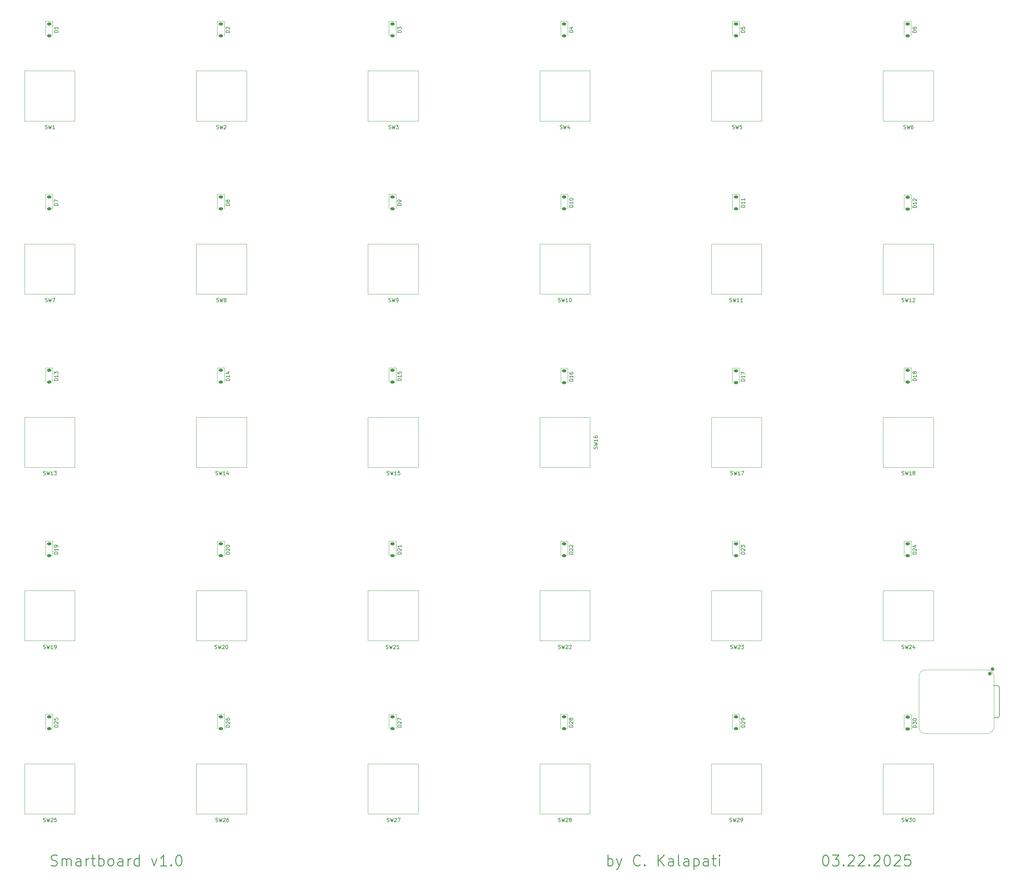
<source format=gbr>
%TF.GenerationSoftware,KiCad,Pcbnew,8.0.6*%
%TF.CreationDate,2025-03-22T17:54:38-05:00*%
%TF.ProjectId,Smartboard,536d6172-7462-46f6-9172-642e6b696361,rev?*%
%TF.SameCoordinates,Original*%
%TF.FileFunction,Legend,Top*%
%TF.FilePolarity,Positive*%
%FSLAX46Y46*%
G04 Gerber Fmt 4.6, Leading zero omitted, Abs format (unit mm)*
G04 Created by KiCad (PCBNEW 8.0.6) date 2025-03-22 17:54:38*
%MOMM*%
%LPD*%
G01*
G04 APERTURE LIST*
G04 Aperture macros list*
%AMRoundRect*
0 Rectangle with rounded corners*
0 $1 Rounding radius*
0 $2 $3 $4 $5 $6 $7 $8 $9 X,Y pos of 4 corners*
0 Add a 4 corners polygon primitive as box body*
4,1,4,$2,$3,$4,$5,$6,$7,$8,$9,$2,$3,0*
0 Add four circle primitives for the rounded corners*
1,1,$1+$1,$2,$3*
1,1,$1+$1,$4,$5*
1,1,$1+$1,$6,$7*
1,1,$1+$1,$8,$9*
0 Add four rect primitives between the rounded corners*
20,1,$1+$1,$2,$3,$4,$5,0*
20,1,$1+$1,$4,$5,$6,$7,0*
20,1,$1+$1,$6,$7,$8,$9,0*
20,1,$1+$1,$8,$9,$2,$3,0*%
G04 Aperture macros list end*
%ADD10C,0.250000*%
%ADD11C,0.150000*%
%ADD12C,0.120000*%
%ADD13C,0.100000*%
%ADD14C,0.127000*%
%ADD15C,0.504000*%
%ADD16C,4.000000*%
%ADD17C,2.200000*%
%ADD18RoundRect,0.225000X-0.375000X0.225000X-0.375000X-0.225000X0.375000X-0.225000X0.375000X0.225000X0*%
%ADD19C,3.050000*%
%ADD20C,3.000000*%
G04 APERTURE END LIST*
D10*
X230878758Y-290619857D02*
X230878758Y-287619857D01*
X230878758Y-288762714D02*
X231164473Y-288619857D01*
X231164473Y-288619857D02*
X231735901Y-288619857D01*
X231735901Y-288619857D02*
X232021615Y-288762714D01*
X232021615Y-288762714D02*
X232164473Y-288905571D01*
X232164473Y-288905571D02*
X232307330Y-289191285D01*
X232307330Y-289191285D02*
X232307330Y-290048428D01*
X232307330Y-290048428D02*
X232164473Y-290334142D01*
X232164473Y-290334142D02*
X232021615Y-290477000D01*
X232021615Y-290477000D02*
X231735901Y-290619857D01*
X231735901Y-290619857D02*
X231164473Y-290619857D01*
X231164473Y-290619857D02*
X230878758Y-290477000D01*
X233307330Y-288619857D02*
X234021616Y-290619857D01*
X234735901Y-288619857D02*
X234021616Y-290619857D01*
X234021616Y-290619857D02*
X233735901Y-291334142D01*
X233735901Y-291334142D02*
X233593044Y-291477000D01*
X233593044Y-291477000D02*
X233307330Y-291619857D01*
X239878758Y-290334142D02*
X239735901Y-290477000D01*
X239735901Y-290477000D02*
X239307329Y-290619857D01*
X239307329Y-290619857D02*
X239021615Y-290619857D01*
X239021615Y-290619857D02*
X238593044Y-290477000D01*
X238593044Y-290477000D02*
X238307329Y-290191285D01*
X238307329Y-290191285D02*
X238164472Y-289905571D01*
X238164472Y-289905571D02*
X238021615Y-289334142D01*
X238021615Y-289334142D02*
X238021615Y-288905571D01*
X238021615Y-288905571D02*
X238164472Y-288334142D01*
X238164472Y-288334142D02*
X238307329Y-288048428D01*
X238307329Y-288048428D02*
X238593044Y-287762714D01*
X238593044Y-287762714D02*
X239021615Y-287619857D01*
X239021615Y-287619857D02*
X239307329Y-287619857D01*
X239307329Y-287619857D02*
X239735901Y-287762714D01*
X239735901Y-287762714D02*
X239878758Y-287905571D01*
X241164472Y-290334142D02*
X241307329Y-290477000D01*
X241307329Y-290477000D02*
X241164472Y-290619857D01*
X241164472Y-290619857D02*
X241021615Y-290477000D01*
X241021615Y-290477000D02*
X241164472Y-290334142D01*
X241164472Y-290334142D02*
X241164472Y-290619857D01*
X244878757Y-290619857D02*
X244878757Y-287619857D01*
X246593043Y-290619857D02*
X245307329Y-288905571D01*
X246593043Y-287619857D02*
X244878757Y-289334142D01*
X249164472Y-290619857D02*
X249164472Y-289048428D01*
X249164472Y-289048428D02*
X249021614Y-288762714D01*
X249021614Y-288762714D02*
X248735900Y-288619857D01*
X248735900Y-288619857D02*
X248164472Y-288619857D01*
X248164472Y-288619857D02*
X247878757Y-288762714D01*
X249164472Y-290477000D02*
X248878757Y-290619857D01*
X248878757Y-290619857D02*
X248164472Y-290619857D01*
X248164472Y-290619857D02*
X247878757Y-290477000D01*
X247878757Y-290477000D02*
X247735900Y-290191285D01*
X247735900Y-290191285D02*
X247735900Y-289905571D01*
X247735900Y-289905571D02*
X247878757Y-289619857D01*
X247878757Y-289619857D02*
X248164472Y-289477000D01*
X248164472Y-289477000D02*
X248878757Y-289477000D01*
X248878757Y-289477000D02*
X249164472Y-289334142D01*
X251021615Y-290619857D02*
X250735900Y-290477000D01*
X250735900Y-290477000D02*
X250593043Y-290191285D01*
X250593043Y-290191285D02*
X250593043Y-287619857D01*
X253450187Y-290619857D02*
X253450187Y-289048428D01*
X253450187Y-289048428D02*
X253307329Y-288762714D01*
X253307329Y-288762714D02*
X253021615Y-288619857D01*
X253021615Y-288619857D02*
X252450187Y-288619857D01*
X252450187Y-288619857D02*
X252164472Y-288762714D01*
X253450187Y-290477000D02*
X253164472Y-290619857D01*
X253164472Y-290619857D02*
X252450187Y-290619857D01*
X252450187Y-290619857D02*
X252164472Y-290477000D01*
X252164472Y-290477000D02*
X252021615Y-290191285D01*
X252021615Y-290191285D02*
X252021615Y-289905571D01*
X252021615Y-289905571D02*
X252164472Y-289619857D01*
X252164472Y-289619857D02*
X252450187Y-289477000D01*
X252450187Y-289477000D02*
X253164472Y-289477000D01*
X253164472Y-289477000D02*
X253450187Y-289334142D01*
X254878758Y-288619857D02*
X254878758Y-291619857D01*
X254878758Y-288762714D02*
X255164473Y-288619857D01*
X255164473Y-288619857D02*
X255735901Y-288619857D01*
X255735901Y-288619857D02*
X256021615Y-288762714D01*
X256021615Y-288762714D02*
X256164473Y-288905571D01*
X256164473Y-288905571D02*
X256307330Y-289191285D01*
X256307330Y-289191285D02*
X256307330Y-290048428D01*
X256307330Y-290048428D02*
X256164473Y-290334142D01*
X256164473Y-290334142D02*
X256021615Y-290477000D01*
X256021615Y-290477000D02*
X255735901Y-290619857D01*
X255735901Y-290619857D02*
X255164473Y-290619857D01*
X255164473Y-290619857D02*
X254878758Y-290477000D01*
X258878759Y-290619857D02*
X258878759Y-289048428D01*
X258878759Y-289048428D02*
X258735901Y-288762714D01*
X258735901Y-288762714D02*
X258450187Y-288619857D01*
X258450187Y-288619857D02*
X257878759Y-288619857D01*
X257878759Y-288619857D02*
X257593044Y-288762714D01*
X258878759Y-290477000D02*
X258593044Y-290619857D01*
X258593044Y-290619857D02*
X257878759Y-290619857D01*
X257878759Y-290619857D02*
X257593044Y-290477000D01*
X257593044Y-290477000D02*
X257450187Y-290191285D01*
X257450187Y-290191285D02*
X257450187Y-289905571D01*
X257450187Y-289905571D02*
X257593044Y-289619857D01*
X257593044Y-289619857D02*
X257878759Y-289477000D01*
X257878759Y-289477000D02*
X258593044Y-289477000D01*
X258593044Y-289477000D02*
X258878759Y-289334142D01*
X259878759Y-288619857D02*
X261021616Y-288619857D01*
X260307330Y-287619857D02*
X260307330Y-290191285D01*
X260307330Y-290191285D02*
X260450187Y-290477000D01*
X260450187Y-290477000D02*
X260735902Y-290619857D01*
X260735902Y-290619857D02*
X261021616Y-290619857D01*
X262021616Y-290619857D02*
X262021616Y-288619857D01*
X262021616Y-287619857D02*
X261878759Y-287762714D01*
X261878759Y-287762714D02*
X262021616Y-287905571D01*
X262021616Y-287905571D02*
X262164473Y-287762714D01*
X262164473Y-287762714D02*
X262021616Y-287619857D01*
X262021616Y-287619857D02*
X262021616Y-287905571D01*
X75735901Y-290477000D02*
X76164473Y-290619857D01*
X76164473Y-290619857D02*
X76878758Y-290619857D01*
X76878758Y-290619857D02*
X77164473Y-290477000D01*
X77164473Y-290477000D02*
X77307330Y-290334142D01*
X77307330Y-290334142D02*
X77450187Y-290048428D01*
X77450187Y-290048428D02*
X77450187Y-289762714D01*
X77450187Y-289762714D02*
X77307330Y-289477000D01*
X77307330Y-289477000D02*
X77164473Y-289334142D01*
X77164473Y-289334142D02*
X76878758Y-289191285D01*
X76878758Y-289191285D02*
X76307330Y-289048428D01*
X76307330Y-289048428D02*
X76021615Y-288905571D01*
X76021615Y-288905571D02*
X75878758Y-288762714D01*
X75878758Y-288762714D02*
X75735901Y-288477000D01*
X75735901Y-288477000D02*
X75735901Y-288191285D01*
X75735901Y-288191285D02*
X75878758Y-287905571D01*
X75878758Y-287905571D02*
X76021615Y-287762714D01*
X76021615Y-287762714D02*
X76307330Y-287619857D01*
X76307330Y-287619857D02*
X77021615Y-287619857D01*
X77021615Y-287619857D02*
X77450187Y-287762714D01*
X78735901Y-290619857D02*
X78735901Y-288619857D01*
X78735901Y-288905571D02*
X78878758Y-288762714D01*
X78878758Y-288762714D02*
X79164473Y-288619857D01*
X79164473Y-288619857D02*
X79593044Y-288619857D01*
X79593044Y-288619857D02*
X79878758Y-288762714D01*
X79878758Y-288762714D02*
X80021616Y-289048428D01*
X80021616Y-289048428D02*
X80021616Y-290619857D01*
X80021616Y-289048428D02*
X80164473Y-288762714D01*
X80164473Y-288762714D02*
X80450187Y-288619857D01*
X80450187Y-288619857D02*
X80878758Y-288619857D01*
X80878758Y-288619857D02*
X81164473Y-288762714D01*
X81164473Y-288762714D02*
X81307330Y-289048428D01*
X81307330Y-289048428D02*
X81307330Y-290619857D01*
X84021616Y-290619857D02*
X84021616Y-289048428D01*
X84021616Y-289048428D02*
X83878758Y-288762714D01*
X83878758Y-288762714D02*
X83593044Y-288619857D01*
X83593044Y-288619857D02*
X83021616Y-288619857D01*
X83021616Y-288619857D02*
X82735901Y-288762714D01*
X84021616Y-290477000D02*
X83735901Y-290619857D01*
X83735901Y-290619857D02*
X83021616Y-290619857D01*
X83021616Y-290619857D02*
X82735901Y-290477000D01*
X82735901Y-290477000D02*
X82593044Y-290191285D01*
X82593044Y-290191285D02*
X82593044Y-289905571D01*
X82593044Y-289905571D02*
X82735901Y-289619857D01*
X82735901Y-289619857D02*
X83021616Y-289477000D01*
X83021616Y-289477000D02*
X83735901Y-289477000D01*
X83735901Y-289477000D02*
X84021616Y-289334142D01*
X85450187Y-290619857D02*
X85450187Y-288619857D01*
X85450187Y-289191285D02*
X85593044Y-288905571D01*
X85593044Y-288905571D02*
X85735902Y-288762714D01*
X85735902Y-288762714D02*
X86021616Y-288619857D01*
X86021616Y-288619857D02*
X86307330Y-288619857D01*
X86878759Y-288619857D02*
X88021616Y-288619857D01*
X87307330Y-287619857D02*
X87307330Y-290191285D01*
X87307330Y-290191285D02*
X87450187Y-290477000D01*
X87450187Y-290477000D02*
X87735902Y-290619857D01*
X87735902Y-290619857D02*
X88021616Y-290619857D01*
X89021616Y-290619857D02*
X89021616Y-287619857D01*
X89021616Y-288762714D02*
X89307331Y-288619857D01*
X89307331Y-288619857D02*
X89878759Y-288619857D01*
X89878759Y-288619857D02*
X90164473Y-288762714D01*
X90164473Y-288762714D02*
X90307331Y-288905571D01*
X90307331Y-288905571D02*
X90450188Y-289191285D01*
X90450188Y-289191285D02*
X90450188Y-290048428D01*
X90450188Y-290048428D02*
X90307331Y-290334142D01*
X90307331Y-290334142D02*
X90164473Y-290477000D01*
X90164473Y-290477000D02*
X89878759Y-290619857D01*
X89878759Y-290619857D02*
X89307331Y-290619857D01*
X89307331Y-290619857D02*
X89021616Y-290477000D01*
X92164474Y-290619857D02*
X91878759Y-290477000D01*
X91878759Y-290477000D02*
X91735902Y-290334142D01*
X91735902Y-290334142D02*
X91593045Y-290048428D01*
X91593045Y-290048428D02*
X91593045Y-289191285D01*
X91593045Y-289191285D02*
X91735902Y-288905571D01*
X91735902Y-288905571D02*
X91878759Y-288762714D01*
X91878759Y-288762714D02*
X92164474Y-288619857D01*
X92164474Y-288619857D02*
X92593045Y-288619857D01*
X92593045Y-288619857D02*
X92878759Y-288762714D01*
X92878759Y-288762714D02*
X93021617Y-288905571D01*
X93021617Y-288905571D02*
X93164474Y-289191285D01*
X93164474Y-289191285D02*
X93164474Y-290048428D01*
X93164474Y-290048428D02*
X93021617Y-290334142D01*
X93021617Y-290334142D02*
X92878759Y-290477000D01*
X92878759Y-290477000D02*
X92593045Y-290619857D01*
X92593045Y-290619857D02*
X92164474Y-290619857D01*
X95735903Y-290619857D02*
X95735903Y-289048428D01*
X95735903Y-289048428D02*
X95593045Y-288762714D01*
X95593045Y-288762714D02*
X95307331Y-288619857D01*
X95307331Y-288619857D02*
X94735903Y-288619857D01*
X94735903Y-288619857D02*
X94450188Y-288762714D01*
X95735903Y-290477000D02*
X95450188Y-290619857D01*
X95450188Y-290619857D02*
X94735903Y-290619857D01*
X94735903Y-290619857D02*
X94450188Y-290477000D01*
X94450188Y-290477000D02*
X94307331Y-290191285D01*
X94307331Y-290191285D02*
X94307331Y-289905571D01*
X94307331Y-289905571D02*
X94450188Y-289619857D01*
X94450188Y-289619857D02*
X94735903Y-289477000D01*
X94735903Y-289477000D02*
X95450188Y-289477000D01*
X95450188Y-289477000D02*
X95735903Y-289334142D01*
X97164474Y-290619857D02*
X97164474Y-288619857D01*
X97164474Y-289191285D02*
X97307331Y-288905571D01*
X97307331Y-288905571D02*
X97450189Y-288762714D01*
X97450189Y-288762714D02*
X97735903Y-288619857D01*
X97735903Y-288619857D02*
X98021617Y-288619857D01*
X100307332Y-290619857D02*
X100307332Y-287619857D01*
X100307332Y-290477000D02*
X100021617Y-290619857D01*
X100021617Y-290619857D02*
X99450189Y-290619857D01*
X99450189Y-290619857D02*
X99164474Y-290477000D01*
X99164474Y-290477000D02*
X99021617Y-290334142D01*
X99021617Y-290334142D02*
X98878760Y-290048428D01*
X98878760Y-290048428D02*
X98878760Y-289191285D01*
X98878760Y-289191285D02*
X99021617Y-288905571D01*
X99021617Y-288905571D02*
X99164474Y-288762714D01*
X99164474Y-288762714D02*
X99450189Y-288619857D01*
X99450189Y-288619857D02*
X100021617Y-288619857D01*
X100021617Y-288619857D02*
X100307332Y-288762714D01*
X103735903Y-288619857D02*
X104450189Y-290619857D01*
X104450189Y-290619857D02*
X105164474Y-288619857D01*
X107878760Y-290619857D02*
X106164474Y-290619857D01*
X107021617Y-290619857D02*
X107021617Y-287619857D01*
X107021617Y-287619857D02*
X106735903Y-288048428D01*
X106735903Y-288048428D02*
X106450188Y-288334142D01*
X106450188Y-288334142D02*
X106164474Y-288477000D01*
X109164474Y-290334142D02*
X109307331Y-290477000D01*
X109307331Y-290477000D02*
X109164474Y-290619857D01*
X109164474Y-290619857D02*
X109021617Y-290477000D01*
X109021617Y-290477000D02*
X109164474Y-290334142D01*
X109164474Y-290334142D02*
X109164474Y-290619857D01*
X111164474Y-287619857D02*
X111450188Y-287619857D01*
X111450188Y-287619857D02*
X111735902Y-287762714D01*
X111735902Y-287762714D02*
X111878760Y-287905571D01*
X111878760Y-287905571D02*
X112021617Y-288191285D01*
X112021617Y-288191285D02*
X112164474Y-288762714D01*
X112164474Y-288762714D02*
X112164474Y-289477000D01*
X112164474Y-289477000D02*
X112021617Y-290048428D01*
X112021617Y-290048428D02*
X111878760Y-290334142D01*
X111878760Y-290334142D02*
X111735902Y-290477000D01*
X111735902Y-290477000D02*
X111450188Y-290619857D01*
X111450188Y-290619857D02*
X111164474Y-290619857D01*
X111164474Y-290619857D02*
X110878760Y-290477000D01*
X110878760Y-290477000D02*
X110735902Y-290334142D01*
X110735902Y-290334142D02*
X110593045Y-290048428D01*
X110593045Y-290048428D02*
X110450188Y-289477000D01*
X110450188Y-289477000D02*
X110450188Y-288762714D01*
X110450188Y-288762714D02*
X110593045Y-288191285D01*
X110593045Y-288191285D02*
X110735902Y-287905571D01*
X110735902Y-287905571D02*
X110878760Y-287762714D01*
X110878760Y-287762714D02*
X111164474Y-287619857D01*
X291450187Y-287619857D02*
X291735901Y-287619857D01*
X291735901Y-287619857D02*
X292021615Y-287762714D01*
X292021615Y-287762714D02*
X292164473Y-287905571D01*
X292164473Y-287905571D02*
X292307330Y-288191285D01*
X292307330Y-288191285D02*
X292450187Y-288762714D01*
X292450187Y-288762714D02*
X292450187Y-289477000D01*
X292450187Y-289477000D02*
X292307330Y-290048428D01*
X292307330Y-290048428D02*
X292164473Y-290334142D01*
X292164473Y-290334142D02*
X292021615Y-290477000D01*
X292021615Y-290477000D02*
X291735901Y-290619857D01*
X291735901Y-290619857D02*
X291450187Y-290619857D01*
X291450187Y-290619857D02*
X291164473Y-290477000D01*
X291164473Y-290477000D02*
X291021615Y-290334142D01*
X291021615Y-290334142D02*
X290878758Y-290048428D01*
X290878758Y-290048428D02*
X290735901Y-289477000D01*
X290735901Y-289477000D02*
X290735901Y-288762714D01*
X290735901Y-288762714D02*
X290878758Y-288191285D01*
X290878758Y-288191285D02*
X291021615Y-287905571D01*
X291021615Y-287905571D02*
X291164473Y-287762714D01*
X291164473Y-287762714D02*
X291450187Y-287619857D01*
X293450187Y-287619857D02*
X295307330Y-287619857D01*
X295307330Y-287619857D02*
X294307330Y-288762714D01*
X294307330Y-288762714D02*
X294735901Y-288762714D01*
X294735901Y-288762714D02*
X295021616Y-288905571D01*
X295021616Y-288905571D02*
X295164473Y-289048428D01*
X295164473Y-289048428D02*
X295307330Y-289334142D01*
X295307330Y-289334142D02*
X295307330Y-290048428D01*
X295307330Y-290048428D02*
X295164473Y-290334142D01*
X295164473Y-290334142D02*
X295021616Y-290477000D01*
X295021616Y-290477000D02*
X294735901Y-290619857D01*
X294735901Y-290619857D02*
X293878758Y-290619857D01*
X293878758Y-290619857D02*
X293593044Y-290477000D01*
X293593044Y-290477000D02*
X293450187Y-290334142D01*
X296593044Y-290334142D02*
X296735901Y-290477000D01*
X296735901Y-290477000D02*
X296593044Y-290619857D01*
X296593044Y-290619857D02*
X296450187Y-290477000D01*
X296450187Y-290477000D02*
X296593044Y-290334142D01*
X296593044Y-290334142D02*
X296593044Y-290619857D01*
X297878758Y-287905571D02*
X298021615Y-287762714D01*
X298021615Y-287762714D02*
X298307330Y-287619857D01*
X298307330Y-287619857D02*
X299021615Y-287619857D01*
X299021615Y-287619857D02*
X299307330Y-287762714D01*
X299307330Y-287762714D02*
X299450187Y-287905571D01*
X299450187Y-287905571D02*
X299593044Y-288191285D01*
X299593044Y-288191285D02*
X299593044Y-288477000D01*
X299593044Y-288477000D02*
X299450187Y-288905571D01*
X299450187Y-288905571D02*
X297735901Y-290619857D01*
X297735901Y-290619857D02*
X299593044Y-290619857D01*
X300735901Y-287905571D02*
X300878758Y-287762714D01*
X300878758Y-287762714D02*
X301164473Y-287619857D01*
X301164473Y-287619857D02*
X301878758Y-287619857D01*
X301878758Y-287619857D02*
X302164473Y-287762714D01*
X302164473Y-287762714D02*
X302307330Y-287905571D01*
X302307330Y-287905571D02*
X302450187Y-288191285D01*
X302450187Y-288191285D02*
X302450187Y-288477000D01*
X302450187Y-288477000D02*
X302307330Y-288905571D01*
X302307330Y-288905571D02*
X300593044Y-290619857D01*
X300593044Y-290619857D02*
X302450187Y-290619857D01*
X303735901Y-290334142D02*
X303878758Y-290477000D01*
X303878758Y-290477000D02*
X303735901Y-290619857D01*
X303735901Y-290619857D02*
X303593044Y-290477000D01*
X303593044Y-290477000D02*
X303735901Y-290334142D01*
X303735901Y-290334142D02*
X303735901Y-290619857D01*
X305021615Y-287905571D02*
X305164472Y-287762714D01*
X305164472Y-287762714D02*
X305450187Y-287619857D01*
X305450187Y-287619857D02*
X306164472Y-287619857D01*
X306164472Y-287619857D02*
X306450187Y-287762714D01*
X306450187Y-287762714D02*
X306593044Y-287905571D01*
X306593044Y-287905571D02*
X306735901Y-288191285D01*
X306735901Y-288191285D02*
X306735901Y-288477000D01*
X306735901Y-288477000D02*
X306593044Y-288905571D01*
X306593044Y-288905571D02*
X304878758Y-290619857D01*
X304878758Y-290619857D02*
X306735901Y-290619857D01*
X308593044Y-287619857D02*
X308878758Y-287619857D01*
X308878758Y-287619857D02*
X309164472Y-287762714D01*
X309164472Y-287762714D02*
X309307330Y-287905571D01*
X309307330Y-287905571D02*
X309450187Y-288191285D01*
X309450187Y-288191285D02*
X309593044Y-288762714D01*
X309593044Y-288762714D02*
X309593044Y-289477000D01*
X309593044Y-289477000D02*
X309450187Y-290048428D01*
X309450187Y-290048428D02*
X309307330Y-290334142D01*
X309307330Y-290334142D02*
X309164472Y-290477000D01*
X309164472Y-290477000D02*
X308878758Y-290619857D01*
X308878758Y-290619857D02*
X308593044Y-290619857D01*
X308593044Y-290619857D02*
X308307330Y-290477000D01*
X308307330Y-290477000D02*
X308164472Y-290334142D01*
X308164472Y-290334142D02*
X308021615Y-290048428D01*
X308021615Y-290048428D02*
X307878758Y-289477000D01*
X307878758Y-289477000D02*
X307878758Y-288762714D01*
X307878758Y-288762714D02*
X308021615Y-288191285D01*
X308021615Y-288191285D02*
X308164472Y-287905571D01*
X308164472Y-287905571D02*
X308307330Y-287762714D01*
X308307330Y-287762714D02*
X308593044Y-287619857D01*
X310735901Y-287905571D02*
X310878758Y-287762714D01*
X310878758Y-287762714D02*
X311164473Y-287619857D01*
X311164473Y-287619857D02*
X311878758Y-287619857D01*
X311878758Y-287619857D02*
X312164473Y-287762714D01*
X312164473Y-287762714D02*
X312307330Y-287905571D01*
X312307330Y-287905571D02*
X312450187Y-288191285D01*
X312450187Y-288191285D02*
X312450187Y-288477000D01*
X312450187Y-288477000D02*
X312307330Y-288905571D01*
X312307330Y-288905571D02*
X310593044Y-290619857D01*
X310593044Y-290619857D02*
X312450187Y-290619857D01*
X315164473Y-287619857D02*
X313735901Y-287619857D01*
X313735901Y-287619857D02*
X313593044Y-289048428D01*
X313593044Y-289048428D02*
X313735901Y-288905571D01*
X313735901Y-288905571D02*
X314021616Y-288762714D01*
X314021616Y-288762714D02*
X314735901Y-288762714D01*
X314735901Y-288762714D02*
X315021616Y-288905571D01*
X315021616Y-288905571D02*
X315164473Y-289048428D01*
X315164473Y-289048428D02*
X315307330Y-289334142D01*
X315307330Y-289334142D02*
X315307330Y-290048428D01*
X315307330Y-290048428D02*
X315164473Y-290334142D01*
X315164473Y-290334142D02*
X315021616Y-290477000D01*
X315021616Y-290477000D02*
X314735901Y-290619857D01*
X314735901Y-290619857D02*
X314021616Y-290619857D01*
X314021616Y-290619857D02*
X313735901Y-290477000D01*
X313735901Y-290477000D02*
X313593044Y-290334142D01*
D11*
X121856667Y-133249200D02*
X121999524Y-133296819D01*
X121999524Y-133296819D02*
X122237619Y-133296819D01*
X122237619Y-133296819D02*
X122332857Y-133249200D01*
X122332857Y-133249200D02*
X122380476Y-133201580D01*
X122380476Y-133201580D02*
X122428095Y-133106342D01*
X122428095Y-133106342D02*
X122428095Y-133011104D01*
X122428095Y-133011104D02*
X122380476Y-132915866D01*
X122380476Y-132915866D02*
X122332857Y-132868247D01*
X122332857Y-132868247D02*
X122237619Y-132820628D01*
X122237619Y-132820628D02*
X122047143Y-132773009D01*
X122047143Y-132773009D02*
X121951905Y-132725390D01*
X121951905Y-132725390D02*
X121904286Y-132677771D01*
X121904286Y-132677771D02*
X121856667Y-132582533D01*
X121856667Y-132582533D02*
X121856667Y-132487295D01*
X121856667Y-132487295D02*
X121904286Y-132392057D01*
X121904286Y-132392057D02*
X121951905Y-132344438D01*
X121951905Y-132344438D02*
X122047143Y-132296819D01*
X122047143Y-132296819D02*
X122285238Y-132296819D01*
X122285238Y-132296819D02*
X122428095Y-132344438D01*
X122761429Y-132296819D02*
X122999524Y-133296819D01*
X122999524Y-133296819D02*
X123190000Y-132582533D01*
X123190000Y-132582533D02*
X123380476Y-133296819D01*
X123380476Y-133296819D02*
X123618572Y-132296819D01*
X124142381Y-132725390D02*
X124047143Y-132677771D01*
X124047143Y-132677771D02*
X123999524Y-132630152D01*
X123999524Y-132630152D02*
X123951905Y-132534914D01*
X123951905Y-132534914D02*
X123951905Y-132487295D01*
X123951905Y-132487295D02*
X123999524Y-132392057D01*
X123999524Y-132392057D02*
X124047143Y-132344438D01*
X124047143Y-132344438D02*
X124142381Y-132296819D01*
X124142381Y-132296819D02*
X124332857Y-132296819D01*
X124332857Y-132296819D02*
X124428095Y-132344438D01*
X124428095Y-132344438D02*
X124475714Y-132392057D01*
X124475714Y-132392057D02*
X124523333Y-132487295D01*
X124523333Y-132487295D02*
X124523333Y-132534914D01*
X124523333Y-132534914D02*
X124475714Y-132630152D01*
X124475714Y-132630152D02*
X124428095Y-132677771D01*
X124428095Y-132677771D02*
X124332857Y-132725390D01*
X124332857Y-132725390D02*
X124142381Y-132725390D01*
X124142381Y-132725390D02*
X124047143Y-132773009D01*
X124047143Y-132773009D02*
X123999524Y-132820628D01*
X123999524Y-132820628D02*
X123951905Y-132915866D01*
X123951905Y-132915866D02*
X123951905Y-133106342D01*
X123951905Y-133106342D02*
X123999524Y-133201580D01*
X123999524Y-133201580D02*
X124047143Y-133249200D01*
X124047143Y-133249200D02*
X124142381Y-133296819D01*
X124142381Y-133296819D02*
X124332857Y-133296819D01*
X124332857Y-133296819D02*
X124428095Y-133249200D01*
X124428095Y-133249200D02*
X124475714Y-133201580D01*
X124475714Y-133201580D02*
X124523333Y-133106342D01*
X124523333Y-133106342D02*
X124523333Y-132915866D01*
X124523333Y-132915866D02*
X124475714Y-132820628D01*
X124475714Y-132820628D02*
X124428095Y-132773009D01*
X124428095Y-132773009D02*
X124332857Y-132725390D01*
X125495819Y-155266285D02*
X124495819Y-155266285D01*
X124495819Y-155266285D02*
X124495819Y-155028190D01*
X124495819Y-155028190D02*
X124543438Y-154885333D01*
X124543438Y-154885333D02*
X124638676Y-154790095D01*
X124638676Y-154790095D02*
X124733914Y-154742476D01*
X124733914Y-154742476D02*
X124924390Y-154694857D01*
X124924390Y-154694857D02*
X125067247Y-154694857D01*
X125067247Y-154694857D02*
X125257723Y-154742476D01*
X125257723Y-154742476D02*
X125352961Y-154790095D01*
X125352961Y-154790095D02*
X125448200Y-154885333D01*
X125448200Y-154885333D02*
X125495819Y-155028190D01*
X125495819Y-155028190D02*
X125495819Y-155266285D01*
X125495819Y-153742476D02*
X125495819Y-154313904D01*
X125495819Y-154028190D02*
X124495819Y-154028190D01*
X124495819Y-154028190D02*
X124638676Y-154123428D01*
X124638676Y-154123428D02*
X124733914Y-154218666D01*
X124733914Y-154218666D02*
X124781533Y-154313904D01*
X124829152Y-152885333D02*
X125495819Y-152885333D01*
X124448200Y-153123428D02*
X125162485Y-153361523D01*
X125162485Y-153361523D02*
X125162485Y-152742476D01*
X125495819Y-106402094D02*
X124495819Y-106402094D01*
X124495819Y-106402094D02*
X124495819Y-106163999D01*
X124495819Y-106163999D02*
X124543438Y-106021142D01*
X124543438Y-106021142D02*
X124638676Y-105925904D01*
X124638676Y-105925904D02*
X124733914Y-105878285D01*
X124733914Y-105878285D02*
X124924390Y-105830666D01*
X124924390Y-105830666D02*
X125067247Y-105830666D01*
X125067247Y-105830666D02*
X125257723Y-105878285D01*
X125257723Y-105878285D02*
X125352961Y-105925904D01*
X125352961Y-105925904D02*
X125448200Y-106021142D01*
X125448200Y-106021142D02*
X125495819Y-106163999D01*
X125495819Y-106163999D02*
X125495819Y-106402094D01*
X124924390Y-105259237D02*
X124876771Y-105354475D01*
X124876771Y-105354475D02*
X124829152Y-105402094D01*
X124829152Y-105402094D02*
X124733914Y-105449713D01*
X124733914Y-105449713D02*
X124686295Y-105449713D01*
X124686295Y-105449713D02*
X124591057Y-105402094D01*
X124591057Y-105402094D02*
X124543438Y-105354475D01*
X124543438Y-105354475D02*
X124495819Y-105259237D01*
X124495819Y-105259237D02*
X124495819Y-105068761D01*
X124495819Y-105068761D02*
X124543438Y-104973523D01*
X124543438Y-104973523D02*
X124591057Y-104925904D01*
X124591057Y-104925904D02*
X124686295Y-104878285D01*
X124686295Y-104878285D02*
X124733914Y-104878285D01*
X124733914Y-104878285D02*
X124829152Y-104925904D01*
X124829152Y-104925904D02*
X124876771Y-104973523D01*
X124876771Y-104973523D02*
X124924390Y-105068761D01*
X124924390Y-105068761D02*
X124924390Y-105259237D01*
X124924390Y-105259237D02*
X124972009Y-105354475D01*
X124972009Y-105354475D02*
X125019628Y-105402094D01*
X125019628Y-105402094D02*
X125114866Y-105449713D01*
X125114866Y-105449713D02*
X125305342Y-105449713D01*
X125305342Y-105449713D02*
X125400580Y-105402094D01*
X125400580Y-105402094D02*
X125448200Y-105354475D01*
X125448200Y-105354475D02*
X125495819Y-105259237D01*
X125495819Y-105259237D02*
X125495819Y-105068761D01*
X125495819Y-105068761D02*
X125448200Y-104973523D01*
X125448200Y-104973523D02*
X125400580Y-104925904D01*
X125400580Y-104925904D02*
X125305342Y-104878285D01*
X125305342Y-104878285D02*
X125114866Y-104878285D01*
X125114866Y-104878285D02*
X125019628Y-104925904D01*
X125019628Y-104925904D02*
X124972009Y-104973523D01*
X124972009Y-104973523D02*
X124924390Y-105068761D01*
X269066819Y-58142094D02*
X268066819Y-58142094D01*
X268066819Y-58142094D02*
X268066819Y-57903999D01*
X268066819Y-57903999D02*
X268114438Y-57761142D01*
X268114438Y-57761142D02*
X268209676Y-57665904D01*
X268209676Y-57665904D02*
X268304914Y-57618285D01*
X268304914Y-57618285D02*
X268495390Y-57570666D01*
X268495390Y-57570666D02*
X268638247Y-57570666D01*
X268638247Y-57570666D02*
X268828723Y-57618285D01*
X268828723Y-57618285D02*
X268923961Y-57665904D01*
X268923961Y-57665904D02*
X269019200Y-57761142D01*
X269019200Y-57761142D02*
X269066819Y-57903999D01*
X269066819Y-57903999D02*
X269066819Y-58142094D01*
X268066819Y-56665904D02*
X268066819Y-57142094D01*
X268066819Y-57142094D02*
X268543009Y-57189713D01*
X268543009Y-57189713D02*
X268495390Y-57142094D01*
X268495390Y-57142094D02*
X268447771Y-57046856D01*
X268447771Y-57046856D02*
X268447771Y-56808761D01*
X268447771Y-56808761D02*
X268495390Y-56713523D01*
X268495390Y-56713523D02*
X268543009Y-56665904D01*
X268543009Y-56665904D02*
X268638247Y-56618285D01*
X268638247Y-56618285D02*
X268876342Y-56618285D01*
X268876342Y-56618285D02*
X268971580Y-56665904D01*
X268971580Y-56665904D02*
X269019200Y-56713523D01*
X269019200Y-56713523D02*
X269066819Y-56808761D01*
X269066819Y-56808761D02*
X269066819Y-57046856D01*
X269066819Y-57046856D02*
X269019200Y-57142094D01*
X269019200Y-57142094D02*
X268971580Y-57189713D01*
X169386476Y-278283200D02*
X169529333Y-278330819D01*
X169529333Y-278330819D02*
X169767428Y-278330819D01*
X169767428Y-278330819D02*
X169862666Y-278283200D01*
X169862666Y-278283200D02*
X169910285Y-278235580D01*
X169910285Y-278235580D02*
X169957904Y-278140342D01*
X169957904Y-278140342D02*
X169957904Y-278045104D01*
X169957904Y-278045104D02*
X169910285Y-277949866D01*
X169910285Y-277949866D02*
X169862666Y-277902247D01*
X169862666Y-277902247D02*
X169767428Y-277854628D01*
X169767428Y-277854628D02*
X169576952Y-277807009D01*
X169576952Y-277807009D02*
X169481714Y-277759390D01*
X169481714Y-277759390D02*
X169434095Y-277711771D01*
X169434095Y-277711771D02*
X169386476Y-277616533D01*
X169386476Y-277616533D02*
X169386476Y-277521295D01*
X169386476Y-277521295D02*
X169434095Y-277426057D01*
X169434095Y-277426057D02*
X169481714Y-277378438D01*
X169481714Y-277378438D02*
X169576952Y-277330819D01*
X169576952Y-277330819D02*
X169815047Y-277330819D01*
X169815047Y-277330819D02*
X169957904Y-277378438D01*
X170291238Y-277330819D02*
X170529333Y-278330819D01*
X170529333Y-278330819D02*
X170719809Y-277616533D01*
X170719809Y-277616533D02*
X170910285Y-278330819D01*
X170910285Y-278330819D02*
X171148381Y-277330819D01*
X171481714Y-277426057D02*
X171529333Y-277378438D01*
X171529333Y-277378438D02*
X171624571Y-277330819D01*
X171624571Y-277330819D02*
X171862666Y-277330819D01*
X171862666Y-277330819D02*
X171957904Y-277378438D01*
X171957904Y-277378438D02*
X172005523Y-277426057D01*
X172005523Y-277426057D02*
X172053142Y-277521295D01*
X172053142Y-277521295D02*
X172053142Y-277616533D01*
X172053142Y-277616533D02*
X172005523Y-277759390D01*
X172005523Y-277759390D02*
X171434095Y-278330819D01*
X171434095Y-278330819D02*
X172053142Y-278330819D01*
X172386476Y-277330819D02*
X173053142Y-277330819D01*
X173053142Y-277330819D02*
X172624571Y-278330819D01*
X316906819Y-203652285D02*
X315906819Y-203652285D01*
X315906819Y-203652285D02*
X315906819Y-203414190D01*
X315906819Y-203414190D02*
X315954438Y-203271333D01*
X315954438Y-203271333D02*
X316049676Y-203176095D01*
X316049676Y-203176095D02*
X316144914Y-203128476D01*
X316144914Y-203128476D02*
X316335390Y-203080857D01*
X316335390Y-203080857D02*
X316478247Y-203080857D01*
X316478247Y-203080857D02*
X316668723Y-203128476D01*
X316668723Y-203128476D02*
X316763961Y-203176095D01*
X316763961Y-203176095D02*
X316859200Y-203271333D01*
X316859200Y-203271333D02*
X316906819Y-203414190D01*
X316906819Y-203414190D02*
X316906819Y-203652285D01*
X316002057Y-202699904D02*
X315954438Y-202652285D01*
X315954438Y-202652285D02*
X315906819Y-202557047D01*
X315906819Y-202557047D02*
X315906819Y-202318952D01*
X315906819Y-202318952D02*
X315954438Y-202223714D01*
X315954438Y-202223714D02*
X316002057Y-202176095D01*
X316002057Y-202176095D02*
X316097295Y-202128476D01*
X316097295Y-202128476D02*
X316192533Y-202128476D01*
X316192533Y-202128476D02*
X316335390Y-202176095D01*
X316335390Y-202176095D02*
X316906819Y-202747523D01*
X316906819Y-202747523D02*
X316906819Y-202128476D01*
X316240152Y-201271333D02*
X316906819Y-201271333D01*
X315859200Y-201509428D02*
X316573485Y-201747523D01*
X316573485Y-201747523D02*
X316573485Y-201128476D01*
X265144476Y-181509200D02*
X265287333Y-181556819D01*
X265287333Y-181556819D02*
X265525428Y-181556819D01*
X265525428Y-181556819D02*
X265620666Y-181509200D01*
X265620666Y-181509200D02*
X265668285Y-181461580D01*
X265668285Y-181461580D02*
X265715904Y-181366342D01*
X265715904Y-181366342D02*
X265715904Y-181271104D01*
X265715904Y-181271104D02*
X265668285Y-181175866D01*
X265668285Y-181175866D02*
X265620666Y-181128247D01*
X265620666Y-181128247D02*
X265525428Y-181080628D01*
X265525428Y-181080628D02*
X265334952Y-181033009D01*
X265334952Y-181033009D02*
X265239714Y-180985390D01*
X265239714Y-180985390D02*
X265192095Y-180937771D01*
X265192095Y-180937771D02*
X265144476Y-180842533D01*
X265144476Y-180842533D02*
X265144476Y-180747295D01*
X265144476Y-180747295D02*
X265192095Y-180652057D01*
X265192095Y-180652057D02*
X265239714Y-180604438D01*
X265239714Y-180604438D02*
X265334952Y-180556819D01*
X265334952Y-180556819D02*
X265573047Y-180556819D01*
X265573047Y-180556819D02*
X265715904Y-180604438D01*
X266049238Y-180556819D02*
X266287333Y-181556819D01*
X266287333Y-181556819D02*
X266477809Y-180842533D01*
X266477809Y-180842533D02*
X266668285Y-181556819D01*
X266668285Y-181556819D02*
X266906381Y-180556819D01*
X267811142Y-181556819D02*
X267239714Y-181556819D01*
X267525428Y-181556819D02*
X267525428Y-180556819D01*
X267525428Y-180556819D02*
X267430190Y-180699676D01*
X267430190Y-180699676D02*
X267334952Y-180794914D01*
X267334952Y-180794914D02*
X267239714Y-180842533D01*
X268144476Y-180556819D02*
X268811142Y-180556819D01*
X268811142Y-180556819D02*
X268382571Y-181556819D01*
X312896476Y-278283200D02*
X313039333Y-278330819D01*
X313039333Y-278330819D02*
X313277428Y-278330819D01*
X313277428Y-278330819D02*
X313372666Y-278283200D01*
X313372666Y-278283200D02*
X313420285Y-278235580D01*
X313420285Y-278235580D02*
X313467904Y-278140342D01*
X313467904Y-278140342D02*
X313467904Y-278045104D01*
X313467904Y-278045104D02*
X313420285Y-277949866D01*
X313420285Y-277949866D02*
X313372666Y-277902247D01*
X313372666Y-277902247D02*
X313277428Y-277854628D01*
X313277428Y-277854628D02*
X313086952Y-277807009D01*
X313086952Y-277807009D02*
X312991714Y-277759390D01*
X312991714Y-277759390D02*
X312944095Y-277711771D01*
X312944095Y-277711771D02*
X312896476Y-277616533D01*
X312896476Y-277616533D02*
X312896476Y-277521295D01*
X312896476Y-277521295D02*
X312944095Y-277426057D01*
X312944095Y-277426057D02*
X312991714Y-277378438D01*
X312991714Y-277378438D02*
X313086952Y-277330819D01*
X313086952Y-277330819D02*
X313325047Y-277330819D01*
X313325047Y-277330819D02*
X313467904Y-277378438D01*
X313801238Y-277330819D02*
X314039333Y-278330819D01*
X314039333Y-278330819D02*
X314229809Y-277616533D01*
X314229809Y-277616533D02*
X314420285Y-278330819D01*
X314420285Y-278330819D02*
X314658381Y-277330819D01*
X314944095Y-277330819D02*
X315563142Y-277330819D01*
X315563142Y-277330819D02*
X315229809Y-277711771D01*
X315229809Y-277711771D02*
X315372666Y-277711771D01*
X315372666Y-277711771D02*
X315467904Y-277759390D01*
X315467904Y-277759390D02*
X315515523Y-277807009D01*
X315515523Y-277807009D02*
X315563142Y-277902247D01*
X315563142Y-277902247D02*
X315563142Y-278140342D01*
X315563142Y-278140342D02*
X315515523Y-278235580D01*
X315515523Y-278235580D02*
X315467904Y-278283200D01*
X315467904Y-278283200D02*
X315372666Y-278330819D01*
X315372666Y-278330819D02*
X315086952Y-278330819D01*
X315086952Y-278330819D02*
X314991714Y-278283200D01*
X314991714Y-278283200D02*
X314944095Y-278235580D01*
X316182190Y-277330819D02*
X316277428Y-277330819D01*
X316277428Y-277330819D02*
X316372666Y-277378438D01*
X316372666Y-277378438D02*
X316420285Y-277426057D01*
X316420285Y-277426057D02*
X316467904Y-277521295D01*
X316467904Y-277521295D02*
X316515523Y-277711771D01*
X316515523Y-277711771D02*
X316515523Y-277949866D01*
X316515523Y-277949866D02*
X316467904Y-278140342D01*
X316467904Y-278140342D02*
X316420285Y-278235580D01*
X316420285Y-278235580D02*
X316372666Y-278283200D01*
X316372666Y-278283200D02*
X316277428Y-278330819D01*
X316277428Y-278330819D02*
X316182190Y-278330819D01*
X316182190Y-278330819D02*
X316086952Y-278283200D01*
X316086952Y-278283200D02*
X316039333Y-278235580D01*
X316039333Y-278235580D02*
X315991714Y-278140342D01*
X315991714Y-278140342D02*
X315944095Y-277949866D01*
X315944095Y-277949866D02*
X315944095Y-277711771D01*
X315944095Y-277711771D02*
X315991714Y-277521295D01*
X315991714Y-277521295D02*
X316039333Y-277426057D01*
X316039333Y-277426057D02*
X316086952Y-277378438D01*
X316086952Y-277378438D02*
X316182190Y-277330819D01*
X121380476Y-230023200D02*
X121523333Y-230070819D01*
X121523333Y-230070819D02*
X121761428Y-230070819D01*
X121761428Y-230070819D02*
X121856666Y-230023200D01*
X121856666Y-230023200D02*
X121904285Y-229975580D01*
X121904285Y-229975580D02*
X121951904Y-229880342D01*
X121951904Y-229880342D02*
X121951904Y-229785104D01*
X121951904Y-229785104D02*
X121904285Y-229689866D01*
X121904285Y-229689866D02*
X121856666Y-229642247D01*
X121856666Y-229642247D02*
X121761428Y-229594628D01*
X121761428Y-229594628D02*
X121570952Y-229547009D01*
X121570952Y-229547009D02*
X121475714Y-229499390D01*
X121475714Y-229499390D02*
X121428095Y-229451771D01*
X121428095Y-229451771D02*
X121380476Y-229356533D01*
X121380476Y-229356533D02*
X121380476Y-229261295D01*
X121380476Y-229261295D02*
X121428095Y-229166057D01*
X121428095Y-229166057D02*
X121475714Y-229118438D01*
X121475714Y-229118438D02*
X121570952Y-229070819D01*
X121570952Y-229070819D02*
X121809047Y-229070819D01*
X121809047Y-229070819D02*
X121951904Y-229118438D01*
X122285238Y-229070819D02*
X122523333Y-230070819D01*
X122523333Y-230070819D02*
X122713809Y-229356533D01*
X122713809Y-229356533D02*
X122904285Y-230070819D01*
X122904285Y-230070819D02*
X123142381Y-229070819D01*
X123475714Y-229166057D02*
X123523333Y-229118438D01*
X123523333Y-229118438D02*
X123618571Y-229070819D01*
X123618571Y-229070819D02*
X123856666Y-229070819D01*
X123856666Y-229070819D02*
X123951904Y-229118438D01*
X123951904Y-229118438D02*
X123999523Y-229166057D01*
X123999523Y-229166057D02*
X124047142Y-229261295D01*
X124047142Y-229261295D02*
X124047142Y-229356533D01*
X124047142Y-229356533D02*
X123999523Y-229499390D01*
X123999523Y-229499390D02*
X123428095Y-230070819D01*
X123428095Y-230070819D02*
X124047142Y-230070819D01*
X124666190Y-229070819D02*
X124761428Y-229070819D01*
X124761428Y-229070819D02*
X124856666Y-229118438D01*
X124856666Y-229118438D02*
X124904285Y-229166057D01*
X124904285Y-229166057D02*
X124951904Y-229261295D01*
X124951904Y-229261295D02*
X124999523Y-229451771D01*
X124999523Y-229451771D02*
X124999523Y-229689866D01*
X124999523Y-229689866D02*
X124951904Y-229880342D01*
X124951904Y-229880342D02*
X124904285Y-229975580D01*
X124904285Y-229975580D02*
X124856666Y-230023200D01*
X124856666Y-230023200D02*
X124761428Y-230070819D01*
X124761428Y-230070819D02*
X124666190Y-230070819D01*
X124666190Y-230070819D02*
X124570952Y-230023200D01*
X124570952Y-230023200D02*
X124523333Y-229975580D01*
X124523333Y-229975580D02*
X124475714Y-229880342D01*
X124475714Y-229880342D02*
X124428095Y-229689866D01*
X124428095Y-229689866D02*
X124428095Y-229451771D01*
X124428095Y-229451771D02*
X124475714Y-229261295D01*
X124475714Y-229261295D02*
X124523333Y-229166057D01*
X124523333Y-229166057D02*
X124570952Y-229118438D01*
X124570952Y-229118438D02*
X124666190Y-229070819D01*
X73628476Y-278283200D02*
X73771333Y-278330819D01*
X73771333Y-278330819D02*
X74009428Y-278330819D01*
X74009428Y-278330819D02*
X74104666Y-278283200D01*
X74104666Y-278283200D02*
X74152285Y-278235580D01*
X74152285Y-278235580D02*
X74199904Y-278140342D01*
X74199904Y-278140342D02*
X74199904Y-278045104D01*
X74199904Y-278045104D02*
X74152285Y-277949866D01*
X74152285Y-277949866D02*
X74104666Y-277902247D01*
X74104666Y-277902247D02*
X74009428Y-277854628D01*
X74009428Y-277854628D02*
X73818952Y-277807009D01*
X73818952Y-277807009D02*
X73723714Y-277759390D01*
X73723714Y-277759390D02*
X73676095Y-277711771D01*
X73676095Y-277711771D02*
X73628476Y-277616533D01*
X73628476Y-277616533D02*
X73628476Y-277521295D01*
X73628476Y-277521295D02*
X73676095Y-277426057D01*
X73676095Y-277426057D02*
X73723714Y-277378438D01*
X73723714Y-277378438D02*
X73818952Y-277330819D01*
X73818952Y-277330819D02*
X74057047Y-277330819D01*
X74057047Y-277330819D02*
X74199904Y-277378438D01*
X74533238Y-277330819D02*
X74771333Y-278330819D01*
X74771333Y-278330819D02*
X74961809Y-277616533D01*
X74961809Y-277616533D02*
X75152285Y-278330819D01*
X75152285Y-278330819D02*
X75390381Y-277330819D01*
X75723714Y-277426057D02*
X75771333Y-277378438D01*
X75771333Y-277378438D02*
X75866571Y-277330819D01*
X75866571Y-277330819D02*
X76104666Y-277330819D01*
X76104666Y-277330819D02*
X76199904Y-277378438D01*
X76199904Y-277378438D02*
X76247523Y-277426057D01*
X76247523Y-277426057D02*
X76295142Y-277521295D01*
X76295142Y-277521295D02*
X76295142Y-277616533D01*
X76295142Y-277616533D02*
X76247523Y-277759390D01*
X76247523Y-277759390D02*
X75676095Y-278330819D01*
X75676095Y-278330819D02*
X76295142Y-278330819D01*
X77199904Y-277330819D02*
X76723714Y-277330819D01*
X76723714Y-277330819D02*
X76676095Y-277807009D01*
X76676095Y-277807009D02*
X76723714Y-277759390D01*
X76723714Y-277759390D02*
X76818952Y-277711771D01*
X76818952Y-277711771D02*
X77057047Y-277711771D01*
X77057047Y-277711771D02*
X77152285Y-277759390D01*
X77152285Y-277759390D02*
X77199904Y-277807009D01*
X77199904Y-277807009D02*
X77247523Y-277902247D01*
X77247523Y-277902247D02*
X77247523Y-278140342D01*
X77247523Y-278140342D02*
X77199904Y-278235580D01*
X77199904Y-278235580D02*
X77152285Y-278283200D01*
X77152285Y-278283200D02*
X77057047Y-278330819D01*
X77057047Y-278330819D02*
X76818952Y-278330819D01*
X76818952Y-278330819D02*
X76723714Y-278283200D01*
X76723714Y-278283200D02*
X76676095Y-278235580D01*
X169862667Y-84989200D02*
X170005524Y-85036819D01*
X170005524Y-85036819D02*
X170243619Y-85036819D01*
X170243619Y-85036819D02*
X170338857Y-84989200D01*
X170338857Y-84989200D02*
X170386476Y-84941580D01*
X170386476Y-84941580D02*
X170434095Y-84846342D01*
X170434095Y-84846342D02*
X170434095Y-84751104D01*
X170434095Y-84751104D02*
X170386476Y-84655866D01*
X170386476Y-84655866D02*
X170338857Y-84608247D01*
X170338857Y-84608247D02*
X170243619Y-84560628D01*
X170243619Y-84560628D02*
X170053143Y-84513009D01*
X170053143Y-84513009D02*
X169957905Y-84465390D01*
X169957905Y-84465390D02*
X169910286Y-84417771D01*
X169910286Y-84417771D02*
X169862667Y-84322533D01*
X169862667Y-84322533D02*
X169862667Y-84227295D01*
X169862667Y-84227295D02*
X169910286Y-84132057D01*
X169910286Y-84132057D02*
X169957905Y-84084438D01*
X169957905Y-84084438D02*
X170053143Y-84036819D01*
X170053143Y-84036819D02*
X170291238Y-84036819D01*
X170291238Y-84036819D02*
X170434095Y-84084438D01*
X170767429Y-84036819D02*
X171005524Y-85036819D01*
X171005524Y-85036819D02*
X171196000Y-84322533D01*
X171196000Y-84322533D02*
X171386476Y-85036819D01*
X171386476Y-85036819D02*
X171624572Y-84036819D01*
X171910286Y-84036819D02*
X172529333Y-84036819D01*
X172529333Y-84036819D02*
X172196000Y-84417771D01*
X172196000Y-84417771D02*
X172338857Y-84417771D01*
X172338857Y-84417771D02*
X172434095Y-84465390D01*
X172434095Y-84465390D02*
X172481714Y-84513009D01*
X172481714Y-84513009D02*
X172529333Y-84608247D01*
X172529333Y-84608247D02*
X172529333Y-84846342D01*
X172529333Y-84846342D02*
X172481714Y-84941580D01*
X172481714Y-84941580D02*
X172434095Y-84989200D01*
X172434095Y-84989200D02*
X172338857Y-85036819D01*
X172338857Y-85036819D02*
X172053143Y-85036819D01*
X172053143Y-85036819D02*
X171957905Y-84989200D01*
X171957905Y-84989200D02*
X171910286Y-84941580D01*
X264890476Y-133249200D02*
X265033333Y-133296819D01*
X265033333Y-133296819D02*
X265271428Y-133296819D01*
X265271428Y-133296819D02*
X265366666Y-133249200D01*
X265366666Y-133249200D02*
X265414285Y-133201580D01*
X265414285Y-133201580D02*
X265461904Y-133106342D01*
X265461904Y-133106342D02*
X265461904Y-133011104D01*
X265461904Y-133011104D02*
X265414285Y-132915866D01*
X265414285Y-132915866D02*
X265366666Y-132868247D01*
X265366666Y-132868247D02*
X265271428Y-132820628D01*
X265271428Y-132820628D02*
X265080952Y-132773009D01*
X265080952Y-132773009D02*
X264985714Y-132725390D01*
X264985714Y-132725390D02*
X264938095Y-132677771D01*
X264938095Y-132677771D02*
X264890476Y-132582533D01*
X264890476Y-132582533D02*
X264890476Y-132487295D01*
X264890476Y-132487295D02*
X264938095Y-132392057D01*
X264938095Y-132392057D02*
X264985714Y-132344438D01*
X264985714Y-132344438D02*
X265080952Y-132296819D01*
X265080952Y-132296819D02*
X265319047Y-132296819D01*
X265319047Y-132296819D02*
X265461904Y-132344438D01*
X265795238Y-132296819D02*
X266033333Y-133296819D01*
X266033333Y-133296819D02*
X266223809Y-132582533D01*
X266223809Y-132582533D02*
X266414285Y-133296819D01*
X266414285Y-133296819D02*
X266652381Y-132296819D01*
X267557142Y-133296819D02*
X266985714Y-133296819D01*
X267271428Y-133296819D02*
X267271428Y-132296819D01*
X267271428Y-132296819D02*
X267176190Y-132439676D01*
X267176190Y-132439676D02*
X267080952Y-132534914D01*
X267080952Y-132534914D02*
X266985714Y-132582533D01*
X268509523Y-133296819D02*
X267938095Y-133296819D01*
X268223809Y-133296819D02*
X268223809Y-132296819D01*
X268223809Y-132296819D02*
X268128571Y-132439676D01*
X268128571Y-132439676D02*
X268033333Y-132534914D01*
X268033333Y-132534914D02*
X267938095Y-132582533D01*
X312896476Y-181509200D02*
X313039333Y-181556819D01*
X313039333Y-181556819D02*
X313277428Y-181556819D01*
X313277428Y-181556819D02*
X313372666Y-181509200D01*
X313372666Y-181509200D02*
X313420285Y-181461580D01*
X313420285Y-181461580D02*
X313467904Y-181366342D01*
X313467904Y-181366342D02*
X313467904Y-181271104D01*
X313467904Y-181271104D02*
X313420285Y-181175866D01*
X313420285Y-181175866D02*
X313372666Y-181128247D01*
X313372666Y-181128247D02*
X313277428Y-181080628D01*
X313277428Y-181080628D02*
X313086952Y-181033009D01*
X313086952Y-181033009D02*
X312991714Y-180985390D01*
X312991714Y-180985390D02*
X312944095Y-180937771D01*
X312944095Y-180937771D02*
X312896476Y-180842533D01*
X312896476Y-180842533D02*
X312896476Y-180747295D01*
X312896476Y-180747295D02*
X312944095Y-180652057D01*
X312944095Y-180652057D02*
X312991714Y-180604438D01*
X312991714Y-180604438D02*
X313086952Y-180556819D01*
X313086952Y-180556819D02*
X313325047Y-180556819D01*
X313325047Y-180556819D02*
X313467904Y-180604438D01*
X313801238Y-180556819D02*
X314039333Y-181556819D01*
X314039333Y-181556819D02*
X314229809Y-180842533D01*
X314229809Y-180842533D02*
X314420285Y-181556819D01*
X314420285Y-181556819D02*
X314658381Y-180556819D01*
X315563142Y-181556819D02*
X314991714Y-181556819D01*
X315277428Y-181556819D02*
X315277428Y-180556819D01*
X315277428Y-180556819D02*
X315182190Y-180699676D01*
X315182190Y-180699676D02*
X315086952Y-180794914D01*
X315086952Y-180794914D02*
X314991714Y-180842533D01*
X316134571Y-180985390D02*
X316039333Y-180937771D01*
X316039333Y-180937771D02*
X315991714Y-180890152D01*
X315991714Y-180890152D02*
X315944095Y-180794914D01*
X315944095Y-180794914D02*
X315944095Y-180747295D01*
X315944095Y-180747295D02*
X315991714Y-180652057D01*
X315991714Y-180652057D02*
X316039333Y-180604438D01*
X316039333Y-180604438D02*
X316134571Y-180556819D01*
X316134571Y-180556819D02*
X316325047Y-180556819D01*
X316325047Y-180556819D02*
X316420285Y-180604438D01*
X316420285Y-180604438D02*
X316467904Y-180652057D01*
X316467904Y-180652057D02*
X316515523Y-180747295D01*
X316515523Y-180747295D02*
X316515523Y-180794914D01*
X316515523Y-180794914D02*
X316467904Y-180890152D01*
X316467904Y-180890152D02*
X316420285Y-180937771D01*
X316420285Y-180937771D02*
X316325047Y-180985390D01*
X316325047Y-180985390D02*
X316134571Y-180985390D01*
X316134571Y-180985390D02*
X316039333Y-181033009D01*
X316039333Y-181033009D02*
X315991714Y-181080628D01*
X315991714Y-181080628D02*
X315944095Y-181175866D01*
X315944095Y-181175866D02*
X315944095Y-181366342D01*
X315944095Y-181366342D02*
X315991714Y-181461580D01*
X315991714Y-181461580D02*
X316039333Y-181509200D01*
X316039333Y-181509200D02*
X316134571Y-181556819D01*
X316134571Y-181556819D02*
X316325047Y-181556819D01*
X316325047Y-181556819D02*
X316420285Y-181509200D01*
X316420285Y-181509200D02*
X316467904Y-181461580D01*
X316467904Y-181461580D02*
X316515523Y-181366342D01*
X316515523Y-181366342D02*
X316515523Y-181175866D01*
X316515523Y-181175866D02*
X316467904Y-181080628D01*
X316467904Y-181080628D02*
X316420285Y-181033009D01*
X316420285Y-181033009D02*
X316325047Y-180985390D01*
X221209819Y-106878285D02*
X220209819Y-106878285D01*
X220209819Y-106878285D02*
X220209819Y-106640190D01*
X220209819Y-106640190D02*
X220257438Y-106497333D01*
X220257438Y-106497333D02*
X220352676Y-106402095D01*
X220352676Y-106402095D02*
X220447914Y-106354476D01*
X220447914Y-106354476D02*
X220638390Y-106306857D01*
X220638390Y-106306857D02*
X220781247Y-106306857D01*
X220781247Y-106306857D02*
X220971723Y-106354476D01*
X220971723Y-106354476D02*
X221066961Y-106402095D01*
X221066961Y-106402095D02*
X221162200Y-106497333D01*
X221162200Y-106497333D02*
X221209819Y-106640190D01*
X221209819Y-106640190D02*
X221209819Y-106878285D01*
X221209819Y-105354476D02*
X221209819Y-105925904D01*
X221209819Y-105640190D02*
X220209819Y-105640190D01*
X220209819Y-105640190D02*
X220352676Y-105735428D01*
X220352676Y-105735428D02*
X220447914Y-105830666D01*
X220447914Y-105830666D02*
X220495533Y-105925904D01*
X220209819Y-104735428D02*
X220209819Y-104640190D01*
X220209819Y-104640190D02*
X220257438Y-104544952D01*
X220257438Y-104544952D02*
X220305057Y-104497333D01*
X220305057Y-104497333D02*
X220400295Y-104449714D01*
X220400295Y-104449714D02*
X220590771Y-104402095D01*
X220590771Y-104402095D02*
X220828866Y-104402095D01*
X220828866Y-104402095D02*
X221019342Y-104449714D01*
X221019342Y-104449714D02*
X221114580Y-104497333D01*
X221114580Y-104497333D02*
X221162200Y-104544952D01*
X221162200Y-104544952D02*
X221209819Y-104640190D01*
X221209819Y-104640190D02*
X221209819Y-104735428D01*
X221209819Y-104735428D02*
X221162200Y-104830666D01*
X221162200Y-104830666D02*
X221114580Y-104878285D01*
X221114580Y-104878285D02*
X221019342Y-104925904D01*
X221019342Y-104925904D02*
X220828866Y-104973523D01*
X220828866Y-104973523D02*
X220590771Y-104973523D01*
X220590771Y-104973523D02*
X220400295Y-104925904D01*
X220400295Y-104925904D02*
X220305057Y-104878285D01*
X220305057Y-104878285D02*
X220257438Y-104830666D01*
X220257438Y-104830666D02*
X220209819Y-104735428D01*
X217614667Y-84989200D02*
X217757524Y-85036819D01*
X217757524Y-85036819D02*
X217995619Y-85036819D01*
X217995619Y-85036819D02*
X218090857Y-84989200D01*
X218090857Y-84989200D02*
X218138476Y-84941580D01*
X218138476Y-84941580D02*
X218186095Y-84846342D01*
X218186095Y-84846342D02*
X218186095Y-84751104D01*
X218186095Y-84751104D02*
X218138476Y-84655866D01*
X218138476Y-84655866D02*
X218090857Y-84608247D01*
X218090857Y-84608247D02*
X217995619Y-84560628D01*
X217995619Y-84560628D02*
X217805143Y-84513009D01*
X217805143Y-84513009D02*
X217709905Y-84465390D01*
X217709905Y-84465390D02*
X217662286Y-84417771D01*
X217662286Y-84417771D02*
X217614667Y-84322533D01*
X217614667Y-84322533D02*
X217614667Y-84227295D01*
X217614667Y-84227295D02*
X217662286Y-84132057D01*
X217662286Y-84132057D02*
X217709905Y-84084438D01*
X217709905Y-84084438D02*
X217805143Y-84036819D01*
X217805143Y-84036819D02*
X218043238Y-84036819D01*
X218043238Y-84036819D02*
X218186095Y-84084438D01*
X218519429Y-84036819D02*
X218757524Y-85036819D01*
X218757524Y-85036819D02*
X218948000Y-84322533D01*
X218948000Y-84322533D02*
X219138476Y-85036819D01*
X219138476Y-85036819D02*
X219376572Y-84036819D01*
X220186095Y-84370152D02*
X220186095Y-85036819D01*
X219948000Y-83989200D02*
X219709905Y-84703485D01*
X219709905Y-84703485D02*
X220328952Y-84703485D01*
X173352819Y-155266285D02*
X172352819Y-155266285D01*
X172352819Y-155266285D02*
X172352819Y-155028190D01*
X172352819Y-155028190D02*
X172400438Y-154885333D01*
X172400438Y-154885333D02*
X172495676Y-154790095D01*
X172495676Y-154790095D02*
X172590914Y-154742476D01*
X172590914Y-154742476D02*
X172781390Y-154694857D01*
X172781390Y-154694857D02*
X172924247Y-154694857D01*
X172924247Y-154694857D02*
X173114723Y-154742476D01*
X173114723Y-154742476D02*
X173209961Y-154790095D01*
X173209961Y-154790095D02*
X173305200Y-154885333D01*
X173305200Y-154885333D02*
X173352819Y-155028190D01*
X173352819Y-155028190D02*
X173352819Y-155266285D01*
X173352819Y-153742476D02*
X173352819Y-154313904D01*
X173352819Y-154028190D02*
X172352819Y-154028190D01*
X172352819Y-154028190D02*
X172495676Y-154123428D01*
X172495676Y-154123428D02*
X172590914Y-154218666D01*
X172590914Y-154218666D02*
X172638533Y-154313904D01*
X172352819Y-152837714D02*
X172352819Y-153313904D01*
X172352819Y-153313904D02*
X172829009Y-153361523D01*
X172829009Y-153361523D02*
X172781390Y-153313904D01*
X172781390Y-153313904D02*
X172733771Y-153218666D01*
X172733771Y-153218666D02*
X172733771Y-152980571D01*
X172733771Y-152980571D02*
X172781390Y-152885333D01*
X172781390Y-152885333D02*
X172829009Y-152837714D01*
X172829009Y-152837714D02*
X172924247Y-152790095D01*
X172924247Y-152790095D02*
X173162342Y-152790095D01*
X173162342Y-152790095D02*
X173257580Y-152837714D01*
X173257580Y-152837714D02*
X173305200Y-152885333D01*
X173305200Y-152885333D02*
X173352819Y-152980571D01*
X173352819Y-152980571D02*
X173352819Y-153218666D01*
X173352819Y-153218666D02*
X173305200Y-153313904D01*
X173305200Y-153313904D02*
X173257580Y-153361523D01*
X173352819Y-251912285D02*
X172352819Y-251912285D01*
X172352819Y-251912285D02*
X172352819Y-251674190D01*
X172352819Y-251674190D02*
X172400438Y-251531333D01*
X172400438Y-251531333D02*
X172495676Y-251436095D01*
X172495676Y-251436095D02*
X172590914Y-251388476D01*
X172590914Y-251388476D02*
X172781390Y-251340857D01*
X172781390Y-251340857D02*
X172924247Y-251340857D01*
X172924247Y-251340857D02*
X173114723Y-251388476D01*
X173114723Y-251388476D02*
X173209961Y-251436095D01*
X173209961Y-251436095D02*
X173305200Y-251531333D01*
X173305200Y-251531333D02*
X173352819Y-251674190D01*
X173352819Y-251674190D02*
X173352819Y-251912285D01*
X172448057Y-250959904D02*
X172400438Y-250912285D01*
X172400438Y-250912285D02*
X172352819Y-250817047D01*
X172352819Y-250817047D02*
X172352819Y-250578952D01*
X172352819Y-250578952D02*
X172400438Y-250483714D01*
X172400438Y-250483714D02*
X172448057Y-250436095D01*
X172448057Y-250436095D02*
X172543295Y-250388476D01*
X172543295Y-250388476D02*
X172638533Y-250388476D01*
X172638533Y-250388476D02*
X172781390Y-250436095D01*
X172781390Y-250436095D02*
X173352819Y-251007523D01*
X173352819Y-251007523D02*
X173352819Y-250388476D01*
X172352819Y-250055142D02*
X172352819Y-249388476D01*
X172352819Y-249388476D02*
X173352819Y-249817047D01*
X74104667Y-133249200D02*
X74247524Y-133296819D01*
X74247524Y-133296819D02*
X74485619Y-133296819D01*
X74485619Y-133296819D02*
X74580857Y-133249200D01*
X74580857Y-133249200D02*
X74628476Y-133201580D01*
X74628476Y-133201580D02*
X74676095Y-133106342D01*
X74676095Y-133106342D02*
X74676095Y-133011104D01*
X74676095Y-133011104D02*
X74628476Y-132915866D01*
X74628476Y-132915866D02*
X74580857Y-132868247D01*
X74580857Y-132868247D02*
X74485619Y-132820628D01*
X74485619Y-132820628D02*
X74295143Y-132773009D01*
X74295143Y-132773009D02*
X74199905Y-132725390D01*
X74199905Y-132725390D02*
X74152286Y-132677771D01*
X74152286Y-132677771D02*
X74104667Y-132582533D01*
X74104667Y-132582533D02*
X74104667Y-132487295D01*
X74104667Y-132487295D02*
X74152286Y-132392057D01*
X74152286Y-132392057D02*
X74199905Y-132344438D01*
X74199905Y-132344438D02*
X74295143Y-132296819D01*
X74295143Y-132296819D02*
X74533238Y-132296819D01*
X74533238Y-132296819D02*
X74676095Y-132344438D01*
X75009429Y-132296819D02*
X75247524Y-133296819D01*
X75247524Y-133296819D02*
X75438000Y-132582533D01*
X75438000Y-132582533D02*
X75628476Y-133296819D01*
X75628476Y-133296819D02*
X75866572Y-132296819D01*
X76152286Y-132296819D02*
X76818952Y-132296819D01*
X76818952Y-132296819D02*
X76390381Y-133296819D01*
X77638819Y-58142094D02*
X76638819Y-58142094D01*
X76638819Y-58142094D02*
X76638819Y-57903999D01*
X76638819Y-57903999D02*
X76686438Y-57761142D01*
X76686438Y-57761142D02*
X76781676Y-57665904D01*
X76781676Y-57665904D02*
X76876914Y-57618285D01*
X76876914Y-57618285D02*
X77067390Y-57570666D01*
X77067390Y-57570666D02*
X77210247Y-57570666D01*
X77210247Y-57570666D02*
X77400723Y-57618285D01*
X77400723Y-57618285D02*
X77495961Y-57665904D01*
X77495961Y-57665904D02*
X77591200Y-57761142D01*
X77591200Y-57761142D02*
X77638819Y-57903999D01*
X77638819Y-57903999D02*
X77638819Y-58142094D01*
X77638819Y-56618285D02*
X77638819Y-57189713D01*
X77638819Y-56903999D02*
X76638819Y-56903999D01*
X76638819Y-56903999D02*
X76781676Y-56999237D01*
X76781676Y-56999237D02*
X76876914Y-57094475D01*
X76876914Y-57094475D02*
X76924533Y-57189713D01*
X73628476Y-181509200D02*
X73771333Y-181556819D01*
X73771333Y-181556819D02*
X74009428Y-181556819D01*
X74009428Y-181556819D02*
X74104666Y-181509200D01*
X74104666Y-181509200D02*
X74152285Y-181461580D01*
X74152285Y-181461580D02*
X74199904Y-181366342D01*
X74199904Y-181366342D02*
X74199904Y-181271104D01*
X74199904Y-181271104D02*
X74152285Y-181175866D01*
X74152285Y-181175866D02*
X74104666Y-181128247D01*
X74104666Y-181128247D02*
X74009428Y-181080628D01*
X74009428Y-181080628D02*
X73818952Y-181033009D01*
X73818952Y-181033009D02*
X73723714Y-180985390D01*
X73723714Y-180985390D02*
X73676095Y-180937771D01*
X73676095Y-180937771D02*
X73628476Y-180842533D01*
X73628476Y-180842533D02*
X73628476Y-180747295D01*
X73628476Y-180747295D02*
X73676095Y-180652057D01*
X73676095Y-180652057D02*
X73723714Y-180604438D01*
X73723714Y-180604438D02*
X73818952Y-180556819D01*
X73818952Y-180556819D02*
X74057047Y-180556819D01*
X74057047Y-180556819D02*
X74199904Y-180604438D01*
X74533238Y-180556819D02*
X74771333Y-181556819D01*
X74771333Y-181556819D02*
X74961809Y-180842533D01*
X74961809Y-180842533D02*
X75152285Y-181556819D01*
X75152285Y-181556819D02*
X75390381Y-180556819D01*
X76295142Y-181556819D02*
X75723714Y-181556819D01*
X76009428Y-181556819D02*
X76009428Y-180556819D01*
X76009428Y-180556819D02*
X75914190Y-180699676D01*
X75914190Y-180699676D02*
X75818952Y-180794914D01*
X75818952Y-180794914D02*
X75723714Y-180842533D01*
X76628476Y-180556819D02*
X77247523Y-180556819D01*
X77247523Y-180556819D02*
X76914190Y-180937771D01*
X76914190Y-180937771D02*
X77057047Y-180937771D01*
X77057047Y-180937771D02*
X77152285Y-180985390D01*
X77152285Y-180985390D02*
X77199904Y-181033009D01*
X77199904Y-181033009D02*
X77247523Y-181128247D01*
X77247523Y-181128247D02*
X77247523Y-181366342D01*
X77247523Y-181366342D02*
X77199904Y-181461580D01*
X77199904Y-181461580D02*
X77152285Y-181509200D01*
X77152285Y-181509200D02*
X77057047Y-181556819D01*
X77057047Y-181556819D02*
X76771333Y-181556819D01*
X76771333Y-181556819D02*
X76676095Y-181509200D01*
X76676095Y-181509200D02*
X76628476Y-181461580D01*
X121634476Y-181509200D02*
X121777333Y-181556819D01*
X121777333Y-181556819D02*
X122015428Y-181556819D01*
X122015428Y-181556819D02*
X122110666Y-181509200D01*
X122110666Y-181509200D02*
X122158285Y-181461580D01*
X122158285Y-181461580D02*
X122205904Y-181366342D01*
X122205904Y-181366342D02*
X122205904Y-181271104D01*
X122205904Y-181271104D02*
X122158285Y-181175866D01*
X122158285Y-181175866D02*
X122110666Y-181128247D01*
X122110666Y-181128247D02*
X122015428Y-181080628D01*
X122015428Y-181080628D02*
X121824952Y-181033009D01*
X121824952Y-181033009D02*
X121729714Y-180985390D01*
X121729714Y-180985390D02*
X121682095Y-180937771D01*
X121682095Y-180937771D02*
X121634476Y-180842533D01*
X121634476Y-180842533D02*
X121634476Y-180747295D01*
X121634476Y-180747295D02*
X121682095Y-180652057D01*
X121682095Y-180652057D02*
X121729714Y-180604438D01*
X121729714Y-180604438D02*
X121824952Y-180556819D01*
X121824952Y-180556819D02*
X122063047Y-180556819D01*
X122063047Y-180556819D02*
X122205904Y-180604438D01*
X122539238Y-180556819D02*
X122777333Y-181556819D01*
X122777333Y-181556819D02*
X122967809Y-180842533D01*
X122967809Y-180842533D02*
X123158285Y-181556819D01*
X123158285Y-181556819D02*
X123396381Y-180556819D01*
X124301142Y-181556819D02*
X123729714Y-181556819D01*
X124015428Y-181556819D02*
X124015428Y-180556819D01*
X124015428Y-180556819D02*
X123920190Y-180699676D01*
X123920190Y-180699676D02*
X123824952Y-180794914D01*
X123824952Y-180794914D02*
X123729714Y-180842533D01*
X125158285Y-180890152D02*
X125158285Y-181556819D01*
X124920190Y-180509200D02*
X124682095Y-181223485D01*
X124682095Y-181223485D02*
X125301142Y-181223485D01*
X264890476Y-278283200D02*
X265033333Y-278330819D01*
X265033333Y-278330819D02*
X265271428Y-278330819D01*
X265271428Y-278330819D02*
X265366666Y-278283200D01*
X265366666Y-278283200D02*
X265414285Y-278235580D01*
X265414285Y-278235580D02*
X265461904Y-278140342D01*
X265461904Y-278140342D02*
X265461904Y-278045104D01*
X265461904Y-278045104D02*
X265414285Y-277949866D01*
X265414285Y-277949866D02*
X265366666Y-277902247D01*
X265366666Y-277902247D02*
X265271428Y-277854628D01*
X265271428Y-277854628D02*
X265080952Y-277807009D01*
X265080952Y-277807009D02*
X264985714Y-277759390D01*
X264985714Y-277759390D02*
X264938095Y-277711771D01*
X264938095Y-277711771D02*
X264890476Y-277616533D01*
X264890476Y-277616533D02*
X264890476Y-277521295D01*
X264890476Y-277521295D02*
X264938095Y-277426057D01*
X264938095Y-277426057D02*
X264985714Y-277378438D01*
X264985714Y-277378438D02*
X265080952Y-277330819D01*
X265080952Y-277330819D02*
X265319047Y-277330819D01*
X265319047Y-277330819D02*
X265461904Y-277378438D01*
X265795238Y-277330819D02*
X266033333Y-278330819D01*
X266033333Y-278330819D02*
X266223809Y-277616533D01*
X266223809Y-277616533D02*
X266414285Y-278330819D01*
X266414285Y-278330819D02*
X266652381Y-277330819D01*
X266985714Y-277426057D02*
X267033333Y-277378438D01*
X267033333Y-277378438D02*
X267128571Y-277330819D01*
X267128571Y-277330819D02*
X267366666Y-277330819D01*
X267366666Y-277330819D02*
X267461904Y-277378438D01*
X267461904Y-277378438D02*
X267509523Y-277426057D01*
X267509523Y-277426057D02*
X267557142Y-277521295D01*
X267557142Y-277521295D02*
X267557142Y-277616533D01*
X267557142Y-277616533D02*
X267509523Y-277759390D01*
X267509523Y-277759390D02*
X266938095Y-278330819D01*
X266938095Y-278330819D02*
X267557142Y-278330819D01*
X268033333Y-278330819D02*
X268223809Y-278330819D01*
X268223809Y-278330819D02*
X268319047Y-278283200D01*
X268319047Y-278283200D02*
X268366666Y-278235580D01*
X268366666Y-278235580D02*
X268461904Y-278092723D01*
X268461904Y-278092723D02*
X268509523Y-277902247D01*
X268509523Y-277902247D02*
X268509523Y-277521295D01*
X268509523Y-277521295D02*
X268461904Y-277426057D01*
X268461904Y-277426057D02*
X268414285Y-277378438D01*
X268414285Y-277378438D02*
X268319047Y-277330819D01*
X268319047Y-277330819D02*
X268128571Y-277330819D01*
X268128571Y-277330819D02*
X268033333Y-277378438D01*
X268033333Y-277378438D02*
X267985714Y-277426057D01*
X267985714Y-277426057D02*
X267938095Y-277521295D01*
X267938095Y-277521295D02*
X267938095Y-277759390D01*
X267938095Y-277759390D02*
X267985714Y-277854628D01*
X267985714Y-277854628D02*
X268033333Y-277902247D01*
X268033333Y-277902247D02*
X268128571Y-277949866D01*
X268128571Y-277949866D02*
X268319047Y-277949866D01*
X268319047Y-277949866D02*
X268414285Y-277902247D01*
X268414285Y-277902247D02*
X268461904Y-277854628D01*
X268461904Y-277854628D02*
X268509523Y-277759390D01*
X221209819Y-155392285D02*
X220209819Y-155392285D01*
X220209819Y-155392285D02*
X220209819Y-155154190D01*
X220209819Y-155154190D02*
X220257438Y-155011333D01*
X220257438Y-155011333D02*
X220352676Y-154916095D01*
X220352676Y-154916095D02*
X220447914Y-154868476D01*
X220447914Y-154868476D02*
X220638390Y-154820857D01*
X220638390Y-154820857D02*
X220781247Y-154820857D01*
X220781247Y-154820857D02*
X220971723Y-154868476D01*
X220971723Y-154868476D02*
X221066961Y-154916095D01*
X221066961Y-154916095D02*
X221162200Y-155011333D01*
X221162200Y-155011333D02*
X221209819Y-155154190D01*
X221209819Y-155154190D02*
X221209819Y-155392285D01*
X221209819Y-153868476D02*
X221209819Y-154439904D01*
X221209819Y-154154190D02*
X220209819Y-154154190D01*
X220209819Y-154154190D02*
X220352676Y-154249428D01*
X220352676Y-154249428D02*
X220447914Y-154344666D01*
X220447914Y-154344666D02*
X220495533Y-154439904D01*
X220209819Y-153011333D02*
X220209819Y-153201809D01*
X220209819Y-153201809D02*
X220257438Y-153297047D01*
X220257438Y-153297047D02*
X220305057Y-153344666D01*
X220305057Y-153344666D02*
X220447914Y-153439904D01*
X220447914Y-153439904D02*
X220638390Y-153487523D01*
X220638390Y-153487523D02*
X221019342Y-153487523D01*
X221019342Y-153487523D02*
X221114580Y-153439904D01*
X221114580Y-153439904D02*
X221162200Y-153392285D01*
X221162200Y-153392285D02*
X221209819Y-153297047D01*
X221209819Y-153297047D02*
X221209819Y-153106571D01*
X221209819Y-153106571D02*
X221162200Y-153011333D01*
X221162200Y-153011333D02*
X221114580Y-152963714D01*
X221114580Y-152963714D02*
X221019342Y-152916095D01*
X221019342Y-152916095D02*
X220781247Y-152916095D01*
X220781247Y-152916095D02*
X220686009Y-152963714D01*
X220686009Y-152963714D02*
X220638390Y-153011333D01*
X220638390Y-153011333D02*
X220590771Y-153106571D01*
X220590771Y-153106571D02*
X220590771Y-153297047D01*
X220590771Y-153297047D02*
X220638390Y-153392285D01*
X220638390Y-153392285D02*
X220686009Y-153439904D01*
X220686009Y-153439904D02*
X220781247Y-153487523D01*
X121634476Y-278283200D02*
X121777333Y-278330819D01*
X121777333Y-278330819D02*
X122015428Y-278330819D01*
X122015428Y-278330819D02*
X122110666Y-278283200D01*
X122110666Y-278283200D02*
X122158285Y-278235580D01*
X122158285Y-278235580D02*
X122205904Y-278140342D01*
X122205904Y-278140342D02*
X122205904Y-278045104D01*
X122205904Y-278045104D02*
X122158285Y-277949866D01*
X122158285Y-277949866D02*
X122110666Y-277902247D01*
X122110666Y-277902247D02*
X122015428Y-277854628D01*
X122015428Y-277854628D02*
X121824952Y-277807009D01*
X121824952Y-277807009D02*
X121729714Y-277759390D01*
X121729714Y-277759390D02*
X121682095Y-277711771D01*
X121682095Y-277711771D02*
X121634476Y-277616533D01*
X121634476Y-277616533D02*
X121634476Y-277521295D01*
X121634476Y-277521295D02*
X121682095Y-277426057D01*
X121682095Y-277426057D02*
X121729714Y-277378438D01*
X121729714Y-277378438D02*
X121824952Y-277330819D01*
X121824952Y-277330819D02*
X122063047Y-277330819D01*
X122063047Y-277330819D02*
X122205904Y-277378438D01*
X122539238Y-277330819D02*
X122777333Y-278330819D01*
X122777333Y-278330819D02*
X122967809Y-277616533D01*
X122967809Y-277616533D02*
X123158285Y-278330819D01*
X123158285Y-278330819D02*
X123396381Y-277330819D01*
X123729714Y-277426057D02*
X123777333Y-277378438D01*
X123777333Y-277378438D02*
X123872571Y-277330819D01*
X123872571Y-277330819D02*
X124110666Y-277330819D01*
X124110666Y-277330819D02*
X124205904Y-277378438D01*
X124205904Y-277378438D02*
X124253523Y-277426057D01*
X124253523Y-277426057D02*
X124301142Y-277521295D01*
X124301142Y-277521295D02*
X124301142Y-277616533D01*
X124301142Y-277616533D02*
X124253523Y-277759390D01*
X124253523Y-277759390D02*
X123682095Y-278330819D01*
X123682095Y-278330819D02*
X124301142Y-278330819D01*
X125158285Y-277330819D02*
X124967809Y-277330819D01*
X124967809Y-277330819D02*
X124872571Y-277378438D01*
X124872571Y-277378438D02*
X124824952Y-277426057D01*
X124824952Y-277426057D02*
X124729714Y-277568914D01*
X124729714Y-277568914D02*
X124682095Y-277759390D01*
X124682095Y-277759390D02*
X124682095Y-278140342D01*
X124682095Y-278140342D02*
X124729714Y-278235580D01*
X124729714Y-278235580D02*
X124777333Y-278283200D01*
X124777333Y-278283200D02*
X124872571Y-278330819D01*
X124872571Y-278330819D02*
X125063047Y-278330819D01*
X125063047Y-278330819D02*
X125158285Y-278283200D01*
X125158285Y-278283200D02*
X125205904Y-278235580D01*
X125205904Y-278235580D02*
X125253523Y-278140342D01*
X125253523Y-278140342D02*
X125253523Y-277902247D01*
X125253523Y-277902247D02*
X125205904Y-277807009D01*
X125205904Y-277807009D02*
X125158285Y-277759390D01*
X125158285Y-277759390D02*
X125063047Y-277711771D01*
X125063047Y-277711771D02*
X124872571Y-277711771D01*
X124872571Y-277711771D02*
X124777333Y-277759390D01*
X124777333Y-277759390D02*
X124729714Y-277807009D01*
X124729714Y-277807009D02*
X124682095Y-277902247D01*
X173352819Y-106402094D02*
X172352819Y-106402094D01*
X172352819Y-106402094D02*
X172352819Y-106163999D01*
X172352819Y-106163999D02*
X172400438Y-106021142D01*
X172400438Y-106021142D02*
X172495676Y-105925904D01*
X172495676Y-105925904D02*
X172590914Y-105878285D01*
X172590914Y-105878285D02*
X172781390Y-105830666D01*
X172781390Y-105830666D02*
X172924247Y-105830666D01*
X172924247Y-105830666D02*
X173114723Y-105878285D01*
X173114723Y-105878285D02*
X173209961Y-105925904D01*
X173209961Y-105925904D02*
X173305200Y-106021142D01*
X173305200Y-106021142D02*
X173352819Y-106163999D01*
X173352819Y-106163999D02*
X173352819Y-106402094D01*
X173352819Y-105354475D02*
X173352819Y-105163999D01*
X173352819Y-105163999D02*
X173305200Y-105068761D01*
X173305200Y-105068761D02*
X173257580Y-105021142D01*
X173257580Y-105021142D02*
X173114723Y-104925904D01*
X173114723Y-104925904D02*
X172924247Y-104878285D01*
X172924247Y-104878285D02*
X172543295Y-104878285D01*
X172543295Y-104878285D02*
X172448057Y-104925904D01*
X172448057Y-104925904D02*
X172400438Y-104973523D01*
X172400438Y-104973523D02*
X172352819Y-105068761D01*
X172352819Y-105068761D02*
X172352819Y-105259237D01*
X172352819Y-105259237D02*
X172400438Y-105354475D01*
X172400438Y-105354475D02*
X172448057Y-105402094D01*
X172448057Y-105402094D02*
X172543295Y-105449713D01*
X172543295Y-105449713D02*
X172781390Y-105449713D01*
X172781390Y-105449713D02*
X172876628Y-105402094D01*
X172876628Y-105402094D02*
X172924247Y-105354475D01*
X172924247Y-105354475D02*
X172971866Y-105259237D01*
X172971866Y-105259237D02*
X172971866Y-105068761D01*
X172971866Y-105068761D02*
X172924247Y-104973523D01*
X172924247Y-104973523D02*
X172876628Y-104925904D01*
X172876628Y-104925904D02*
X172781390Y-104878285D01*
X265620667Y-84989200D02*
X265763524Y-85036819D01*
X265763524Y-85036819D02*
X266001619Y-85036819D01*
X266001619Y-85036819D02*
X266096857Y-84989200D01*
X266096857Y-84989200D02*
X266144476Y-84941580D01*
X266144476Y-84941580D02*
X266192095Y-84846342D01*
X266192095Y-84846342D02*
X266192095Y-84751104D01*
X266192095Y-84751104D02*
X266144476Y-84655866D01*
X266144476Y-84655866D02*
X266096857Y-84608247D01*
X266096857Y-84608247D02*
X266001619Y-84560628D01*
X266001619Y-84560628D02*
X265811143Y-84513009D01*
X265811143Y-84513009D02*
X265715905Y-84465390D01*
X265715905Y-84465390D02*
X265668286Y-84417771D01*
X265668286Y-84417771D02*
X265620667Y-84322533D01*
X265620667Y-84322533D02*
X265620667Y-84227295D01*
X265620667Y-84227295D02*
X265668286Y-84132057D01*
X265668286Y-84132057D02*
X265715905Y-84084438D01*
X265715905Y-84084438D02*
X265811143Y-84036819D01*
X265811143Y-84036819D02*
X266049238Y-84036819D01*
X266049238Y-84036819D02*
X266192095Y-84084438D01*
X266525429Y-84036819D02*
X266763524Y-85036819D01*
X266763524Y-85036819D02*
X266954000Y-84322533D01*
X266954000Y-84322533D02*
X267144476Y-85036819D01*
X267144476Y-85036819D02*
X267382572Y-84036819D01*
X268239714Y-84036819D02*
X267763524Y-84036819D01*
X267763524Y-84036819D02*
X267715905Y-84513009D01*
X267715905Y-84513009D02*
X267763524Y-84465390D01*
X267763524Y-84465390D02*
X267858762Y-84417771D01*
X267858762Y-84417771D02*
X268096857Y-84417771D01*
X268096857Y-84417771D02*
X268192095Y-84465390D01*
X268192095Y-84465390D02*
X268239714Y-84513009D01*
X268239714Y-84513009D02*
X268287333Y-84608247D01*
X268287333Y-84608247D02*
X268287333Y-84846342D01*
X268287333Y-84846342D02*
X268239714Y-84941580D01*
X268239714Y-84941580D02*
X268192095Y-84989200D01*
X268192095Y-84989200D02*
X268096857Y-85036819D01*
X268096857Y-85036819D02*
X267858762Y-85036819D01*
X267858762Y-85036819D02*
X267763524Y-84989200D01*
X267763524Y-84989200D02*
X267715905Y-84941580D01*
X312896476Y-133249200D02*
X313039333Y-133296819D01*
X313039333Y-133296819D02*
X313277428Y-133296819D01*
X313277428Y-133296819D02*
X313372666Y-133249200D01*
X313372666Y-133249200D02*
X313420285Y-133201580D01*
X313420285Y-133201580D02*
X313467904Y-133106342D01*
X313467904Y-133106342D02*
X313467904Y-133011104D01*
X313467904Y-133011104D02*
X313420285Y-132915866D01*
X313420285Y-132915866D02*
X313372666Y-132868247D01*
X313372666Y-132868247D02*
X313277428Y-132820628D01*
X313277428Y-132820628D02*
X313086952Y-132773009D01*
X313086952Y-132773009D02*
X312991714Y-132725390D01*
X312991714Y-132725390D02*
X312944095Y-132677771D01*
X312944095Y-132677771D02*
X312896476Y-132582533D01*
X312896476Y-132582533D02*
X312896476Y-132487295D01*
X312896476Y-132487295D02*
X312944095Y-132392057D01*
X312944095Y-132392057D02*
X312991714Y-132344438D01*
X312991714Y-132344438D02*
X313086952Y-132296819D01*
X313086952Y-132296819D02*
X313325047Y-132296819D01*
X313325047Y-132296819D02*
X313467904Y-132344438D01*
X313801238Y-132296819D02*
X314039333Y-133296819D01*
X314039333Y-133296819D02*
X314229809Y-132582533D01*
X314229809Y-132582533D02*
X314420285Y-133296819D01*
X314420285Y-133296819D02*
X314658381Y-132296819D01*
X315563142Y-133296819D02*
X314991714Y-133296819D01*
X315277428Y-133296819D02*
X315277428Y-132296819D01*
X315277428Y-132296819D02*
X315182190Y-132439676D01*
X315182190Y-132439676D02*
X315086952Y-132534914D01*
X315086952Y-132534914D02*
X314991714Y-132582533D01*
X315944095Y-132392057D02*
X315991714Y-132344438D01*
X315991714Y-132344438D02*
X316086952Y-132296819D01*
X316086952Y-132296819D02*
X316325047Y-132296819D01*
X316325047Y-132296819D02*
X316420285Y-132344438D01*
X316420285Y-132344438D02*
X316467904Y-132392057D01*
X316467904Y-132392057D02*
X316515523Y-132487295D01*
X316515523Y-132487295D02*
X316515523Y-132582533D01*
X316515523Y-132582533D02*
X316467904Y-132725390D01*
X316467904Y-132725390D02*
X315896476Y-133296819D01*
X315896476Y-133296819D02*
X316515523Y-133296819D01*
X269066819Y-203652285D02*
X268066819Y-203652285D01*
X268066819Y-203652285D02*
X268066819Y-203414190D01*
X268066819Y-203414190D02*
X268114438Y-203271333D01*
X268114438Y-203271333D02*
X268209676Y-203176095D01*
X268209676Y-203176095D02*
X268304914Y-203128476D01*
X268304914Y-203128476D02*
X268495390Y-203080857D01*
X268495390Y-203080857D02*
X268638247Y-203080857D01*
X268638247Y-203080857D02*
X268828723Y-203128476D01*
X268828723Y-203128476D02*
X268923961Y-203176095D01*
X268923961Y-203176095D02*
X269019200Y-203271333D01*
X269019200Y-203271333D02*
X269066819Y-203414190D01*
X269066819Y-203414190D02*
X269066819Y-203652285D01*
X268162057Y-202699904D02*
X268114438Y-202652285D01*
X268114438Y-202652285D02*
X268066819Y-202557047D01*
X268066819Y-202557047D02*
X268066819Y-202318952D01*
X268066819Y-202318952D02*
X268114438Y-202223714D01*
X268114438Y-202223714D02*
X268162057Y-202176095D01*
X268162057Y-202176095D02*
X268257295Y-202128476D01*
X268257295Y-202128476D02*
X268352533Y-202128476D01*
X268352533Y-202128476D02*
X268495390Y-202176095D01*
X268495390Y-202176095D02*
X269066819Y-202747523D01*
X269066819Y-202747523D02*
X269066819Y-202128476D01*
X268066819Y-201795142D02*
X268066819Y-201176095D01*
X268066819Y-201176095D02*
X268447771Y-201509428D01*
X268447771Y-201509428D02*
X268447771Y-201366571D01*
X268447771Y-201366571D02*
X268495390Y-201271333D01*
X268495390Y-201271333D02*
X268543009Y-201223714D01*
X268543009Y-201223714D02*
X268638247Y-201176095D01*
X268638247Y-201176095D02*
X268876342Y-201176095D01*
X268876342Y-201176095D02*
X268971580Y-201223714D01*
X268971580Y-201223714D02*
X269019200Y-201271333D01*
X269019200Y-201271333D02*
X269066819Y-201366571D01*
X269066819Y-201366571D02*
X269066819Y-201652285D01*
X269066819Y-201652285D02*
X269019200Y-201747523D01*
X269019200Y-201747523D02*
X268971580Y-201795142D01*
X77638819Y-106402094D02*
X76638819Y-106402094D01*
X76638819Y-106402094D02*
X76638819Y-106163999D01*
X76638819Y-106163999D02*
X76686438Y-106021142D01*
X76686438Y-106021142D02*
X76781676Y-105925904D01*
X76781676Y-105925904D02*
X76876914Y-105878285D01*
X76876914Y-105878285D02*
X77067390Y-105830666D01*
X77067390Y-105830666D02*
X77210247Y-105830666D01*
X77210247Y-105830666D02*
X77400723Y-105878285D01*
X77400723Y-105878285D02*
X77495961Y-105925904D01*
X77495961Y-105925904D02*
X77591200Y-106021142D01*
X77591200Y-106021142D02*
X77638819Y-106163999D01*
X77638819Y-106163999D02*
X77638819Y-106402094D01*
X76638819Y-105497332D02*
X76638819Y-104830666D01*
X76638819Y-104830666D02*
X77638819Y-105259237D01*
X125495819Y-58142094D02*
X124495819Y-58142094D01*
X124495819Y-58142094D02*
X124495819Y-57903999D01*
X124495819Y-57903999D02*
X124543438Y-57761142D01*
X124543438Y-57761142D02*
X124638676Y-57665904D01*
X124638676Y-57665904D02*
X124733914Y-57618285D01*
X124733914Y-57618285D02*
X124924390Y-57570666D01*
X124924390Y-57570666D02*
X125067247Y-57570666D01*
X125067247Y-57570666D02*
X125257723Y-57618285D01*
X125257723Y-57618285D02*
X125352961Y-57665904D01*
X125352961Y-57665904D02*
X125448200Y-57761142D01*
X125448200Y-57761142D02*
X125495819Y-57903999D01*
X125495819Y-57903999D02*
X125495819Y-58142094D01*
X124591057Y-57189713D02*
X124543438Y-57142094D01*
X124543438Y-57142094D02*
X124495819Y-57046856D01*
X124495819Y-57046856D02*
X124495819Y-56808761D01*
X124495819Y-56808761D02*
X124543438Y-56713523D01*
X124543438Y-56713523D02*
X124591057Y-56665904D01*
X124591057Y-56665904D02*
X124686295Y-56618285D01*
X124686295Y-56618285D02*
X124781533Y-56618285D01*
X124781533Y-56618285D02*
X124924390Y-56665904D01*
X124924390Y-56665904D02*
X125495819Y-57237332D01*
X125495819Y-57237332D02*
X125495819Y-56618285D01*
X316906819Y-58142094D02*
X315906819Y-58142094D01*
X315906819Y-58142094D02*
X315906819Y-57903999D01*
X315906819Y-57903999D02*
X315954438Y-57761142D01*
X315954438Y-57761142D02*
X316049676Y-57665904D01*
X316049676Y-57665904D02*
X316144914Y-57618285D01*
X316144914Y-57618285D02*
X316335390Y-57570666D01*
X316335390Y-57570666D02*
X316478247Y-57570666D01*
X316478247Y-57570666D02*
X316668723Y-57618285D01*
X316668723Y-57618285D02*
X316763961Y-57665904D01*
X316763961Y-57665904D02*
X316859200Y-57761142D01*
X316859200Y-57761142D02*
X316906819Y-57903999D01*
X316906819Y-57903999D02*
X316906819Y-58142094D01*
X315906819Y-56713523D02*
X315906819Y-56903999D01*
X315906819Y-56903999D02*
X315954438Y-56999237D01*
X315954438Y-56999237D02*
X316002057Y-57046856D01*
X316002057Y-57046856D02*
X316144914Y-57142094D01*
X316144914Y-57142094D02*
X316335390Y-57189713D01*
X316335390Y-57189713D02*
X316716342Y-57189713D01*
X316716342Y-57189713D02*
X316811580Y-57142094D01*
X316811580Y-57142094D02*
X316859200Y-57094475D01*
X316859200Y-57094475D02*
X316906819Y-56999237D01*
X316906819Y-56999237D02*
X316906819Y-56808761D01*
X316906819Y-56808761D02*
X316859200Y-56713523D01*
X316859200Y-56713523D02*
X316811580Y-56665904D01*
X316811580Y-56665904D02*
X316716342Y-56618285D01*
X316716342Y-56618285D02*
X316478247Y-56618285D01*
X316478247Y-56618285D02*
X316383009Y-56665904D01*
X316383009Y-56665904D02*
X316335390Y-56713523D01*
X316335390Y-56713523D02*
X316287771Y-56808761D01*
X316287771Y-56808761D02*
X316287771Y-56999237D01*
X316287771Y-56999237D02*
X316335390Y-57094475D01*
X316335390Y-57094475D02*
X316383009Y-57142094D01*
X316383009Y-57142094D02*
X316478247Y-57189713D01*
X173352819Y-203652285D02*
X172352819Y-203652285D01*
X172352819Y-203652285D02*
X172352819Y-203414190D01*
X172352819Y-203414190D02*
X172400438Y-203271333D01*
X172400438Y-203271333D02*
X172495676Y-203176095D01*
X172495676Y-203176095D02*
X172590914Y-203128476D01*
X172590914Y-203128476D02*
X172781390Y-203080857D01*
X172781390Y-203080857D02*
X172924247Y-203080857D01*
X172924247Y-203080857D02*
X173114723Y-203128476D01*
X173114723Y-203128476D02*
X173209961Y-203176095D01*
X173209961Y-203176095D02*
X173305200Y-203271333D01*
X173305200Y-203271333D02*
X173352819Y-203414190D01*
X173352819Y-203414190D02*
X173352819Y-203652285D01*
X172448057Y-202699904D02*
X172400438Y-202652285D01*
X172400438Y-202652285D02*
X172352819Y-202557047D01*
X172352819Y-202557047D02*
X172352819Y-202318952D01*
X172352819Y-202318952D02*
X172400438Y-202223714D01*
X172400438Y-202223714D02*
X172448057Y-202176095D01*
X172448057Y-202176095D02*
X172543295Y-202128476D01*
X172543295Y-202128476D02*
X172638533Y-202128476D01*
X172638533Y-202128476D02*
X172781390Y-202176095D01*
X172781390Y-202176095D02*
X173352819Y-202747523D01*
X173352819Y-202747523D02*
X173352819Y-202128476D01*
X173352819Y-201176095D02*
X173352819Y-201747523D01*
X173352819Y-201461809D02*
X172352819Y-201461809D01*
X172352819Y-201461809D02*
X172495676Y-201557047D01*
X172495676Y-201557047D02*
X172590914Y-201652285D01*
X172590914Y-201652285D02*
X172638533Y-201747523D01*
X316923819Y-107006285D02*
X315923819Y-107006285D01*
X315923819Y-107006285D02*
X315923819Y-106768190D01*
X315923819Y-106768190D02*
X315971438Y-106625333D01*
X315971438Y-106625333D02*
X316066676Y-106530095D01*
X316066676Y-106530095D02*
X316161914Y-106482476D01*
X316161914Y-106482476D02*
X316352390Y-106434857D01*
X316352390Y-106434857D02*
X316495247Y-106434857D01*
X316495247Y-106434857D02*
X316685723Y-106482476D01*
X316685723Y-106482476D02*
X316780961Y-106530095D01*
X316780961Y-106530095D02*
X316876200Y-106625333D01*
X316876200Y-106625333D02*
X316923819Y-106768190D01*
X316923819Y-106768190D02*
X316923819Y-107006285D01*
X316923819Y-105482476D02*
X316923819Y-106053904D01*
X316923819Y-105768190D02*
X315923819Y-105768190D01*
X315923819Y-105768190D02*
X316066676Y-105863428D01*
X316066676Y-105863428D02*
X316161914Y-105958666D01*
X316161914Y-105958666D02*
X316209533Y-106053904D01*
X316019057Y-105101523D02*
X315971438Y-105053904D01*
X315971438Y-105053904D02*
X315923819Y-104958666D01*
X315923819Y-104958666D02*
X315923819Y-104720571D01*
X315923819Y-104720571D02*
X315971438Y-104625333D01*
X315971438Y-104625333D02*
X316019057Y-104577714D01*
X316019057Y-104577714D02*
X316114295Y-104530095D01*
X316114295Y-104530095D02*
X316209533Y-104530095D01*
X316209533Y-104530095D02*
X316352390Y-104577714D01*
X316352390Y-104577714D02*
X316923819Y-105149142D01*
X316923819Y-105149142D02*
X316923819Y-104530095D01*
X221209819Y-203652285D02*
X220209819Y-203652285D01*
X220209819Y-203652285D02*
X220209819Y-203414190D01*
X220209819Y-203414190D02*
X220257438Y-203271333D01*
X220257438Y-203271333D02*
X220352676Y-203176095D01*
X220352676Y-203176095D02*
X220447914Y-203128476D01*
X220447914Y-203128476D02*
X220638390Y-203080857D01*
X220638390Y-203080857D02*
X220781247Y-203080857D01*
X220781247Y-203080857D02*
X220971723Y-203128476D01*
X220971723Y-203128476D02*
X221066961Y-203176095D01*
X221066961Y-203176095D02*
X221162200Y-203271333D01*
X221162200Y-203271333D02*
X221209819Y-203414190D01*
X221209819Y-203414190D02*
X221209819Y-203652285D01*
X220305057Y-202699904D02*
X220257438Y-202652285D01*
X220257438Y-202652285D02*
X220209819Y-202557047D01*
X220209819Y-202557047D02*
X220209819Y-202318952D01*
X220209819Y-202318952D02*
X220257438Y-202223714D01*
X220257438Y-202223714D02*
X220305057Y-202176095D01*
X220305057Y-202176095D02*
X220400295Y-202128476D01*
X220400295Y-202128476D02*
X220495533Y-202128476D01*
X220495533Y-202128476D02*
X220638390Y-202176095D01*
X220638390Y-202176095D02*
X221209819Y-202747523D01*
X221209819Y-202747523D02*
X221209819Y-202128476D01*
X220305057Y-201747523D02*
X220257438Y-201699904D01*
X220257438Y-201699904D02*
X220209819Y-201604666D01*
X220209819Y-201604666D02*
X220209819Y-201366571D01*
X220209819Y-201366571D02*
X220257438Y-201271333D01*
X220257438Y-201271333D02*
X220305057Y-201223714D01*
X220305057Y-201223714D02*
X220400295Y-201176095D01*
X220400295Y-201176095D02*
X220495533Y-201176095D01*
X220495533Y-201176095D02*
X220638390Y-201223714D01*
X220638390Y-201223714D02*
X221209819Y-201795142D01*
X221209819Y-201795142D02*
X221209819Y-201176095D01*
X217138476Y-230023200D02*
X217281333Y-230070819D01*
X217281333Y-230070819D02*
X217519428Y-230070819D01*
X217519428Y-230070819D02*
X217614666Y-230023200D01*
X217614666Y-230023200D02*
X217662285Y-229975580D01*
X217662285Y-229975580D02*
X217709904Y-229880342D01*
X217709904Y-229880342D02*
X217709904Y-229785104D01*
X217709904Y-229785104D02*
X217662285Y-229689866D01*
X217662285Y-229689866D02*
X217614666Y-229642247D01*
X217614666Y-229642247D02*
X217519428Y-229594628D01*
X217519428Y-229594628D02*
X217328952Y-229547009D01*
X217328952Y-229547009D02*
X217233714Y-229499390D01*
X217233714Y-229499390D02*
X217186095Y-229451771D01*
X217186095Y-229451771D02*
X217138476Y-229356533D01*
X217138476Y-229356533D02*
X217138476Y-229261295D01*
X217138476Y-229261295D02*
X217186095Y-229166057D01*
X217186095Y-229166057D02*
X217233714Y-229118438D01*
X217233714Y-229118438D02*
X217328952Y-229070819D01*
X217328952Y-229070819D02*
X217567047Y-229070819D01*
X217567047Y-229070819D02*
X217709904Y-229118438D01*
X218043238Y-229070819D02*
X218281333Y-230070819D01*
X218281333Y-230070819D02*
X218471809Y-229356533D01*
X218471809Y-229356533D02*
X218662285Y-230070819D01*
X218662285Y-230070819D02*
X218900381Y-229070819D01*
X219233714Y-229166057D02*
X219281333Y-229118438D01*
X219281333Y-229118438D02*
X219376571Y-229070819D01*
X219376571Y-229070819D02*
X219614666Y-229070819D01*
X219614666Y-229070819D02*
X219709904Y-229118438D01*
X219709904Y-229118438D02*
X219757523Y-229166057D01*
X219757523Y-229166057D02*
X219805142Y-229261295D01*
X219805142Y-229261295D02*
X219805142Y-229356533D01*
X219805142Y-229356533D02*
X219757523Y-229499390D01*
X219757523Y-229499390D02*
X219186095Y-230070819D01*
X219186095Y-230070819D02*
X219805142Y-230070819D01*
X220186095Y-229166057D02*
X220233714Y-229118438D01*
X220233714Y-229118438D02*
X220328952Y-229070819D01*
X220328952Y-229070819D02*
X220567047Y-229070819D01*
X220567047Y-229070819D02*
X220662285Y-229118438D01*
X220662285Y-229118438D02*
X220709904Y-229166057D01*
X220709904Y-229166057D02*
X220757523Y-229261295D01*
X220757523Y-229261295D02*
X220757523Y-229356533D01*
X220757523Y-229356533D02*
X220709904Y-229499390D01*
X220709904Y-229499390D02*
X220138476Y-230070819D01*
X220138476Y-230070819D02*
X220757523Y-230070819D01*
X312896476Y-230023200D02*
X313039333Y-230070819D01*
X313039333Y-230070819D02*
X313277428Y-230070819D01*
X313277428Y-230070819D02*
X313372666Y-230023200D01*
X313372666Y-230023200D02*
X313420285Y-229975580D01*
X313420285Y-229975580D02*
X313467904Y-229880342D01*
X313467904Y-229880342D02*
X313467904Y-229785104D01*
X313467904Y-229785104D02*
X313420285Y-229689866D01*
X313420285Y-229689866D02*
X313372666Y-229642247D01*
X313372666Y-229642247D02*
X313277428Y-229594628D01*
X313277428Y-229594628D02*
X313086952Y-229547009D01*
X313086952Y-229547009D02*
X312991714Y-229499390D01*
X312991714Y-229499390D02*
X312944095Y-229451771D01*
X312944095Y-229451771D02*
X312896476Y-229356533D01*
X312896476Y-229356533D02*
X312896476Y-229261295D01*
X312896476Y-229261295D02*
X312944095Y-229166057D01*
X312944095Y-229166057D02*
X312991714Y-229118438D01*
X312991714Y-229118438D02*
X313086952Y-229070819D01*
X313086952Y-229070819D02*
X313325047Y-229070819D01*
X313325047Y-229070819D02*
X313467904Y-229118438D01*
X313801238Y-229070819D02*
X314039333Y-230070819D01*
X314039333Y-230070819D02*
X314229809Y-229356533D01*
X314229809Y-229356533D02*
X314420285Y-230070819D01*
X314420285Y-230070819D02*
X314658381Y-229070819D01*
X314991714Y-229166057D02*
X315039333Y-229118438D01*
X315039333Y-229118438D02*
X315134571Y-229070819D01*
X315134571Y-229070819D02*
X315372666Y-229070819D01*
X315372666Y-229070819D02*
X315467904Y-229118438D01*
X315467904Y-229118438D02*
X315515523Y-229166057D01*
X315515523Y-229166057D02*
X315563142Y-229261295D01*
X315563142Y-229261295D02*
X315563142Y-229356533D01*
X315563142Y-229356533D02*
X315515523Y-229499390D01*
X315515523Y-229499390D02*
X314944095Y-230070819D01*
X314944095Y-230070819D02*
X315563142Y-230070819D01*
X316420285Y-229404152D02*
X316420285Y-230070819D01*
X316182190Y-229023200D02*
X315944095Y-229737485D01*
X315944095Y-229737485D02*
X316563142Y-229737485D01*
X313372667Y-84989200D02*
X313515524Y-85036819D01*
X313515524Y-85036819D02*
X313753619Y-85036819D01*
X313753619Y-85036819D02*
X313848857Y-84989200D01*
X313848857Y-84989200D02*
X313896476Y-84941580D01*
X313896476Y-84941580D02*
X313944095Y-84846342D01*
X313944095Y-84846342D02*
X313944095Y-84751104D01*
X313944095Y-84751104D02*
X313896476Y-84655866D01*
X313896476Y-84655866D02*
X313848857Y-84608247D01*
X313848857Y-84608247D02*
X313753619Y-84560628D01*
X313753619Y-84560628D02*
X313563143Y-84513009D01*
X313563143Y-84513009D02*
X313467905Y-84465390D01*
X313467905Y-84465390D02*
X313420286Y-84417771D01*
X313420286Y-84417771D02*
X313372667Y-84322533D01*
X313372667Y-84322533D02*
X313372667Y-84227295D01*
X313372667Y-84227295D02*
X313420286Y-84132057D01*
X313420286Y-84132057D02*
X313467905Y-84084438D01*
X313467905Y-84084438D02*
X313563143Y-84036819D01*
X313563143Y-84036819D02*
X313801238Y-84036819D01*
X313801238Y-84036819D02*
X313944095Y-84084438D01*
X314277429Y-84036819D02*
X314515524Y-85036819D01*
X314515524Y-85036819D02*
X314706000Y-84322533D01*
X314706000Y-84322533D02*
X314896476Y-85036819D01*
X314896476Y-85036819D02*
X315134572Y-84036819D01*
X315944095Y-84036819D02*
X315753619Y-84036819D01*
X315753619Y-84036819D02*
X315658381Y-84084438D01*
X315658381Y-84084438D02*
X315610762Y-84132057D01*
X315610762Y-84132057D02*
X315515524Y-84274914D01*
X315515524Y-84274914D02*
X315467905Y-84465390D01*
X315467905Y-84465390D02*
X315467905Y-84846342D01*
X315467905Y-84846342D02*
X315515524Y-84941580D01*
X315515524Y-84941580D02*
X315563143Y-84989200D01*
X315563143Y-84989200D02*
X315658381Y-85036819D01*
X315658381Y-85036819D02*
X315848857Y-85036819D01*
X315848857Y-85036819D02*
X315944095Y-84989200D01*
X315944095Y-84989200D02*
X315991714Y-84941580D01*
X315991714Y-84941580D02*
X316039333Y-84846342D01*
X316039333Y-84846342D02*
X316039333Y-84608247D01*
X316039333Y-84608247D02*
X315991714Y-84513009D01*
X315991714Y-84513009D02*
X315944095Y-84465390D01*
X315944095Y-84465390D02*
X315848857Y-84417771D01*
X315848857Y-84417771D02*
X315658381Y-84417771D01*
X315658381Y-84417771D02*
X315563143Y-84465390D01*
X315563143Y-84465390D02*
X315515524Y-84513009D01*
X315515524Y-84513009D02*
X315467905Y-84608247D01*
X74104667Y-84989200D02*
X74247524Y-85036819D01*
X74247524Y-85036819D02*
X74485619Y-85036819D01*
X74485619Y-85036819D02*
X74580857Y-84989200D01*
X74580857Y-84989200D02*
X74628476Y-84941580D01*
X74628476Y-84941580D02*
X74676095Y-84846342D01*
X74676095Y-84846342D02*
X74676095Y-84751104D01*
X74676095Y-84751104D02*
X74628476Y-84655866D01*
X74628476Y-84655866D02*
X74580857Y-84608247D01*
X74580857Y-84608247D02*
X74485619Y-84560628D01*
X74485619Y-84560628D02*
X74295143Y-84513009D01*
X74295143Y-84513009D02*
X74199905Y-84465390D01*
X74199905Y-84465390D02*
X74152286Y-84417771D01*
X74152286Y-84417771D02*
X74104667Y-84322533D01*
X74104667Y-84322533D02*
X74104667Y-84227295D01*
X74104667Y-84227295D02*
X74152286Y-84132057D01*
X74152286Y-84132057D02*
X74199905Y-84084438D01*
X74199905Y-84084438D02*
X74295143Y-84036819D01*
X74295143Y-84036819D02*
X74533238Y-84036819D01*
X74533238Y-84036819D02*
X74676095Y-84084438D01*
X75009429Y-84036819D02*
X75247524Y-85036819D01*
X75247524Y-85036819D02*
X75438000Y-84322533D01*
X75438000Y-84322533D02*
X75628476Y-85036819D01*
X75628476Y-85036819D02*
X75866572Y-84036819D01*
X76771333Y-85036819D02*
X76199905Y-85036819D01*
X76485619Y-85036819D02*
X76485619Y-84036819D01*
X76485619Y-84036819D02*
X76390381Y-84179676D01*
X76390381Y-84179676D02*
X76295143Y-84274914D01*
X76295143Y-84274914D02*
X76199905Y-84322533D01*
X221148819Y-251912285D02*
X220148819Y-251912285D01*
X220148819Y-251912285D02*
X220148819Y-251674190D01*
X220148819Y-251674190D02*
X220196438Y-251531333D01*
X220196438Y-251531333D02*
X220291676Y-251436095D01*
X220291676Y-251436095D02*
X220386914Y-251388476D01*
X220386914Y-251388476D02*
X220577390Y-251340857D01*
X220577390Y-251340857D02*
X220720247Y-251340857D01*
X220720247Y-251340857D02*
X220910723Y-251388476D01*
X220910723Y-251388476D02*
X221005961Y-251436095D01*
X221005961Y-251436095D02*
X221101200Y-251531333D01*
X221101200Y-251531333D02*
X221148819Y-251674190D01*
X221148819Y-251674190D02*
X221148819Y-251912285D01*
X220244057Y-250959904D02*
X220196438Y-250912285D01*
X220196438Y-250912285D02*
X220148819Y-250817047D01*
X220148819Y-250817047D02*
X220148819Y-250578952D01*
X220148819Y-250578952D02*
X220196438Y-250483714D01*
X220196438Y-250483714D02*
X220244057Y-250436095D01*
X220244057Y-250436095D02*
X220339295Y-250388476D01*
X220339295Y-250388476D02*
X220434533Y-250388476D01*
X220434533Y-250388476D02*
X220577390Y-250436095D01*
X220577390Y-250436095D02*
X221148819Y-251007523D01*
X221148819Y-251007523D02*
X221148819Y-250388476D01*
X220577390Y-249817047D02*
X220529771Y-249912285D01*
X220529771Y-249912285D02*
X220482152Y-249959904D01*
X220482152Y-249959904D02*
X220386914Y-250007523D01*
X220386914Y-250007523D02*
X220339295Y-250007523D01*
X220339295Y-250007523D02*
X220244057Y-249959904D01*
X220244057Y-249959904D02*
X220196438Y-249912285D01*
X220196438Y-249912285D02*
X220148819Y-249817047D01*
X220148819Y-249817047D02*
X220148819Y-249626571D01*
X220148819Y-249626571D02*
X220196438Y-249531333D01*
X220196438Y-249531333D02*
X220244057Y-249483714D01*
X220244057Y-249483714D02*
X220339295Y-249436095D01*
X220339295Y-249436095D02*
X220386914Y-249436095D01*
X220386914Y-249436095D02*
X220482152Y-249483714D01*
X220482152Y-249483714D02*
X220529771Y-249531333D01*
X220529771Y-249531333D02*
X220577390Y-249626571D01*
X220577390Y-249626571D02*
X220577390Y-249817047D01*
X220577390Y-249817047D02*
X220625009Y-249912285D01*
X220625009Y-249912285D02*
X220672628Y-249959904D01*
X220672628Y-249959904D02*
X220767866Y-250007523D01*
X220767866Y-250007523D02*
X220958342Y-250007523D01*
X220958342Y-250007523D02*
X221053580Y-249959904D01*
X221053580Y-249959904D02*
X221101200Y-249912285D01*
X221101200Y-249912285D02*
X221148819Y-249817047D01*
X221148819Y-249817047D02*
X221148819Y-249626571D01*
X221148819Y-249626571D02*
X221101200Y-249531333D01*
X221101200Y-249531333D02*
X221053580Y-249483714D01*
X221053580Y-249483714D02*
X220958342Y-249436095D01*
X220958342Y-249436095D02*
X220767866Y-249436095D01*
X220767866Y-249436095D02*
X220672628Y-249483714D01*
X220672628Y-249483714D02*
X220625009Y-249531333D01*
X220625009Y-249531333D02*
X220577390Y-249626571D01*
X73628476Y-230023200D02*
X73771333Y-230070819D01*
X73771333Y-230070819D02*
X74009428Y-230070819D01*
X74009428Y-230070819D02*
X74104666Y-230023200D01*
X74104666Y-230023200D02*
X74152285Y-229975580D01*
X74152285Y-229975580D02*
X74199904Y-229880342D01*
X74199904Y-229880342D02*
X74199904Y-229785104D01*
X74199904Y-229785104D02*
X74152285Y-229689866D01*
X74152285Y-229689866D02*
X74104666Y-229642247D01*
X74104666Y-229642247D02*
X74009428Y-229594628D01*
X74009428Y-229594628D02*
X73818952Y-229547009D01*
X73818952Y-229547009D02*
X73723714Y-229499390D01*
X73723714Y-229499390D02*
X73676095Y-229451771D01*
X73676095Y-229451771D02*
X73628476Y-229356533D01*
X73628476Y-229356533D02*
X73628476Y-229261295D01*
X73628476Y-229261295D02*
X73676095Y-229166057D01*
X73676095Y-229166057D02*
X73723714Y-229118438D01*
X73723714Y-229118438D02*
X73818952Y-229070819D01*
X73818952Y-229070819D02*
X74057047Y-229070819D01*
X74057047Y-229070819D02*
X74199904Y-229118438D01*
X74533238Y-229070819D02*
X74771333Y-230070819D01*
X74771333Y-230070819D02*
X74961809Y-229356533D01*
X74961809Y-229356533D02*
X75152285Y-230070819D01*
X75152285Y-230070819D02*
X75390381Y-229070819D01*
X76295142Y-230070819D02*
X75723714Y-230070819D01*
X76009428Y-230070819D02*
X76009428Y-229070819D01*
X76009428Y-229070819D02*
X75914190Y-229213676D01*
X75914190Y-229213676D02*
X75818952Y-229308914D01*
X75818952Y-229308914D02*
X75723714Y-229356533D01*
X76771333Y-230070819D02*
X76961809Y-230070819D01*
X76961809Y-230070819D02*
X77057047Y-230023200D01*
X77057047Y-230023200D02*
X77104666Y-229975580D01*
X77104666Y-229975580D02*
X77199904Y-229832723D01*
X77199904Y-229832723D02*
X77247523Y-229642247D01*
X77247523Y-229642247D02*
X77247523Y-229261295D01*
X77247523Y-229261295D02*
X77199904Y-229166057D01*
X77199904Y-229166057D02*
X77152285Y-229118438D01*
X77152285Y-229118438D02*
X77057047Y-229070819D01*
X77057047Y-229070819D02*
X76866571Y-229070819D01*
X76866571Y-229070819D02*
X76771333Y-229118438D01*
X76771333Y-229118438D02*
X76723714Y-229166057D01*
X76723714Y-229166057D02*
X76676095Y-229261295D01*
X76676095Y-229261295D02*
X76676095Y-229499390D01*
X76676095Y-229499390D02*
X76723714Y-229594628D01*
X76723714Y-229594628D02*
X76771333Y-229642247D01*
X76771333Y-229642247D02*
X76866571Y-229689866D01*
X76866571Y-229689866D02*
X77057047Y-229689866D01*
X77057047Y-229689866D02*
X77152285Y-229642247D01*
X77152285Y-229642247D02*
X77199904Y-229594628D01*
X77199904Y-229594628D02*
X77247523Y-229499390D01*
X77638819Y-251912285D02*
X76638819Y-251912285D01*
X76638819Y-251912285D02*
X76638819Y-251674190D01*
X76638819Y-251674190D02*
X76686438Y-251531333D01*
X76686438Y-251531333D02*
X76781676Y-251436095D01*
X76781676Y-251436095D02*
X76876914Y-251388476D01*
X76876914Y-251388476D02*
X77067390Y-251340857D01*
X77067390Y-251340857D02*
X77210247Y-251340857D01*
X77210247Y-251340857D02*
X77400723Y-251388476D01*
X77400723Y-251388476D02*
X77495961Y-251436095D01*
X77495961Y-251436095D02*
X77591200Y-251531333D01*
X77591200Y-251531333D02*
X77638819Y-251674190D01*
X77638819Y-251674190D02*
X77638819Y-251912285D01*
X76734057Y-250959904D02*
X76686438Y-250912285D01*
X76686438Y-250912285D02*
X76638819Y-250817047D01*
X76638819Y-250817047D02*
X76638819Y-250578952D01*
X76638819Y-250578952D02*
X76686438Y-250483714D01*
X76686438Y-250483714D02*
X76734057Y-250436095D01*
X76734057Y-250436095D02*
X76829295Y-250388476D01*
X76829295Y-250388476D02*
X76924533Y-250388476D01*
X76924533Y-250388476D02*
X77067390Y-250436095D01*
X77067390Y-250436095D02*
X77638819Y-251007523D01*
X77638819Y-251007523D02*
X77638819Y-250388476D01*
X76638819Y-249483714D02*
X76638819Y-249959904D01*
X76638819Y-249959904D02*
X77115009Y-250007523D01*
X77115009Y-250007523D02*
X77067390Y-249959904D01*
X77067390Y-249959904D02*
X77019771Y-249864666D01*
X77019771Y-249864666D02*
X77019771Y-249626571D01*
X77019771Y-249626571D02*
X77067390Y-249531333D01*
X77067390Y-249531333D02*
X77115009Y-249483714D01*
X77115009Y-249483714D02*
X77210247Y-249436095D01*
X77210247Y-249436095D02*
X77448342Y-249436095D01*
X77448342Y-249436095D02*
X77543580Y-249483714D01*
X77543580Y-249483714D02*
X77591200Y-249531333D01*
X77591200Y-249531333D02*
X77638819Y-249626571D01*
X77638819Y-249626571D02*
X77638819Y-249864666D01*
X77638819Y-249864666D02*
X77591200Y-249959904D01*
X77591200Y-249959904D02*
X77543580Y-250007523D01*
X121856667Y-84989200D02*
X121999524Y-85036819D01*
X121999524Y-85036819D02*
X122237619Y-85036819D01*
X122237619Y-85036819D02*
X122332857Y-84989200D01*
X122332857Y-84989200D02*
X122380476Y-84941580D01*
X122380476Y-84941580D02*
X122428095Y-84846342D01*
X122428095Y-84846342D02*
X122428095Y-84751104D01*
X122428095Y-84751104D02*
X122380476Y-84655866D01*
X122380476Y-84655866D02*
X122332857Y-84608247D01*
X122332857Y-84608247D02*
X122237619Y-84560628D01*
X122237619Y-84560628D02*
X122047143Y-84513009D01*
X122047143Y-84513009D02*
X121951905Y-84465390D01*
X121951905Y-84465390D02*
X121904286Y-84417771D01*
X121904286Y-84417771D02*
X121856667Y-84322533D01*
X121856667Y-84322533D02*
X121856667Y-84227295D01*
X121856667Y-84227295D02*
X121904286Y-84132057D01*
X121904286Y-84132057D02*
X121951905Y-84084438D01*
X121951905Y-84084438D02*
X122047143Y-84036819D01*
X122047143Y-84036819D02*
X122285238Y-84036819D01*
X122285238Y-84036819D02*
X122428095Y-84084438D01*
X122761429Y-84036819D02*
X122999524Y-85036819D01*
X122999524Y-85036819D02*
X123190000Y-84322533D01*
X123190000Y-84322533D02*
X123380476Y-85036819D01*
X123380476Y-85036819D02*
X123618572Y-84036819D01*
X123951905Y-84132057D02*
X123999524Y-84084438D01*
X123999524Y-84084438D02*
X124094762Y-84036819D01*
X124094762Y-84036819D02*
X124332857Y-84036819D01*
X124332857Y-84036819D02*
X124428095Y-84084438D01*
X124428095Y-84084438D02*
X124475714Y-84132057D01*
X124475714Y-84132057D02*
X124523333Y-84227295D01*
X124523333Y-84227295D02*
X124523333Y-84322533D01*
X124523333Y-84322533D02*
X124475714Y-84465390D01*
X124475714Y-84465390D02*
X123904286Y-85036819D01*
X123904286Y-85036819D02*
X124523333Y-85036819D01*
X221209819Y-58142094D02*
X220209819Y-58142094D01*
X220209819Y-58142094D02*
X220209819Y-57903999D01*
X220209819Y-57903999D02*
X220257438Y-57761142D01*
X220257438Y-57761142D02*
X220352676Y-57665904D01*
X220352676Y-57665904D02*
X220447914Y-57618285D01*
X220447914Y-57618285D02*
X220638390Y-57570666D01*
X220638390Y-57570666D02*
X220781247Y-57570666D01*
X220781247Y-57570666D02*
X220971723Y-57618285D01*
X220971723Y-57618285D02*
X221066961Y-57665904D01*
X221066961Y-57665904D02*
X221162200Y-57761142D01*
X221162200Y-57761142D02*
X221209819Y-57903999D01*
X221209819Y-57903999D02*
X221209819Y-58142094D01*
X220543152Y-56713523D02*
X221209819Y-56713523D01*
X220162200Y-56951618D02*
X220876485Y-57189713D01*
X220876485Y-57189713D02*
X220876485Y-56570666D01*
X269066819Y-106878285D02*
X268066819Y-106878285D01*
X268066819Y-106878285D02*
X268066819Y-106640190D01*
X268066819Y-106640190D02*
X268114438Y-106497333D01*
X268114438Y-106497333D02*
X268209676Y-106402095D01*
X268209676Y-106402095D02*
X268304914Y-106354476D01*
X268304914Y-106354476D02*
X268495390Y-106306857D01*
X268495390Y-106306857D02*
X268638247Y-106306857D01*
X268638247Y-106306857D02*
X268828723Y-106354476D01*
X268828723Y-106354476D02*
X268923961Y-106402095D01*
X268923961Y-106402095D02*
X269019200Y-106497333D01*
X269019200Y-106497333D02*
X269066819Y-106640190D01*
X269066819Y-106640190D02*
X269066819Y-106878285D01*
X269066819Y-105354476D02*
X269066819Y-105925904D01*
X269066819Y-105640190D02*
X268066819Y-105640190D01*
X268066819Y-105640190D02*
X268209676Y-105735428D01*
X268209676Y-105735428D02*
X268304914Y-105830666D01*
X268304914Y-105830666D02*
X268352533Y-105925904D01*
X269066819Y-104402095D02*
X269066819Y-104973523D01*
X269066819Y-104687809D02*
X268066819Y-104687809D01*
X268066819Y-104687809D02*
X268209676Y-104783047D01*
X268209676Y-104783047D02*
X268304914Y-104878285D01*
X268304914Y-104878285D02*
X268352533Y-104973523D01*
X169132476Y-230023200D02*
X169275333Y-230070819D01*
X169275333Y-230070819D02*
X169513428Y-230070819D01*
X169513428Y-230070819D02*
X169608666Y-230023200D01*
X169608666Y-230023200D02*
X169656285Y-229975580D01*
X169656285Y-229975580D02*
X169703904Y-229880342D01*
X169703904Y-229880342D02*
X169703904Y-229785104D01*
X169703904Y-229785104D02*
X169656285Y-229689866D01*
X169656285Y-229689866D02*
X169608666Y-229642247D01*
X169608666Y-229642247D02*
X169513428Y-229594628D01*
X169513428Y-229594628D02*
X169322952Y-229547009D01*
X169322952Y-229547009D02*
X169227714Y-229499390D01*
X169227714Y-229499390D02*
X169180095Y-229451771D01*
X169180095Y-229451771D02*
X169132476Y-229356533D01*
X169132476Y-229356533D02*
X169132476Y-229261295D01*
X169132476Y-229261295D02*
X169180095Y-229166057D01*
X169180095Y-229166057D02*
X169227714Y-229118438D01*
X169227714Y-229118438D02*
X169322952Y-229070819D01*
X169322952Y-229070819D02*
X169561047Y-229070819D01*
X169561047Y-229070819D02*
X169703904Y-229118438D01*
X170037238Y-229070819D02*
X170275333Y-230070819D01*
X170275333Y-230070819D02*
X170465809Y-229356533D01*
X170465809Y-229356533D02*
X170656285Y-230070819D01*
X170656285Y-230070819D02*
X170894381Y-229070819D01*
X171227714Y-229166057D02*
X171275333Y-229118438D01*
X171275333Y-229118438D02*
X171370571Y-229070819D01*
X171370571Y-229070819D02*
X171608666Y-229070819D01*
X171608666Y-229070819D02*
X171703904Y-229118438D01*
X171703904Y-229118438D02*
X171751523Y-229166057D01*
X171751523Y-229166057D02*
X171799142Y-229261295D01*
X171799142Y-229261295D02*
X171799142Y-229356533D01*
X171799142Y-229356533D02*
X171751523Y-229499390D01*
X171751523Y-229499390D02*
X171180095Y-230070819D01*
X171180095Y-230070819D02*
X171799142Y-230070819D01*
X172751523Y-230070819D02*
X172180095Y-230070819D01*
X172465809Y-230070819D02*
X172465809Y-229070819D01*
X172465809Y-229070819D02*
X172370571Y-229213676D01*
X172370571Y-229213676D02*
X172275333Y-229308914D01*
X172275333Y-229308914D02*
X172180095Y-229356533D01*
X269066819Y-155392285D02*
X268066819Y-155392285D01*
X268066819Y-155392285D02*
X268066819Y-155154190D01*
X268066819Y-155154190D02*
X268114438Y-155011333D01*
X268114438Y-155011333D02*
X268209676Y-154916095D01*
X268209676Y-154916095D02*
X268304914Y-154868476D01*
X268304914Y-154868476D02*
X268495390Y-154820857D01*
X268495390Y-154820857D02*
X268638247Y-154820857D01*
X268638247Y-154820857D02*
X268828723Y-154868476D01*
X268828723Y-154868476D02*
X268923961Y-154916095D01*
X268923961Y-154916095D02*
X269019200Y-155011333D01*
X269019200Y-155011333D02*
X269066819Y-155154190D01*
X269066819Y-155154190D02*
X269066819Y-155392285D01*
X269066819Y-153868476D02*
X269066819Y-154439904D01*
X269066819Y-154154190D02*
X268066819Y-154154190D01*
X268066819Y-154154190D02*
X268209676Y-154249428D01*
X268209676Y-154249428D02*
X268304914Y-154344666D01*
X268304914Y-154344666D02*
X268352533Y-154439904D01*
X268066819Y-153535142D02*
X268066819Y-152868476D01*
X268066819Y-152868476D02*
X269066819Y-153297047D01*
X217138476Y-278283200D02*
X217281333Y-278330819D01*
X217281333Y-278330819D02*
X217519428Y-278330819D01*
X217519428Y-278330819D02*
X217614666Y-278283200D01*
X217614666Y-278283200D02*
X217662285Y-278235580D01*
X217662285Y-278235580D02*
X217709904Y-278140342D01*
X217709904Y-278140342D02*
X217709904Y-278045104D01*
X217709904Y-278045104D02*
X217662285Y-277949866D01*
X217662285Y-277949866D02*
X217614666Y-277902247D01*
X217614666Y-277902247D02*
X217519428Y-277854628D01*
X217519428Y-277854628D02*
X217328952Y-277807009D01*
X217328952Y-277807009D02*
X217233714Y-277759390D01*
X217233714Y-277759390D02*
X217186095Y-277711771D01*
X217186095Y-277711771D02*
X217138476Y-277616533D01*
X217138476Y-277616533D02*
X217138476Y-277521295D01*
X217138476Y-277521295D02*
X217186095Y-277426057D01*
X217186095Y-277426057D02*
X217233714Y-277378438D01*
X217233714Y-277378438D02*
X217328952Y-277330819D01*
X217328952Y-277330819D02*
X217567047Y-277330819D01*
X217567047Y-277330819D02*
X217709904Y-277378438D01*
X218043238Y-277330819D02*
X218281333Y-278330819D01*
X218281333Y-278330819D02*
X218471809Y-277616533D01*
X218471809Y-277616533D02*
X218662285Y-278330819D01*
X218662285Y-278330819D02*
X218900381Y-277330819D01*
X219233714Y-277426057D02*
X219281333Y-277378438D01*
X219281333Y-277378438D02*
X219376571Y-277330819D01*
X219376571Y-277330819D02*
X219614666Y-277330819D01*
X219614666Y-277330819D02*
X219709904Y-277378438D01*
X219709904Y-277378438D02*
X219757523Y-277426057D01*
X219757523Y-277426057D02*
X219805142Y-277521295D01*
X219805142Y-277521295D02*
X219805142Y-277616533D01*
X219805142Y-277616533D02*
X219757523Y-277759390D01*
X219757523Y-277759390D02*
X219186095Y-278330819D01*
X219186095Y-278330819D02*
X219805142Y-278330819D01*
X220376571Y-277759390D02*
X220281333Y-277711771D01*
X220281333Y-277711771D02*
X220233714Y-277664152D01*
X220233714Y-277664152D02*
X220186095Y-277568914D01*
X220186095Y-277568914D02*
X220186095Y-277521295D01*
X220186095Y-277521295D02*
X220233714Y-277426057D01*
X220233714Y-277426057D02*
X220281333Y-277378438D01*
X220281333Y-277378438D02*
X220376571Y-277330819D01*
X220376571Y-277330819D02*
X220567047Y-277330819D01*
X220567047Y-277330819D02*
X220662285Y-277378438D01*
X220662285Y-277378438D02*
X220709904Y-277426057D01*
X220709904Y-277426057D02*
X220757523Y-277521295D01*
X220757523Y-277521295D02*
X220757523Y-277568914D01*
X220757523Y-277568914D02*
X220709904Y-277664152D01*
X220709904Y-277664152D02*
X220662285Y-277711771D01*
X220662285Y-277711771D02*
X220567047Y-277759390D01*
X220567047Y-277759390D02*
X220376571Y-277759390D01*
X220376571Y-277759390D02*
X220281333Y-277807009D01*
X220281333Y-277807009D02*
X220233714Y-277854628D01*
X220233714Y-277854628D02*
X220186095Y-277949866D01*
X220186095Y-277949866D02*
X220186095Y-278140342D01*
X220186095Y-278140342D02*
X220233714Y-278235580D01*
X220233714Y-278235580D02*
X220281333Y-278283200D01*
X220281333Y-278283200D02*
X220376571Y-278330819D01*
X220376571Y-278330819D02*
X220567047Y-278330819D01*
X220567047Y-278330819D02*
X220662285Y-278283200D01*
X220662285Y-278283200D02*
X220709904Y-278235580D01*
X220709904Y-278235580D02*
X220757523Y-278140342D01*
X220757523Y-278140342D02*
X220757523Y-277949866D01*
X220757523Y-277949866D02*
X220709904Y-277854628D01*
X220709904Y-277854628D02*
X220662285Y-277807009D01*
X220662285Y-277807009D02*
X220567047Y-277759390D01*
X169862667Y-133249200D02*
X170005524Y-133296819D01*
X170005524Y-133296819D02*
X170243619Y-133296819D01*
X170243619Y-133296819D02*
X170338857Y-133249200D01*
X170338857Y-133249200D02*
X170386476Y-133201580D01*
X170386476Y-133201580D02*
X170434095Y-133106342D01*
X170434095Y-133106342D02*
X170434095Y-133011104D01*
X170434095Y-133011104D02*
X170386476Y-132915866D01*
X170386476Y-132915866D02*
X170338857Y-132868247D01*
X170338857Y-132868247D02*
X170243619Y-132820628D01*
X170243619Y-132820628D02*
X170053143Y-132773009D01*
X170053143Y-132773009D02*
X169957905Y-132725390D01*
X169957905Y-132725390D02*
X169910286Y-132677771D01*
X169910286Y-132677771D02*
X169862667Y-132582533D01*
X169862667Y-132582533D02*
X169862667Y-132487295D01*
X169862667Y-132487295D02*
X169910286Y-132392057D01*
X169910286Y-132392057D02*
X169957905Y-132344438D01*
X169957905Y-132344438D02*
X170053143Y-132296819D01*
X170053143Y-132296819D02*
X170291238Y-132296819D01*
X170291238Y-132296819D02*
X170434095Y-132344438D01*
X170767429Y-132296819D02*
X171005524Y-133296819D01*
X171005524Y-133296819D02*
X171196000Y-132582533D01*
X171196000Y-132582533D02*
X171386476Y-133296819D01*
X171386476Y-133296819D02*
X171624572Y-132296819D01*
X172053143Y-133296819D02*
X172243619Y-133296819D01*
X172243619Y-133296819D02*
X172338857Y-133249200D01*
X172338857Y-133249200D02*
X172386476Y-133201580D01*
X172386476Y-133201580D02*
X172481714Y-133058723D01*
X172481714Y-133058723D02*
X172529333Y-132868247D01*
X172529333Y-132868247D02*
X172529333Y-132487295D01*
X172529333Y-132487295D02*
X172481714Y-132392057D01*
X172481714Y-132392057D02*
X172434095Y-132344438D01*
X172434095Y-132344438D02*
X172338857Y-132296819D01*
X172338857Y-132296819D02*
X172148381Y-132296819D01*
X172148381Y-132296819D02*
X172053143Y-132344438D01*
X172053143Y-132344438D02*
X172005524Y-132392057D01*
X172005524Y-132392057D02*
X171957905Y-132487295D01*
X171957905Y-132487295D02*
X171957905Y-132725390D01*
X171957905Y-132725390D02*
X172005524Y-132820628D01*
X172005524Y-132820628D02*
X172053143Y-132868247D01*
X172053143Y-132868247D02*
X172148381Y-132915866D01*
X172148381Y-132915866D02*
X172338857Y-132915866D01*
X172338857Y-132915866D02*
X172434095Y-132868247D01*
X172434095Y-132868247D02*
X172481714Y-132820628D01*
X172481714Y-132820628D02*
X172529333Y-132725390D01*
X77638819Y-203652285D02*
X76638819Y-203652285D01*
X76638819Y-203652285D02*
X76638819Y-203414190D01*
X76638819Y-203414190D02*
X76686438Y-203271333D01*
X76686438Y-203271333D02*
X76781676Y-203176095D01*
X76781676Y-203176095D02*
X76876914Y-203128476D01*
X76876914Y-203128476D02*
X77067390Y-203080857D01*
X77067390Y-203080857D02*
X77210247Y-203080857D01*
X77210247Y-203080857D02*
X77400723Y-203128476D01*
X77400723Y-203128476D02*
X77495961Y-203176095D01*
X77495961Y-203176095D02*
X77591200Y-203271333D01*
X77591200Y-203271333D02*
X77638819Y-203414190D01*
X77638819Y-203414190D02*
X77638819Y-203652285D01*
X77638819Y-202128476D02*
X77638819Y-202699904D01*
X77638819Y-202414190D02*
X76638819Y-202414190D01*
X76638819Y-202414190D02*
X76781676Y-202509428D01*
X76781676Y-202509428D02*
X76876914Y-202604666D01*
X76876914Y-202604666D02*
X76924533Y-202699904D01*
X77638819Y-201652285D02*
X77638819Y-201461809D01*
X77638819Y-201461809D02*
X77591200Y-201366571D01*
X77591200Y-201366571D02*
X77543580Y-201318952D01*
X77543580Y-201318952D02*
X77400723Y-201223714D01*
X77400723Y-201223714D02*
X77210247Y-201176095D01*
X77210247Y-201176095D02*
X76829295Y-201176095D01*
X76829295Y-201176095D02*
X76734057Y-201223714D01*
X76734057Y-201223714D02*
X76686438Y-201271333D01*
X76686438Y-201271333D02*
X76638819Y-201366571D01*
X76638819Y-201366571D02*
X76638819Y-201557047D01*
X76638819Y-201557047D02*
X76686438Y-201652285D01*
X76686438Y-201652285D02*
X76734057Y-201699904D01*
X76734057Y-201699904D02*
X76829295Y-201747523D01*
X76829295Y-201747523D02*
X77067390Y-201747523D01*
X77067390Y-201747523D02*
X77162628Y-201699904D01*
X77162628Y-201699904D02*
X77210247Y-201652285D01*
X77210247Y-201652285D02*
X77257866Y-201557047D01*
X77257866Y-201557047D02*
X77257866Y-201366571D01*
X77257866Y-201366571D02*
X77210247Y-201271333D01*
X77210247Y-201271333D02*
X77162628Y-201223714D01*
X77162628Y-201223714D02*
X77067390Y-201176095D01*
X77638819Y-155266285D02*
X76638819Y-155266285D01*
X76638819Y-155266285D02*
X76638819Y-155028190D01*
X76638819Y-155028190D02*
X76686438Y-154885333D01*
X76686438Y-154885333D02*
X76781676Y-154790095D01*
X76781676Y-154790095D02*
X76876914Y-154742476D01*
X76876914Y-154742476D02*
X77067390Y-154694857D01*
X77067390Y-154694857D02*
X77210247Y-154694857D01*
X77210247Y-154694857D02*
X77400723Y-154742476D01*
X77400723Y-154742476D02*
X77495961Y-154790095D01*
X77495961Y-154790095D02*
X77591200Y-154885333D01*
X77591200Y-154885333D02*
X77638819Y-155028190D01*
X77638819Y-155028190D02*
X77638819Y-155266285D01*
X77638819Y-153742476D02*
X77638819Y-154313904D01*
X77638819Y-154028190D02*
X76638819Y-154028190D01*
X76638819Y-154028190D02*
X76781676Y-154123428D01*
X76781676Y-154123428D02*
X76876914Y-154218666D01*
X76876914Y-154218666D02*
X76924533Y-154313904D01*
X76638819Y-153409142D02*
X76638819Y-152790095D01*
X76638819Y-152790095D02*
X77019771Y-153123428D01*
X77019771Y-153123428D02*
X77019771Y-152980571D01*
X77019771Y-152980571D02*
X77067390Y-152885333D01*
X77067390Y-152885333D02*
X77115009Y-152837714D01*
X77115009Y-152837714D02*
X77210247Y-152790095D01*
X77210247Y-152790095D02*
X77448342Y-152790095D01*
X77448342Y-152790095D02*
X77543580Y-152837714D01*
X77543580Y-152837714D02*
X77591200Y-152885333D01*
X77591200Y-152885333D02*
X77638819Y-152980571D01*
X77638819Y-152980571D02*
X77638819Y-153266285D01*
X77638819Y-153266285D02*
X77591200Y-153361523D01*
X77591200Y-153361523D02*
X77543580Y-153409142D01*
X173352819Y-58142094D02*
X172352819Y-58142094D01*
X172352819Y-58142094D02*
X172352819Y-57903999D01*
X172352819Y-57903999D02*
X172400438Y-57761142D01*
X172400438Y-57761142D02*
X172495676Y-57665904D01*
X172495676Y-57665904D02*
X172590914Y-57618285D01*
X172590914Y-57618285D02*
X172781390Y-57570666D01*
X172781390Y-57570666D02*
X172924247Y-57570666D01*
X172924247Y-57570666D02*
X173114723Y-57618285D01*
X173114723Y-57618285D02*
X173209961Y-57665904D01*
X173209961Y-57665904D02*
X173305200Y-57761142D01*
X173305200Y-57761142D02*
X173352819Y-57903999D01*
X173352819Y-57903999D02*
X173352819Y-58142094D01*
X172352819Y-57237332D02*
X172352819Y-56618285D01*
X172352819Y-56618285D02*
X172733771Y-56951618D01*
X172733771Y-56951618D02*
X172733771Y-56808761D01*
X172733771Y-56808761D02*
X172781390Y-56713523D01*
X172781390Y-56713523D02*
X172829009Y-56665904D01*
X172829009Y-56665904D02*
X172924247Y-56618285D01*
X172924247Y-56618285D02*
X173162342Y-56618285D01*
X173162342Y-56618285D02*
X173257580Y-56665904D01*
X173257580Y-56665904D02*
X173305200Y-56713523D01*
X173305200Y-56713523D02*
X173352819Y-56808761D01*
X173352819Y-56808761D02*
X173352819Y-57094475D01*
X173352819Y-57094475D02*
X173305200Y-57189713D01*
X173305200Y-57189713D02*
X173257580Y-57237332D01*
X316923819Y-252040285D02*
X315923819Y-252040285D01*
X315923819Y-252040285D02*
X315923819Y-251802190D01*
X315923819Y-251802190D02*
X315971438Y-251659333D01*
X315971438Y-251659333D02*
X316066676Y-251564095D01*
X316066676Y-251564095D02*
X316161914Y-251516476D01*
X316161914Y-251516476D02*
X316352390Y-251468857D01*
X316352390Y-251468857D02*
X316495247Y-251468857D01*
X316495247Y-251468857D02*
X316685723Y-251516476D01*
X316685723Y-251516476D02*
X316780961Y-251564095D01*
X316780961Y-251564095D02*
X316876200Y-251659333D01*
X316876200Y-251659333D02*
X316923819Y-251802190D01*
X316923819Y-251802190D02*
X316923819Y-252040285D01*
X315923819Y-251135523D02*
X315923819Y-250516476D01*
X315923819Y-250516476D02*
X316304771Y-250849809D01*
X316304771Y-250849809D02*
X316304771Y-250706952D01*
X316304771Y-250706952D02*
X316352390Y-250611714D01*
X316352390Y-250611714D02*
X316400009Y-250564095D01*
X316400009Y-250564095D02*
X316495247Y-250516476D01*
X316495247Y-250516476D02*
X316733342Y-250516476D01*
X316733342Y-250516476D02*
X316828580Y-250564095D01*
X316828580Y-250564095D02*
X316876200Y-250611714D01*
X316876200Y-250611714D02*
X316923819Y-250706952D01*
X316923819Y-250706952D02*
X316923819Y-250992666D01*
X316923819Y-250992666D02*
X316876200Y-251087904D01*
X316876200Y-251087904D02*
X316828580Y-251135523D01*
X315923819Y-249897428D02*
X315923819Y-249802190D01*
X315923819Y-249802190D02*
X315971438Y-249706952D01*
X315971438Y-249706952D02*
X316019057Y-249659333D01*
X316019057Y-249659333D02*
X316114295Y-249611714D01*
X316114295Y-249611714D02*
X316304771Y-249564095D01*
X316304771Y-249564095D02*
X316542866Y-249564095D01*
X316542866Y-249564095D02*
X316733342Y-249611714D01*
X316733342Y-249611714D02*
X316828580Y-249659333D01*
X316828580Y-249659333D02*
X316876200Y-249706952D01*
X316876200Y-249706952D02*
X316923819Y-249802190D01*
X316923819Y-249802190D02*
X316923819Y-249897428D01*
X316923819Y-249897428D02*
X316876200Y-249992666D01*
X316876200Y-249992666D02*
X316828580Y-250040285D01*
X316828580Y-250040285D02*
X316733342Y-250087904D01*
X316733342Y-250087904D02*
X316542866Y-250135523D01*
X316542866Y-250135523D02*
X316304771Y-250135523D01*
X316304771Y-250135523D02*
X316114295Y-250087904D01*
X316114295Y-250087904D02*
X316019057Y-250040285D01*
X316019057Y-250040285D02*
X315971438Y-249992666D01*
X315971438Y-249992666D02*
X315923819Y-249897428D01*
X125495819Y-203652285D02*
X124495819Y-203652285D01*
X124495819Y-203652285D02*
X124495819Y-203414190D01*
X124495819Y-203414190D02*
X124543438Y-203271333D01*
X124543438Y-203271333D02*
X124638676Y-203176095D01*
X124638676Y-203176095D02*
X124733914Y-203128476D01*
X124733914Y-203128476D02*
X124924390Y-203080857D01*
X124924390Y-203080857D02*
X125067247Y-203080857D01*
X125067247Y-203080857D02*
X125257723Y-203128476D01*
X125257723Y-203128476D02*
X125352961Y-203176095D01*
X125352961Y-203176095D02*
X125448200Y-203271333D01*
X125448200Y-203271333D02*
X125495819Y-203414190D01*
X125495819Y-203414190D02*
X125495819Y-203652285D01*
X124591057Y-202699904D02*
X124543438Y-202652285D01*
X124543438Y-202652285D02*
X124495819Y-202557047D01*
X124495819Y-202557047D02*
X124495819Y-202318952D01*
X124495819Y-202318952D02*
X124543438Y-202223714D01*
X124543438Y-202223714D02*
X124591057Y-202176095D01*
X124591057Y-202176095D02*
X124686295Y-202128476D01*
X124686295Y-202128476D02*
X124781533Y-202128476D01*
X124781533Y-202128476D02*
X124924390Y-202176095D01*
X124924390Y-202176095D02*
X125495819Y-202747523D01*
X125495819Y-202747523D02*
X125495819Y-202128476D01*
X124495819Y-201509428D02*
X124495819Y-201414190D01*
X124495819Y-201414190D02*
X124543438Y-201318952D01*
X124543438Y-201318952D02*
X124591057Y-201271333D01*
X124591057Y-201271333D02*
X124686295Y-201223714D01*
X124686295Y-201223714D02*
X124876771Y-201176095D01*
X124876771Y-201176095D02*
X125114866Y-201176095D01*
X125114866Y-201176095D02*
X125305342Y-201223714D01*
X125305342Y-201223714D02*
X125400580Y-201271333D01*
X125400580Y-201271333D02*
X125448200Y-201318952D01*
X125448200Y-201318952D02*
X125495819Y-201414190D01*
X125495819Y-201414190D02*
X125495819Y-201509428D01*
X125495819Y-201509428D02*
X125448200Y-201604666D01*
X125448200Y-201604666D02*
X125400580Y-201652285D01*
X125400580Y-201652285D02*
X125305342Y-201699904D01*
X125305342Y-201699904D02*
X125114866Y-201747523D01*
X125114866Y-201747523D02*
X124876771Y-201747523D01*
X124876771Y-201747523D02*
X124686295Y-201699904D01*
X124686295Y-201699904D02*
X124591057Y-201652285D01*
X124591057Y-201652285D02*
X124543438Y-201604666D01*
X124543438Y-201604666D02*
X124495819Y-201509428D01*
X316923819Y-155266285D02*
X315923819Y-155266285D01*
X315923819Y-155266285D02*
X315923819Y-155028190D01*
X315923819Y-155028190D02*
X315971438Y-154885333D01*
X315971438Y-154885333D02*
X316066676Y-154790095D01*
X316066676Y-154790095D02*
X316161914Y-154742476D01*
X316161914Y-154742476D02*
X316352390Y-154694857D01*
X316352390Y-154694857D02*
X316495247Y-154694857D01*
X316495247Y-154694857D02*
X316685723Y-154742476D01*
X316685723Y-154742476D02*
X316780961Y-154790095D01*
X316780961Y-154790095D02*
X316876200Y-154885333D01*
X316876200Y-154885333D02*
X316923819Y-155028190D01*
X316923819Y-155028190D02*
X316923819Y-155266285D01*
X316923819Y-153742476D02*
X316923819Y-154313904D01*
X316923819Y-154028190D02*
X315923819Y-154028190D01*
X315923819Y-154028190D02*
X316066676Y-154123428D01*
X316066676Y-154123428D02*
X316161914Y-154218666D01*
X316161914Y-154218666D02*
X316209533Y-154313904D01*
X316352390Y-153171047D02*
X316304771Y-153266285D01*
X316304771Y-153266285D02*
X316257152Y-153313904D01*
X316257152Y-153313904D02*
X316161914Y-153361523D01*
X316161914Y-153361523D02*
X316114295Y-153361523D01*
X316114295Y-153361523D02*
X316019057Y-153313904D01*
X316019057Y-153313904D02*
X315971438Y-153266285D01*
X315971438Y-153266285D02*
X315923819Y-153171047D01*
X315923819Y-153171047D02*
X315923819Y-152980571D01*
X315923819Y-152980571D02*
X315971438Y-152885333D01*
X315971438Y-152885333D02*
X316019057Y-152837714D01*
X316019057Y-152837714D02*
X316114295Y-152790095D01*
X316114295Y-152790095D02*
X316161914Y-152790095D01*
X316161914Y-152790095D02*
X316257152Y-152837714D01*
X316257152Y-152837714D02*
X316304771Y-152885333D01*
X316304771Y-152885333D02*
X316352390Y-152980571D01*
X316352390Y-152980571D02*
X316352390Y-153171047D01*
X316352390Y-153171047D02*
X316400009Y-153266285D01*
X316400009Y-153266285D02*
X316447628Y-153313904D01*
X316447628Y-153313904D02*
X316542866Y-153361523D01*
X316542866Y-153361523D02*
X316733342Y-153361523D01*
X316733342Y-153361523D02*
X316828580Y-153313904D01*
X316828580Y-153313904D02*
X316876200Y-153266285D01*
X316876200Y-153266285D02*
X316923819Y-153171047D01*
X316923819Y-153171047D02*
X316923819Y-152980571D01*
X316923819Y-152980571D02*
X316876200Y-152885333D01*
X316876200Y-152885333D02*
X316828580Y-152837714D01*
X316828580Y-152837714D02*
X316733342Y-152790095D01*
X316733342Y-152790095D02*
X316542866Y-152790095D01*
X316542866Y-152790095D02*
X316447628Y-152837714D01*
X316447628Y-152837714D02*
X316400009Y-152885333D01*
X316400009Y-152885333D02*
X316352390Y-152980571D01*
X169386476Y-181509200D02*
X169529333Y-181556819D01*
X169529333Y-181556819D02*
X169767428Y-181556819D01*
X169767428Y-181556819D02*
X169862666Y-181509200D01*
X169862666Y-181509200D02*
X169910285Y-181461580D01*
X169910285Y-181461580D02*
X169957904Y-181366342D01*
X169957904Y-181366342D02*
X169957904Y-181271104D01*
X169957904Y-181271104D02*
X169910285Y-181175866D01*
X169910285Y-181175866D02*
X169862666Y-181128247D01*
X169862666Y-181128247D02*
X169767428Y-181080628D01*
X169767428Y-181080628D02*
X169576952Y-181033009D01*
X169576952Y-181033009D02*
X169481714Y-180985390D01*
X169481714Y-180985390D02*
X169434095Y-180937771D01*
X169434095Y-180937771D02*
X169386476Y-180842533D01*
X169386476Y-180842533D02*
X169386476Y-180747295D01*
X169386476Y-180747295D02*
X169434095Y-180652057D01*
X169434095Y-180652057D02*
X169481714Y-180604438D01*
X169481714Y-180604438D02*
X169576952Y-180556819D01*
X169576952Y-180556819D02*
X169815047Y-180556819D01*
X169815047Y-180556819D02*
X169957904Y-180604438D01*
X170291238Y-180556819D02*
X170529333Y-181556819D01*
X170529333Y-181556819D02*
X170719809Y-180842533D01*
X170719809Y-180842533D02*
X170910285Y-181556819D01*
X170910285Y-181556819D02*
X171148381Y-180556819D01*
X172053142Y-181556819D02*
X171481714Y-181556819D01*
X171767428Y-181556819D02*
X171767428Y-180556819D01*
X171767428Y-180556819D02*
X171672190Y-180699676D01*
X171672190Y-180699676D02*
X171576952Y-180794914D01*
X171576952Y-180794914D02*
X171481714Y-180842533D01*
X172957904Y-180556819D02*
X172481714Y-180556819D01*
X172481714Y-180556819D02*
X172434095Y-181033009D01*
X172434095Y-181033009D02*
X172481714Y-180985390D01*
X172481714Y-180985390D02*
X172576952Y-180937771D01*
X172576952Y-180937771D02*
X172815047Y-180937771D01*
X172815047Y-180937771D02*
X172910285Y-180985390D01*
X172910285Y-180985390D02*
X172957904Y-181033009D01*
X172957904Y-181033009D02*
X173005523Y-181128247D01*
X173005523Y-181128247D02*
X173005523Y-181366342D01*
X173005523Y-181366342D02*
X172957904Y-181461580D01*
X172957904Y-181461580D02*
X172910285Y-181509200D01*
X172910285Y-181509200D02*
X172815047Y-181556819D01*
X172815047Y-181556819D02*
X172576952Y-181556819D01*
X172576952Y-181556819D02*
X172481714Y-181509200D01*
X172481714Y-181509200D02*
X172434095Y-181461580D01*
X217138476Y-133249200D02*
X217281333Y-133296819D01*
X217281333Y-133296819D02*
X217519428Y-133296819D01*
X217519428Y-133296819D02*
X217614666Y-133249200D01*
X217614666Y-133249200D02*
X217662285Y-133201580D01*
X217662285Y-133201580D02*
X217709904Y-133106342D01*
X217709904Y-133106342D02*
X217709904Y-133011104D01*
X217709904Y-133011104D02*
X217662285Y-132915866D01*
X217662285Y-132915866D02*
X217614666Y-132868247D01*
X217614666Y-132868247D02*
X217519428Y-132820628D01*
X217519428Y-132820628D02*
X217328952Y-132773009D01*
X217328952Y-132773009D02*
X217233714Y-132725390D01*
X217233714Y-132725390D02*
X217186095Y-132677771D01*
X217186095Y-132677771D02*
X217138476Y-132582533D01*
X217138476Y-132582533D02*
X217138476Y-132487295D01*
X217138476Y-132487295D02*
X217186095Y-132392057D01*
X217186095Y-132392057D02*
X217233714Y-132344438D01*
X217233714Y-132344438D02*
X217328952Y-132296819D01*
X217328952Y-132296819D02*
X217567047Y-132296819D01*
X217567047Y-132296819D02*
X217709904Y-132344438D01*
X218043238Y-132296819D02*
X218281333Y-133296819D01*
X218281333Y-133296819D02*
X218471809Y-132582533D01*
X218471809Y-132582533D02*
X218662285Y-133296819D01*
X218662285Y-133296819D02*
X218900381Y-132296819D01*
X219805142Y-133296819D02*
X219233714Y-133296819D01*
X219519428Y-133296819D02*
X219519428Y-132296819D01*
X219519428Y-132296819D02*
X219424190Y-132439676D01*
X219424190Y-132439676D02*
X219328952Y-132534914D01*
X219328952Y-132534914D02*
X219233714Y-132582533D01*
X220424190Y-132296819D02*
X220519428Y-132296819D01*
X220519428Y-132296819D02*
X220614666Y-132344438D01*
X220614666Y-132344438D02*
X220662285Y-132392057D01*
X220662285Y-132392057D02*
X220709904Y-132487295D01*
X220709904Y-132487295D02*
X220757523Y-132677771D01*
X220757523Y-132677771D02*
X220757523Y-132915866D01*
X220757523Y-132915866D02*
X220709904Y-133106342D01*
X220709904Y-133106342D02*
X220662285Y-133201580D01*
X220662285Y-133201580D02*
X220614666Y-133249200D01*
X220614666Y-133249200D02*
X220519428Y-133296819D01*
X220519428Y-133296819D02*
X220424190Y-133296819D01*
X220424190Y-133296819D02*
X220328952Y-133249200D01*
X220328952Y-133249200D02*
X220281333Y-133201580D01*
X220281333Y-133201580D02*
X220233714Y-133106342D01*
X220233714Y-133106342D02*
X220186095Y-132915866D01*
X220186095Y-132915866D02*
X220186095Y-132677771D01*
X220186095Y-132677771D02*
X220233714Y-132487295D01*
X220233714Y-132487295D02*
X220281333Y-132392057D01*
X220281333Y-132392057D02*
X220328952Y-132344438D01*
X220328952Y-132344438D02*
X220424190Y-132296819D01*
X269066819Y-251912285D02*
X268066819Y-251912285D01*
X268066819Y-251912285D02*
X268066819Y-251674190D01*
X268066819Y-251674190D02*
X268114438Y-251531333D01*
X268114438Y-251531333D02*
X268209676Y-251436095D01*
X268209676Y-251436095D02*
X268304914Y-251388476D01*
X268304914Y-251388476D02*
X268495390Y-251340857D01*
X268495390Y-251340857D02*
X268638247Y-251340857D01*
X268638247Y-251340857D02*
X268828723Y-251388476D01*
X268828723Y-251388476D02*
X268923961Y-251436095D01*
X268923961Y-251436095D02*
X269019200Y-251531333D01*
X269019200Y-251531333D02*
X269066819Y-251674190D01*
X269066819Y-251674190D02*
X269066819Y-251912285D01*
X268162057Y-250959904D02*
X268114438Y-250912285D01*
X268114438Y-250912285D02*
X268066819Y-250817047D01*
X268066819Y-250817047D02*
X268066819Y-250578952D01*
X268066819Y-250578952D02*
X268114438Y-250483714D01*
X268114438Y-250483714D02*
X268162057Y-250436095D01*
X268162057Y-250436095D02*
X268257295Y-250388476D01*
X268257295Y-250388476D02*
X268352533Y-250388476D01*
X268352533Y-250388476D02*
X268495390Y-250436095D01*
X268495390Y-250436095D02*
X269066819Y-251007523D01*
X269066819Y-251007523D02*
X269066819Y-250388476D01*
X269066819Y-249912285D02*
X269066819Y-249721809D01*
X269066819Y-249721809D02*
X269019200Y-249626571D01*
X269019200Y-249626571D02*
X268971580Y-249578952D01*
X268971580Y-249578952D02*
X268828723Y-249483714D01*
X268828723Y-249483714D02*
X268638247Y-249436095D01*
X268638247Y-249436095D02*
X268257295Y-249436095D01*
X268257295Y-249436095D02*
X268162057Y-249483714D01*
X268162057Y-249483714D02*
X268114438Y-249531333D01*
X268114438Y-249531333D02*
X268066819Y-249626571D01*
X268066819Y-249626571D02*
X268066819Y-249817047D01*
X268066819Y-249817047D02*
X268114438Y-249912285D01*
X268114438Y-249912285D02*
X268162057Y-249959904D01*
X268162057Y-249959904D02*
X268257295Y-250007523D01*
X268257295Y-250007523D02*
X268495390Y-250007523D01*
X268495390Y-250007523D02*
X268590628Y-249959904D01*
X268590628Y-249959904D02*
X268638247Y-249912285D01*
X268638247Y-249912285D02*
X268685866Y-249817047D01*
X268685866Y-249817047D02*
X268685866Y-249626571D01*
X268685866Y-249626571D02*
X268638247Y-249531333D01*
X268638247Y-249531333D02*
X268590628Y-249483714D01*
X268590628Y-249483714D02*
X268495390Y-249436095D01*
X125495819Y-251912285D02*
X124495819Y-251912285D01*
X124495819Y-251912285D02*
X124495819Y-251674190D01*
X124495819Y-251674190D02*
X124543438Y-251531333D01*
X124543438Y-251531333D02*
X124638676Y-251436095D01*
X124638676Y-251436095D02*
X124733914Y-251388476D01*
X124733914Y-251388476D02*
X124924390Y-251340857D01*
X124924390Y-251340857D02*
X125067247Y-251340857D01*
X125067247Y-251340857D02*
X125257723Y-251388476D01*
X125257723Y-251388476D02*
X125352961Y-251436095D01*
X125352961Y-251436095D02*
X125448200Y-251531333D01*
X125448200Y-251531333D02*
X125495819Y-251674190D01*
X125495819Y-251674190D02*
X125495819Y-251912285D01*
X124591057Y-250959904D02*
X124543438Y-250912285D01*
X124543438Y-250912285D02*
X124495819Y-250817047D01*
X124495819Y-250817047D02*
X124495819Y-250578952D01*
X124495819Y-250578952D02*
X124543438Y-250483714D01*
X124543438Y-250483714D02*
X124591057Y-250436095D01*
X124591057Y-250436095D02*
X124686295Y-250388476D01*
X124686295Y-250388476D02*
X124781533Y-250388476D01*
X124781533Y-250388476D02*
X124924390Y-250436095D01*
X124924390Y-250436095D02*
X125495819Y-251007523D01*
X125495819Y-251007523D02*
X125495819Y-250388476D01*
X124495819Y-249531333D02*
X124495819Y-249721809D01*
X124495819Y-249721809D02*
X124543438Y-249817047D01*
X124543438Y-249817047D02*
X124591057Y-249864666D01*
X124591057Y-249864666D02*
X124733914Y-249959904D01*
X124733914Y-249959904D02*
X124924390Y-250007523D01*
X124924390Y-250007523D02*
X125305342Y-250007523D01*
X125305342Y-250007523D02*
X125400580Y-249959904D01*
X125400580Y-249959904D02*
X125448200Y-249912285D01*
X125448200Y-249912285D02*
X125495819Y-249817047D01*
X125495819Y-249817047D02*
X125495819Y-249626571D01*
X125495819Y-249626571D02*
X125448200Y-249531333D01*
X125448200Y-249531333D02*
X125400580Y-249483714D01*
X125400580Y-249483714D02*
X125305342Y-249436095D01*
X125305342Y-249436095D02*
X125067247Y-249436095D01*
X125067247Y-249436095D02*
X124972009Y-249483714D01*
X124972009Y-249483714D02*
X124924390Y-249531333D01*
X124924390Y-249531333D02*
X124876771Y-249626571D01*
X124876771Y-249626571D02*
X124876771Y-249817047D01*
X124876771Y-249817047D02*
X124924390Y-249912285D01*
X124924390Y-249912285D02*
X124972009Y-249959904D01*
X124972009Y-249959904D02*
X125067247Y-250007523D01*
X265144476Y-230023200D02*
X265287333Y-230070819D01*
X265287333Y-230070819D02*
X265525428Y-230070819D01*
X265525428Y-230070819D02*
X265620666Y-230023200D01*
X265620666Y-230023200D02*
X265668285Y-229975580D01*
X265668285Y-229975580D02*
X265715904Y-229880342D01*
X265715904Y-229880342D02*
X265715904Y-229785104D01*
X265715904Y-229785104D02*
X265668285Y-229689866D01*
X265668285Y-229689866D02*
X265620666Y-229642247D01*
X265620666Y-229642247D02*
X265525428Y-229594628D01*
X265525428Y-229594628D02*
X265334952Y-229547009D01*
X265334952Y-229547009D02*
X265239714Y-229499390D01*
X265239714Y-229499390D02*
X265192095Y-229451771D01*
X265192095Y-229451771D02*
X265144476Y-229356533D01*
X265144476Y-229356533D02*
X265144476Y-229261295D01*
X265144476Y-229261295D02*
X265192095Y-229166057D01*
X265192095Y-229166057D02*
X265239714Y-229118438D01*
X265239714Y-229118438D02*
X265334952Y-229070819D01*
X265334952Y-229070819D02*
X265573047Y-229070819D01*
X265573047Y-229070819D02*
X265715904Y-229118438D01*
X266049238Y-229070819D02*
X266287333Y-230070819D01*
X266287333Y-230070819D02*
X266477809Y-229356533D01*
X266477809Y-229356533D02*
X266668285Y-230070819D01*
X266668285Y-230070819D02*
X266906381Y-229070819D01*
X267239714Y-229166057D02*
X267287333Y-229118438D01*
X267287333Y-229118438D02*
X267382571Y-229070819D01*
X267382571Y-229070819D02*
X267620666Y-229070819D01*
X267620666Y-229070819D02*
X267715904Y-229118438D01*
X267715904Y-229118438D02*
X267763523Y-229166057D01*
X267763523Y-229166057D02*
X267811142Y-229261295D01*
X267811142Y-229261295D02*
X267811142Y-229356533D01*
X267811142Y-229356533D02*
X267763523Y-229499390D01*
X267763523Y-229499390D02*
X267192095Y-230070819D01*
X267192095Y-230070819D02*
X267811142Y-230070819D01*
X268144476Y-229070819D02*
X268763523Y-229070819D01*
X268763523Y-229070819D02*
X268430190Y-229451771D01*
X268430190Y-229451771D02*
X268573047Y-229451771D01*
X268573047Y-229451771D02*
X268668285Y-229499390D01*
X268668285Y-229499390D02*
X268715904Y-229547009D01*
X268715904Y-229547009D02*
X268763523Y-229642247D01*
X268763523Y-229642247D02*
X268763523Y-229880342D01*
X268763523Y-229880342D02*
X268715904Y-229975580D01*
X268715904Y-229975580D02*
X268668285Y-230023200D01*
X268668285Y-230023200D02*
X268573047Y-230070819D01*
X268573047Y-230070819D02*
X268287333Y-230070819D01*
X268287333Y-230070819D02*
X268192095Y-230023200D01*
X268192095Y-230023200D02*
X268144476Y-229975580D01*
X227997700Y-174308523D02*
X228045319Y-174165666D01*
X228045319Y-174165666D02*
X228045319Y-173927571D01*
X228045319Y-173927571D02*
X227997700Y-173832333D01*
X227997700Y-173832333D02*
X227950080Y-173784714D01*
X227950080Y-173784714D02*
X227854842Y-173737095D01*
X227854842Y-173737095D02*
X227759604Y-173737095D01*
X227759604Y-173737095D02*
X227664366Y-173784714D01*
X227664366Y-173784714D02*
X227616747Y-173832333D01*
X227616747Y-173832333D02*
X227569128Y-173927571D01*
X227569128Y-173927571D02*
X227521509Y-174118047D01*
X227521509Y-174118047D02*
X227473890Y-174213285D01*
X227473890Y-174213285D02*
X227426271Y-174260904D01*
X227426271Y-174260904D02*
X227331033Y-174308523D01*
X227331033Y-174308523D02*
X227235795Y-174308523D01*
X227235795Y-174308523D02*
X227140557Y-174260904D01*
X227140557Y-174260904D02*
X227092938Y-174213285D01*
X227092938Y-174213285D02*
X227045319Y-174118047D01*
X227045319Y-174118047D02*
X227045319Y-173879952D01*
X227045319Y-173879952D02*
X227092938Y-173737095D01*
X227045319Y-173403761D02*
X228045319Y-173165666D01*
X228045319Y-173165666D02*
X227331033Y-172975190D01*
X227331033Y-172975190D02*
X228045319Y-172784714D01*
X228045319Y-172784714D02*
X227045319Y-172546619D01*
X228045319Y-171641857D02*
X228045319Y-172213285D01*
X228045319Y-171927571D02*
X227045319Y-171927571D01*
X227045319Y-171927571D02*
X227188176Y-172022809D01*
X227188176Y-172022809D02*
X227283414Y-172118047D01*
X227283414Y-172118047D02*
X227331033Y-172213285D01*
X227045319Y-170784714D02*
X227045319Y-170975190D01*
X227045319Y-170975190D02*
X227092938Y-171070428D01*
X227092938Y-171070428D02*
X227140557Y-171118047D01*
X227140557Y-171118047D02*
X227283414Y-171213285D01*
X227283414Y-171213285D02*
X227473890Y-171260904D01*
X227473890Y-171260904D02*
X227854842Y-171260904D01*
X227854842Y-171260904D02*
X227950080Y-171213285D01*
X227950080Y-171213285D02*
X227997700Y-171165666D01*
X227997700Y-171165666D02*
X228045319Y-171070428D01*
X228045319Y-171070428D02*
X228045319Y-170879952D01*
X228045319Y-170879952D02*
X227997700Y-170784714D01*
X227997700Y-170784714D02*
X227950080Y-170737095D01*
X227950080Y-170737095D02*
X227854842Y-170689476D01*
X227854842Y-170689476D02*
X227616747Y-170689476D01*
X227616747Y-170689476D02*
X227521509Y-170737095D01*
X227521509Y-170737095D02*
X227473890Y-170784714D01*
X227473890Y-170784714D02*
X227426271Y-170879952D01*
X227426271Y-170879952D02*
X227426271Y-171070428D01*
X227426271Y-171070428D02*
X227473890Y-171165666D01*
X227473890Y-171165666D02*
X227521509Y-171213285D01*
X227521509Y-171213285D02*
X227616747Y-171260904D01*
D12*
%TO.C,SW8*%
X116214000Y-131166000D02*
X116214000Y-117166000D01*
X130214000Y-117166000D02*
X116214000Y-117166000D01*
X130214000Y-117166000D02*
X130214000Y-131166000D01*
X130214000Y-131166000D02*
X116214000Y-131166000D01*
%TO.C,D14*%
X122041000Y-151692000D02*
X122041000Y-155702000D01*
X124041000Y-151692000D02*
X122041000Y-151692000D01*
X124041000Y-151692000D02*
X124041000Y-155702000D01*
%TO.C,D8*%
X122041000Y-103304000D02*
X122041000Y-107314000D01*
X124041000Y-103304000D02*
X122041000Y-103304000D01*
X124041000Y-103304000D02*
X124041000Y-107314000D01*
%TO.C,D5*%
X265612000Y-55044000D02*
X265612000Y-59054000D01*
X267612000Y-55044000D02*
X265612000Y-55044000D01*
X267612000Y-55044000D02*
X267612000Y-59054000D01*
%TO.C,SW27*%
X164071000Y-276165000D02*
X164071000Y-262165000D01*
X178071000Y-262165000D02*
X164071000Y-262165000D01*
X178071000Y-262165000D02*
X178071000Y-276165000D01*
X178071000Y-276165000D02*
X164071000Y-276165000D01*
%TO.C,D24*%
X313452000Y-200078000D02*
X313452000Y-204088000D01*
X315452000Y-200078000D02*
X313452000Y-200078000D01*
X315452000Y-200078000D02*
X315452000Y-204088000D01*
%TO.C,SW17*%
X259785000Y-179499000D02*
X259785000Y-165499000D01*
X273785000Y-165499000D02*
X259785000Y-165499000D01*
X273785000Y-165499000D02*
X273785000Y-179499000D01*
X273785000Y-179499000D02*
X259785000Y-179499000D01*
%TO.C,SW30*%
X307642000Y-276165000D02*
X307642000Y-262165000D01*
X321642000Y-262165000D02*
X307642000Y-262165000D01*
X321642000Y-262165000D02*
X321642000Y-276165000D01*
X321642000Y-276165000D02*
X307642000Y-276165000D01*
%TO.C,SW20*%
X116214000Y-227832000D02*
X116214000Y-213832000D01*
X130214000Y-213832000D02*
X116214000Y-213832000D01*
X130214000Y-213832000D02*
X130214000Y-227832000D01*
X130214000Y-227832000D02*
X116214000Y-227832000D01*
%TO.C,SW25*%
X68357000Y-276165000D02*
X68357000Y-262165000D01*
X82357000Y-262165000D02*
X68357000Y-262165000D01*
X82357000Y-262165000D02*
X82357000Y-276165000D01*
X82357000Y-276165000D02*
X68357000Y-276165000D01*
%TO.C,SW3*%
X164071000Y-82833000D02*
X164071000Y-68833000D01*
X178071000Y-68833000D02*
X164071000Y-68833000D01*
X178071000Y-68833000D02*
X178071000Y-82833000D01*
X178071000Y-82833000D02*
X164071000Y-82833000D01*
%TO.C,SW11*%
X259785000Y-131166000D02*
X259785000Y-117166000D01*
X273785000Y-117166000D02*
X259785000Y-117166000D01*
X273785000Y-117166000D02*
X273785000Y-131166000D01*
X273785000Y-131166000D02*
X259785000Y-131166000D01*
%TO.C,SW18*%
X307642000Y-179499000D02*
X307642000Y-165499000D01*
X321642000Y-165499000D02*
X307642000Y-165499000D01*
X321642000Y-165499000D02*
X321642000Y-179499000D01*
X321642000Y-179499000D02*
X307642000Y-179499000D01*
%TO.C,D10*%
X217755000Y-103304000D02*
X217755000Y-107314000D01*
X219755000Y-103304000D02*
X217755000Y-103304000D01*
X219755000Y-103304000D02*
X219755000Y-107314000D01*
%TO.C,SW4*%
X211928000Y-82833000D02*
X211928000Y-68833000D01*
X225928000Y-68833000D02*
X211928000Y-68833000D01*
X225928000Y-68833000D02*
X225928000Y-82833000D01*
X225928000Y-82833000D02*
X211928000Y-82833000D01*
%TO.C,D15*%
X169898000Y-151692000D02*
X169898000Y-155702000D01*
X171898000Y-151692000D02*
X169898000Y-151692000D01*
X171898000Y-151692000D02*
X171898000Y-155702000D01*
%TO.C,D27*%
X169898000Y-248338000D02*
X169898000Y-252348000D01*
X171898000Y-248338000D02*
X169898000Y-248338000D01*
X171898000Y-248338000D02*
X171898000Y-252348000D01*
%TO.C,SW7*%
X68357000Y-131166000D02*
X68357000Y-117166000D01*
X82357000Y-117166000D02*
X68357000Y-117166000D01*
X82357000Y-117166000D02*
X82357000Y-131166000D01*
X82357000Y-131166000D02*
X68357000Y-131166000D01*
%TO.C,D1*%
X74184000Y-55044000D02*
X74184000Y-59054000D01*
X76184000Y-55044000D02*
X74184000Y-55044000D01*
X76184000Y-55044000D02*
X76184000Y-59054000D01*
%TO.C,SW13*%
X68357000Y-179499000D02*
X68357000Y-165499000D01*
X82357000Y-165499000D02*
X68357000Y-165499000D01*
X82357000Y-165499000D02*
X82357000Y-179499000D01*
X82357000Y-179499000D02*
X68357000Y-179499000D01*
%TO.C,SW14*%
X116214000Y-179499000D02*
X116214000Y-165499000D01*
X130214000Y-165499000D02*
X116214000Y-165499000D01*
X130214000Y-165499000D02*
X130214000Y-179499000D01*
X130214000Y-179499000D02*
X116214000Y-179499000D01*
%TO.C,SW29*%
X259785000Y-276165000D02*
X259785000Y-262165000D01*
X273785000Y-262165000D02*
X259785000Y-262165000D01*
X273785000Y-262165000D02*
X273785000Y-276165000D01*
X273785000Y-276165000D02*
X259785000Y-276165000D01*
%TO.C,D16*%
X217755000Y-151818000D02*
X217755000Y-155828000D01*
X219755000Y-151818000D02*
X217755000Y-151818000D01*
X219755000Y-151818000D02*
X219755000Y-155828000D01*
%TO.C,SW26*%
X116214000Y-276165000D02*
X116214000Y-262165000D01*
X130214000Y-262165000D02*
X116214000Y-262165000D01*
X130214000Y-262165000D02*
X130214000Y-276165000D01*
X130214000Y-276165000D02*
X116214000Y-276165000D01*
%TO.C,D9*%
X169898000Y-103304000D02*
X169898000Y-107314000D01*
X171898000Y-103304000D02*
X169898000Y-103304000D01*
X171898000Y-103304000D02*
X171898000Y-107314000D01*
%TO.C,SW5*%
X259785000Y-82833000D02*
X259785000Y-68833000D01*
X273785000Y-68833000D02*
X259785000Y-68833000D01*
X273785000Y-68833000D02*
X273785000Y-82833000D01*
X273785000Y-82833000D02*
X259785000Y-82833000D01*
%TO.C,SW12*%
X307642000Y-131166000D02*
X307642000Y-117166000D01*
X321642000Y-117166000D02*
X307642000Y-117166000D01*
X321642000Y-117166000D02*
X321642000Y-131166000D01*
X321642000Y-131166000D02*
X307642000Y-131166000D01*
%TO.C,D23*%
X265612000Y-200078000D02*
X265612000Y-204088000D01*
X267612000Y-200078000D02*
X265612000Y-200078000D01*
X267612000Y-200078000D02*
X267612000Y-204088000D01*
%TO.C,D7*%
X74184000Y-103304000D02*
X74184000Y-107314000D01*
X76184000Y-103304000D02*
X74184000Y-103304000D01*
X76184000Y-103304000D02*
X76184000Y-107314000D01*
%TO.C,D2*%
X122041000Y-55044000D02*
X122041000Y-59054000D01*
X124041000Y-55044000D02*
X122041000Y-55044000D01*
X124041000Y-55044000D02*
X124041000Y-59054000D01*
%TO.C,D6*%
X313452000Y-55044000D02*
X313452000Y-59054000D01*
X315452000Y-55044000D02*
X313452000Y-55044000D01*
X315452000Y-55044000D02*
X315452000Y-59054000D01*
%TO.C,D21*%
X169898000Y-200078000D02*
X169898000Y-204088000D01*
X171898000Y-200078000D02*
X169898000Y-200078000D01*
X171898000Y-200078000D02*
X171898000Y-204088000D01*
%TO.C,D12*%
X313469000Y-103432000D02*
X313469000Y-107442000D01*
X315469000Y-103432000D02*
X313469000Y-103432000D01*
X315469000Y-103432000D02*
X315469000Y-107442000D01*
%TO.C,D22*%
X217755000Y-200078000D02*
X217755000Y-204088000D01*
X219755000Y-200078000D02*
X217755000Y-200078000D01*
X219755000Y-200078000D02*
X219755000Y-204088000D01*
%TO.C,SW22*%
X211928000Y-227832000D02*
X211928000Y-213832000D01*
X225928000Y-213832000D02*
X211928000Y-213832000D01*
X225928000Y-213832000D02*
X225928000Y-227832000D01*
X225928000Y-227832000D02*
X211928000Y-227832000D01*
%TO.C,SW24*%
X307642000Y-227832000D02*
X307642000Y-213832000D01*
X321642000Y-213832000D02*
X307642000Y-213832000D01*
X321642000Y-213832000D02*
X321642000Y-227832000D01*
X321642000Y-227832000D02*
X307642000Y-227832000D01*
%TO.C,SW6*%
X307642000Y-82833000D02*
X307642000Y-68833000D01*
X321642000Y-68833000D02*
X307642000Y-68833000D01*
X321642000Y-68833000D02*
X321642000Y-82833000D01*
X321642000Y-82833000D02*
X307642000Y-82833000D01*
%TO.C,SW1*%
X68357000Y-82833000D02*
X68357000Y-68833000D01*
X82357000Y-68833000D02*
X68357000Y-68833000D01*
X82357000Y-68833000D02*
X82357000Y-82833000D01*
X82357000Y-82833000D02*
X68357000Y-82833000D01*
%TO.C,D28*%
X217694000Y-248338000D02*
X217694000Y-252348000D01*
X219694000Y-248338000D02*
X217694000Y-248338000D01*
X219694000Y-248338000D02*
X219694000Y-252348000D01*
%TO.C,SW19*%
X68357000Y-227832000D02*
X68357000Y-213832000D01*
X82357000Y-213832000D02*
X68357000Y-213832000D01*
X82357000Y-213832000D02*
X82357000Y-227832000D01*
X82357000Y-227832000D02*
X68357000Y-227832000D01*
%TO.C,D25*%
X74184000Y-248338000D02*
X74184000Y-252348000D01*
X76184000Y-248338000D02*
X74184000Y-248338000D01*
X76184000Y-248338000D02*
X76184000Y-252348000D01*
%TO.C,SW2*%
X116214000Y-82833000D02*
X116214000Y-68833000D01*
X130214000Y-68833000D02*
X116214000Y-68833000D01*
X130214000Y-68833000D02*
X130214000Y-82833000D01*
X130214000Y-82833000D02*
X116214000Y-82833000D01*
%TO.C,D4*%
X217755000Y-55044000D02*
X217755000Y-59054000D01*
X219755000Y-55044000D02*
X217755000Y-55044000D01*
X219755000Y-55044000D02*
X219755000Y-59054000D01*
%TO.C,D11*%
X265612000Y-103304000D02*
X265612000Y-107314000D01*
X267612000Y-103304000D02*
X265612000Y-103304000D01*
X267612000Y-103304000D02*
X267612000Y-107314000D01*
%TO.C,SW21*%
X164071000Y-227832000D02*
X164071000Y-213832000D01*
X178071000Y-213832000D02*
X164071000Y-213832000D01*
X178071000Y-213832000D02*
X178071000Y-227832000D01*
X178071000Y-227832000D02*
X164071000Y-227832000D01*
%TO.C,D17*%
X265612000Y-151818000D02*
X265612000Y-155828000D01*
X267612000Y-151818000D02*
X265612000Y-151818000D01*
X267612000Y-151818000D02*
X267612000Y-155828000D01*
%TO.C,SW28*%
X211928000Y-276165000D02*
X211928000Y-262165000D01*
X225928000Y-262165000D02*
X211928000Y-262165000D01*
X225928000Y-262165000D02*
X225928000Y-276165000D01*
X225928000Y-276165000D02*
X211928000Y-276165000D01*
%TO.C,SW9*%
X164071000Y-131166000D02*
X164071000Y-117166000D01*
X178071000Y-117166000D02*
X164071000Y-117166000D01*
X178071000Y-117166000D02*
X178071000Y-131166000D01*
X178071000Y-131166000D02*
X164071000Y-131166000D01*
%TO.C,D19*%
X74184000Y-200078000D02*
X74184000Y-204088000D01*
X76184000Y-200078000D02*
X74184000Y-200078000D01*
X76184000Y-200078000D02*
X76184000Y-204088000D01*
%TO.C,D13*%
X74184000Y-151692000D02*
X74184000Y-155702000D01*
X76184000Y-151692000D02*
X74184000Y-151692000D01*
X76184000Y-151692000D02*
X76184000Y-155702000D01*
%TO.C,D3*%
X169898000Y-55044000D02*
X169898000Y-59054000D01*
X171898000Y-55044000D02*
X169898000Y-55044000D01*
X171898000Y-55044000D02*
X171898000Y-59054000D01*
%TO.C,D30*%
X313469000Y-248466000D02*
X313469000Y-252476000D01*
X315469000Y-248466000D02*
X313469000Y-248466000D01*
X315469000Y-248466000D02*
X315469000Y-252476000D01*
%TO.C,D20*%
X122041000Y-200078000D02*
X122041000Y-204088000D01*
X124041000Y-200078000D02*
X122041000Y-200078000D01*
X124041000Y-200078000D02*
X124041000Y-204088000D01*
%TO.C,D18*%
X313469000Y-151692000D02*
X313469000Y-155702000D01*
X315469000Y-151692000D02*
X313469000Y-151692000D01*
X315469000Y-151692000D02*
X315469000Y-155702000D01*
%TO.C,SW15*%
X164071000Y-179499000D02*
X164071000Y-165499000D01*
X178071000Y-165499000D02*
X164071000Y-165499000D01*
X178071000Y-165499000D02*
X178071000Y-179499000D01*
X178071000Y-179499000D02*
X164071000Y-179499000D01*
%TO.C,SW10*%
X211928000Y-131166000D02*
X211928000Y-117166000D01*
X225928000Y-117166000D02*
X211928000Y-117166000D01*
X225928000Y-117166000D02*
X225928000Y-131166000D01*
X225928000Y-131166000D02*
X211928000Y-131166000D01*
%TO.C,D29*%
X265612000Y-248338000D02*
X265612000Y-252348000D01*
X267612000Y-248338000D02*
X265612000Y-248338000D01*
X267612000Y-248338000D02*
X267612000Y-252348000D01*
%TO.C,D26*%
X122041000Y-248338000D02*
X122041000Y-252348000D01*
X124041000Y-248338000D02*
X122041000Y-248338000D01*
X124041000Y-248338000D02*
X124041000Y-252348000D01*
%TO.C,SW23*%
X259785000Y-227832000D02*
X259785000Y-213832000D01*
X273785000Y-213832000D02*
X259785000Y-213832000D01*
X273785000Y-213832000D02*
X273785000Y-227832000D01*
X273785000Y-227832000D02*
X259785000Y-227832000D01*
%TO.C,SW16*%
X211928000Y-179499000D02*
X211928000Y-165499000D01*
X225928000Y-165499000D02*
X211928000Y-165499000D01*
X225928000Y-165499000D02*
X225928000Y-179499000D01*
X225928000Y-179499000D02*
X211928000Y-179499000D01*
D13*
%TO.C,U1*%
X317588900Y-237871000D02*
X317588900Y-251841000D01*
X319493900Y-235966000D02*
X336638900Y-235966000D01*
X319493900Y-253746000D02*
X336638900Y-253746000D01*
D14*
X338543900Y-240361000D02*
X339554172Y-240364728D01*
D13*
X338543900Y-251841000D02*
X338543900Y-237871000D01*
D14*
X339553900Y-249360000D02*
X338543900Y-249360000D01*
X340053900Y-240864728D02*
X340053900Y-248860000D01*
D13*
X317588900Y-237871000D02*
G75*
G02*
X319493900Y-235966000I1905001J-1D01*
G01*
X319493900Y-253746000D02*
G75*
G02*
X317588900Y-251841000I0J1905000D01*
G01*
X336642900Y-235966000D02*
G75*
G02*
X338547900Y-237871000I-1J-1905001D01*
G01*
X338543900Y-251841000D02*
G75*
G02*
X336638900Y-253746000I-1905050J50D01*
G01*
D14*
X339554172Y-240364728D02*
G75*
G02*
X340053899Y-240864728I-291J-500018D01*
G01*
X340053900Y-248860000D02*
G75*
G02*
X339553900Y-249360000I-500100J100D01*
G01*
D15*
X337662900Y-237030000D02*
G75*
G02*
X337158900Y-237030000I-252000J0D01*
G01*
X337158900Y-237030000D02*
G75*
G02*
X337662900Y-237030000I252000J0D01*
G01*
X338379900Y-235756000D02*
G75*
G02*
X337875900Y-235756000I-252000J0D01*
G01*
X337875900Y-235756000D02*
G75*
G02*
X338379900Y-235756000I252000J0D01*
G01*
%TD*%
%LPC*%
D16*
%TO.C,SW8*%
X123214000Y-124166000D03*
D17*
X125754000Y-120356000D03*
X128294000Y-126706000D03*
%TD*%
D18*
%TO.C,D14*%
X123041000Y-152402000D03*
X123041000Y-155702000D03*
%TD*%
D19*
%TO.C,REF\u002A\u002A*%
X269842000Y-87771000D03*
X285082000Y-87771000D03*
X269842000Y-63895000D03*
X285082000Y-63895000D03*
%TD*%
D18*
%TO.C,D8*%
X123041000Y-104014000D03*
X123041000Y-107314000D03*
%TD*%
D19*
%TO.C,REF\u002A\u002A*%
X263728000Y-208894000D03*
X248488000Y-208894000D03*
X263728000Y-232770000D03*
X248488000Y-232770000D03*
%TD*%
D20*
%TO.C,*%
X55000000Y-290000000D03*
%TD*%
D19*
%TO.C,REF\u002A\u002A*%
X78414000Y-87771000D03*
X93654000Y-87771000D03*
X78414000Y-63895000D03*
X93654000Y-63895000D03*
%TD*%
D18*
%TO.C,D5*%
X266612000Y-55754000D03*
X266612000Y-59054000D03*
%TD*%
D19*
%TO.C,REF\u002A\u002A*%
X311585000Y-208894000D03*
X296345000Y-208894000D03*
X311585000Y-232770000D03*
X296345000Y-232770000D03*
%TD*%
%TO.C,REF\u002A\u002A*%
X215871000Y-63895000D03*
X200631000Y-63895000D03*
X215871000Y-87771000D03*
X200631000Y-87771000D03*
%TD*%
%TO.C,REF\u002A\u002A*%
X269842000Y-232770000D03*
X285082000Y-232770000D03*
X269842000Y-208894000D03*
X285082000Y-208894000D03*
%TD*%
%TO.C,REF\u002A\u002A*%
X174128000Y-184437000D03*
X189368000Y-184437000D03*
X174128000Y-160561000D03*
X189368000Y-160561000D03*
%TD*%
%TO.C,REF\u002A\u002A*%
X215871000Y-257227000D03*
X200631000Y-257227000D03*
X215871000Y-281103000D03*
X200631000Y-281103000D03*
%TD*%
D16*
%TO.C,SW27*%
X171071000Y-269165000D03*
D17*
X173611000Y-265355000D03*
X176151000Y-271705000D03*
%TD*%
D18*
%TO.C,D24*%
X314452000Y-200788000D03*
X314452000Y-204088000D03*
%TD*%
D16*
%TO.C,SW17*%
X266785000Y-172499000D03*
D17*
X269325000Y-168689000D03*
X271865000Y-175039000D03*
%TD*%
D16*
%TO.C,SW30*%
X314642000Y-269165000D03*
D17*
X317182000Y-265355000D03*
X319722000Y-271705000D03*
%TD*%
D19*
%TO.C,REF\u002A\u002A*%
X120157000Y-208894000D03*
X104917000Y-208894000D03*
X120157000Y-232770000D03*
X104917000Y-232770000D03*
%TD*%
D16*
%TO.C,SW20*%
X123214000Y-220832000D03*
D17*
X125754000Y-217022000D03*
X128294000Y-223372000D03*
%TD*%
D19*
%TO.C,REF\u002A\u002A*%
X168014000Y-63895000D03*
X152774000Y-63895000D03*
X168014000Y-87771000D03*
X152774000Y-87771000D03*
%TD*%
%TO.C,REF\u002A\u002A*%
X72300000Y-63895000D03*
X57060000Y-63895000D03*
X72300000Y-87771000D03*
X57060000Y-87771000D03*
%TD*%
D16*
%TO.C,SW25*%
X75357000Y-269165000D03*
D17*
X77897000Y-265355000D03*
X80437000Y-271705000D03*
%TD*%
D19*
%TO.C,REF\u002A\u002A*%
X317699000Y-136104000D03*
X332939000Y-136104000D03*
X317699000Y-112228000D03*
X332939000Y-112228000D03*
%TD*%
%TO.C,REF\u002A\u002A*%
X126271000Y-87771000D03*
X141511000Y-87771000D03*
X126271000Y-63895000D03*
X141511000Y-63895000D03*
%TD*%
D16*
%TO.C,SW3*%
X171071000Y-75833000D03*
D17*
X173611000Y-72023000D03*
X176151000Y-78373000D03*
%TD*%
D16*
%TO.C,SW11*%
X266785000Y-124166000D03*
D17*
X269325000Y-120356000D03*
X271865000Y-126706000D03*
%TD*%
D16*
%TO.C,SW18*%
X314642000Y-172499000D03*
D17*
X317182000Y-168689000D03*
X319722000Y-175039000D03*
%TD*%
D18*
%TO.C,D10*%
X218755000Y-104014000D03*
X218755000Y-107314000D03*
%TD*%
D16*
%TO.C,SW4*%
X218928000Y-75833000D03*
D17*
X221468000Y-72023000D03*
X224008000Y-78373000D03*
%TD*%
D18*
%TO.C,D15*%
X170898000Y-152402000D03*
X170898000Y-155702000D03*
%TD*%
D19*
%TO.C,REF\u002A\u002A*%
X269842000Y-281103000D03*
X285082000Y-281103000D03*
X269842000Y-257227000D03*
X285082000Y-257227000D03*
%TD*%
D18*
%TO.C,D27*%
X170898000Y-249048000D03*
X170898000Y-252348000D03*
%TD*%
D16*
%TO.C,SW7*%
X75357000Y-124166000D03*
D17*
X77897000Y-120356000D03*
X80437000Y-126706000D03*
%TD*%
D18*
%TO.C,D1*%
X75184000Y-55754000D03*
X75184000Y-59054000D03*
%TD*%
D19*
%TO.C,REF\u002A\u002A*%
X120157000Y-112228000D03*
X104917000Y-112228000D03*
X120157000Y-136104000D03*
X104917000Y-136104000D03*
%TD*%
D16*
%TO.C,SW13*%
X75357000Y-172499000D03*
D17*
X77897000Y-168689000D03*
X80437000Y-175039000D03*
%TD*%
D19*
%TO.C,REF\u002A\u002A*%
X269842000Y-184437000D03*
X285082000Y-184437000D03*
X269842000Y-160561000D03*
X285082000Y-160561000D03*
%TD*%
%TO.C,REF\u002A\u002A*%
X311585000Y-112228000D03*
X296345000Y-112228000D03*
X311585000Y-136104000D03*
X296345000Y-136104000D03*
%TD*%
%TO.C,REF\u002A\u002A*%
X221985000Y-281103000D03*
X237225000Y-281103000D03*
X221985000Y-257227000D03*
X237225000Y-257227000D03*
%TD*%
%TO.C,REF\u002A\u002A*%
X215871000Y-208894000D03*
X200631000Y-208894000D03*
X215871000Y-232770000D03*
X200631000Y-232770000D03*
%TD*%
D16*
%TO.C,SW14*%
X123214000Y-172499000D03*
D17*
X125754000Y-168689000D03*
X128294000Y-175039000D03*
%TD*%
D19*
%TO.C,REF\u002A\u002A*%
X311585000Y-257227000D03*
X296345000Y-257227000D03*
X311585000Y-281103000D03*
X296345000Y-281103000D03*
%TD*%
D16*
%TO.C,SW29*%
X266785000Y-269165000D03*
D17*
X269325000Y-265355000D03*
X271865000Y-271705000D03*
%TD*%
D18*
%TO.C,D16*%
X218755000Y-152528000D03*
X218755000Y-155828000D03*
%TD*%
D19*
%TO.C,REF\u002A\u002A*%
X78414000Y-136104000D03*
X93654000Y-136104000D03*
X78414000Y-112228000D03*
X93654000Y-112228000D03*
%TD*%
%TO.C,REF\u002A\u002A*%
X168014000Y-160561000D03*
X152774000Y-160561000D03*
X168014000Y-184437000D03*
X152774000Y-184437000D03*
%TD*%
%TO.C,REF\u002A\u002A*%
X126271000Y-136104000D03*
X141511000Y-136104000D03*
X126271000Y-112228000D03*
X141511000Y-112228000D03*
%TD*%
%TO.C,REF\u002A\u002A*%
X174128000Y-232770000D03*
X189368000Y-232770000D03*
X174128000Y-208894000D03*
X189368000Y-208894000D03*
%TD*%
D16*
%TO.C,SW26*%
X123214000Y-269165000D03*
D17*
X125754000Y-265355000D03*
X128294000Y-271705000D03*
%TD*%
D19*
%TO.C,REF\u002A\u002A*%
X168014000Y-208894000D03*
X152774000Y-208894000D03*
X168014000Y-232770000D03*
X152774000Y-232770000D03*
%TD*%
D18*
%TO.C,D9*%
X170898000Y-104014000D03*
X170898000Y-107314000D03*
%TD*%
D19*
%TO.C,REF\u002A\u002A*%
X78414000Y-184437000D03*
X93654000Y-184437000D03*
X78414000Y-160561000D03*
X93654000Y-160561000D03*
%TD*%
D16*
%TO.C,SW5*%
X266785000Y-75833000D03*
D17*
X269325000Y-72023000D03*
X271865000Y-78373000D03*
%TD*%
D16*
%TO.C,SW12*%
X314642000Y-124166000D03*
D17*
X317182000Y-120356000D03*
X319722000Y-126706000D03*
%TD*%
D18*
%TO.C,D23*%
X266612000Y-200788000D03*
X266612000Y-204088000D03*
%TD*%
D20*
%TO.C,*%
X55000000Y-55000000D03*
%TD*%
D19*
%TO.C,REF\u002A\u002A*%
X126271000Y-184437000D03*
X141511000Y-184437000D03*
X126271000Y-160561000D03*
X141511000Y-160561000D03*
%TD*%
%TO.C,REF\u002A\u002A*%
X317699000Y-87771000D03*
X332939000Y-87771000D03*
X317699000Y-63895000D03*
X332939000Y-63895000D03*
%TD*%
%TO.C,REF\u002A\u002A*%
X263728000Y-257227000D03*
X248488000Y-257227000D03*
X263728000Y-281103000D03*
X248488000Y-281103000D03*
%TD*%
D18*
%TO.C,D7*%
X75184000Y-104014000D03*
X75184000Y-107314000D03*
%TD*%
D19*
%TO.C,REF\u002A\u002A*%
X311585000Y-63895000D03*
X296345000Y-63895000D03*
X311585000Y-87771000D03*
X296345000Y-87771000D03*
%TD*%
D18*
%TO.C,D2*%
X123041000Y-55754000D03*
X123041000Y-59054000D03*
%TD*%
%TO.C,D6*%
X314452000Y-55754000D03*
X314452000Y-59054000D03*
%TD*%
%TO.C,D21*%
X170898000Y-200788000D03*
X170898000Y-204088000D03*
%TD*%
%TO.C,D12*%
X314469000Y-104142000D03*
X314469000Y-107442000D03*
%TD*%
%TO.C,D22*%
X218755000Y-200788000D03*
X218755000Y-204088000D03*
%TD*%
D20*
%TO.C,*%
X335000000Y-55000000D03*
%TD*%
D19*
%TO.C,REF\u002A\u002A*%
X263728000Y-160561000D03*
X248488000Y-160561000D03*
X263728000Y-184437000D03*
X248488000Y-184437000D03*
%TD*%
%TO.C,REF\u002A\u002A*%
X221985000Y-232770000D03*
X237225000Y-232770000D03*
X221985000Y-208894000D03*
X237225000Y-208894000D03*
%TD*%
%TO.C,REF\u002A\u002A*%
X174128000Y-281103000D03*
X189368000Y-281103000D03*
X174128000Y-257227000D03*
X189368000Y-257227000D03*
%TD*%
%TO.C,REF\u002A\u002A*%
X263728000Y-63895000D03*
X248488000Y-63895000D03*
X263728000Y-87771000D03*
X248488000Y-87771000D03*
%TD*%
D16*
%TO.C,SW22*%
X218928000Y-220832000D03*
D17*
X221468000Y-217022000D03*
X224008000Y-223372000D03*
%TD*%
D16*
%TO.C,SW24*%
X314642000Y-220832000D03*
D17*
X317182000Y-217022000D03*
X319722000Y-223372000D03*
%TD*%
D16*
%TO.C,SW6*%
X314642000Y-75833000D03*
D17*
X317182000Y-72023000D03*
X319722000Y-78373000D03*
%TD*%
D19*
%TO.C,REF\u002A\u002A*%
X317699000Y-232770000D03*
X332939000Y-232770000D03*
X317699000Y-208894000D03*
X332939000Y-208894000D03*
%TD*%
%TO.C,REF\u002A\u002A*%
X221985000Y-136104000D03*
X237225000Y-136104000D03*
X221985000Y-112228000D03*
X237225000Y-112228000D03*
%TD*%
D16*
%TO.C,SW1*%
X75357000Y-75833000D03*
D17*
X77897000Y-72023000D03*
X80437000Y-78373000D03*
%TD*%
D18*
%TO.C,D28*%
X218694000Y-249048000D03*
X218694000Y-252348000D03*
%TD*%
D16*
%TO.C,SW19*%
X75357000Y-220832000D03*
D17*
X77897000Y-217022000D03*
X80437000Y-223372000D03*
%TD*%
D19*
%TO.C,REF\u002A\u002A*%
X72300000Y-208894000D03*
X57060000Y-208894000D03*
X72300000Y-232770000D03*
X57060000Y-232770000D03*
%TD*%
%TO.C,REF\u002A\u002A*%
X168014000Y-257227000D03*
X152774000Y-257227000D03*
X168014000Y-281103000D03*
X152774000Y-281103000D03*
%TD*%
%TO.C,REF\u002A\u002A*%
X215871000Y-112228000D03*
X200631000Y-112228000D03*
X215871000Y-136104000D03*
X200631000Y-136104000D03*
%TD*%
D18*
%TO.C,D25*%
X75184000Y-249048000D03*
X75184000Y-252348000D03*
%TD*%
D16*
%TO.C,SW2*%
X123214000Y-75833000D03*
D17*
X125754000Y-72023000D03*
X128294000Y-78373000D03*
%TD*%
D18*
%TO.C,D4*%
X218755000Y-55754000D03*
X218755000Y-59054000D03*
%TD*%
D19*
%TO.C,REF\u002A\u002A*%
X126271000Y-232770000D03*
X141511000Y-232770000D03*
X126271000Y-208894000D03*
X141511000Y-208894000D03*
%TD*%
D18*
%TO.C,D11*%
X266612000Y-104014000D03*
X266612000Y-107314000D03*
%TD*%
D19*
%TO.C,REF\u002A\u002A*%
X174128000Y-87771000D03*
X189368000Y-87771000D03*
X174128000Y-63895000D03*
X189368000Y-63895000D03*
%TD*%
%TO.C,REF\u002A\u002A*%
X215871000Y-160561000D03*
X200631000Y-160561000D03*
X215871000Y-184437000D03*
X200631000Y-184437000D03*
%TD*%
D16*
%TO.C,SW21*%
X171071000Y-220832000D03*
D17*
X173611000Y-217022000D03*
X176151000Y-223372000D03*
%TD*%
D19*
%TO.C,REF\u002A\u002A*%
X72300000Y-257227000D03*
X57060000Y-257227000D03*
X72300000Y-281103000D03*
X57060000Y-281103000D03*
%TD*%
D18*
%TO.C,D17*%
X266612000Y-152528000D03*
X266612000Y-155828000D03*
%TD*%
D16*
%TO.C,SW28*%
X218928000Y-269165000D03*
D17*
X221468000Y-265355000D03*
X224008000Y-271705000D03*
%TD*%
D19*
%TO.C,REF\u002A\u002A*%
X168014000Y-112228000D03*
X152774000Y-112228000D03*
X168014000Y-136104000D03*
X152774000Y-136104000D03*
%TD*%
%TO.C,REF\u002A\u002A*%
X311585000Y-160561000D03*
X296345000Y-160561000D03*
X311585000Y-184437000D03*
X296345000Y-184437000D03*
%TD*%
%TO.C,REF\u002A\u002A*%
X72300000Y-112228000D03*
X57060000Y-112228000D03*
X72300000Y-136104000D03*
X57060000Y-136104000D03*
%TD*%
D16*
%TO.C,SW9*%
X171071000Y-124166000D03*
D17*
X173611000Y-120356000D03*
X176151000Y-126706000D03*
%TD*%
D19*
%TO.C,REF\u002A\u002A*%
X269842000Y-136104000D03*
X285082000Y-136104000D03*
X269842000Y-112228000D03*
X285082000Y-112228000D03*
%TD*%
D18*
%TO.C,D19*%
X75184000Y-200788000D03*
X75184000Y-204088000D03*
%TD*%
%TO.C,D13*%
X75184000Y-152402000D03*
X75184000Y-155702000D03*
%TD*%
D19*
%TO.C,REF\u002A\u002A*%
X120157000Y-257227000D03*
X104917000Y-257227000D03*
X120157000Y-281103000D03*
X104917000Y-281103000D03*
%TD*%
D18*
%TO.C,D3*%
X170898000Y-55754000D03*
X170898000Y-59054000D03*
%TD*%
D19*
%TO.C,REF\u002A\u002A*%
X120157000Y-160561000D03*
X104917000Y-160561000D03*
X120157000Y-184437000D03*
X104917000Y-184437000D03*
%TD*%
%TO.C,REF\u002A\u002A*%
X317699000Y-184437000D03*
X332939000Y-184437000D03*
X317699000Y-160561000D03*
X332939000Y-160561000D03*
%TD*%
D18*
%TO.C,D30*%
X314469000Y-249176000D03*
X314469000Y-252476000D03*
%TD*%
D19*
%TO.C,REF\u002A\u002A*%
X263728000Y-112228000D03*
X248488000Y-112228000D03*
X263728000Y-136104000D03*
X248488000Y-136104000D03*
%TD*%
%TO.C,REF\u002A\u002A*%
X120157000Y-63895000D03*
X104917000Y-63895000D03*
X120157000Y-87771000D03*
X104917000Y-87771000D03*
%TD*%
D18*
%TO.C,D20*%
X123041000Y-200788000D03*
X123041000Y-204088000D03*
%TD*%
%TO.C,D18*%
X314469000Y-152402000D03*
X314469000Y-155702000D03*
%TD*%
D19*
%TO.C,REF\u002A\u002A*%
X174128000Y-136104000D03*
X189368000Y-136104000D03*
X174128000Y-112228000D03*
X189368000Y-112228000D03*
%TD*%
%TO.C,REF\u002A\u002A*%
X221985000Y-184437000D03*
X237225000Y-184437000D03*
X221985000Y-160561000D03*
X237225000Y-160561000D03*
%TD*%
%TO.C,REF\u002A\u002A*%
X126271000Y-281103000D03*
X141511000Y-281103000D03*
X126271000Y-257227000D03*
X141511000Y-257227000D03*
%TD*%
D16*
%TO.C,SW15*%
X171071000Y-172499000D03*
D17*
X173611000Y-168689000D03*
X176151000Y-175039000D03*
%TD*%
D16*
%TO.C,SW10*%
X218928000Y-124166000D03*
D17*
X221468000Y-120356000D03*
X224008000Y-126706000D03*
%TD*%
D18*
%TO.C,D29*%
X266612000Y-249048000D03*
X266612000Y-252348000D03*
%TD*%
%TO.C,D26*%
X123041000Y-249048000D03*
X123041000Y-252348000D03*
%TD*%
D20*
%TO.C,*%
X335000000Y-290000000D03*
%TD*%
D19*
%TO.C,REF\u002A\u002A*%
X78414000Y-232770000D03*
X93654000Y-232770000D03*
X78414000Y-208894000D03*
X93654000Y-208894000D03*
%TD*%
D16*
%TO.C,SW23*%
X266785000Y-220832000D03*
D17*
X269325000Y-217022000D03*
X271865000Y-223372000D03*
%TD*%
D16*
%TO.C,SW16*%
X218928000Y-172499000D03*
D17*
X221468000Y-168689000D03*
X224008000Y-175039000D03*
%TD*%
D19*
%TO.C,REF\u002A\u002A*%
X78414000Y-281103000D03*
X93654000Y-281103000D03*
X78414000Y-257227000D03*
X93654000Y-257227000D03*
%TD*%
%TO.C,REF\u002A\u002A*%
X221985000Y-87771000D03*
X237225000Y-87771000D03*
X221985000Y-63895000D03*
X237225000Y-63895000D03*
%TD*%
%TO.C,REF\u002A\u002A*%
X72300000Y-160561000D03*
X57060000Y-160561000D03*
X72300000Y-184437000D03*
X57060000Y-184437000D03*
%TD*%
%TO.C,REF\u002A\u002A*%
X317699000Y-281103000D03*
X332939000Y-281103000D03*
X317699000Y-257227000D03*
X332939000Y-257227000D03*
%TD*%
%LPD*%
M02*

</source>
